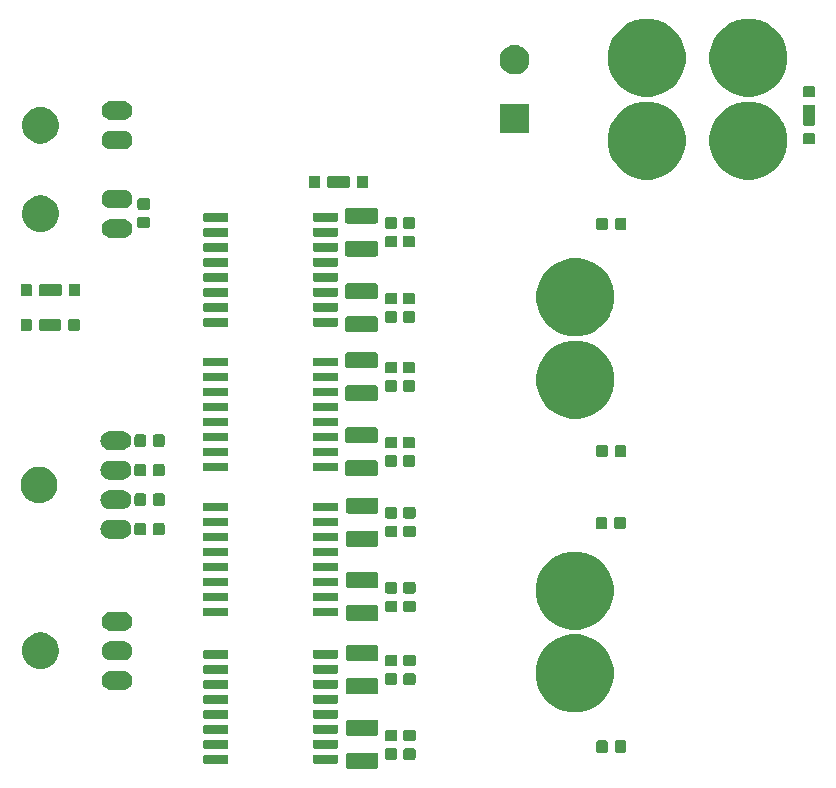
<source format=gbr>
G04 #@! TF.GenerationSoftware,KiCad,Pcbnew,(5.1.2)-1*
G04 #@! TF.CreationDate,2019-09-19T23:19:24+09:00*
G04 #@! TF.ProjectId,Slapnir,536c6170-6e69-4722-9e6b-696361645f70,rev?*
G04 #@! TF.SameCoordinates,Original*
G04 #@! TF.FileFunction,Soldermask,Top*
G04 #@! TF.FilePolarity,Negative*
%FSLAX46Y46*%
G04 Gerber Fmt 4.6, Leading zero omitted, Abs format (unit mm)*
G04 Created by KiCad (PCBNEW (5.1.2)-1) date 2019-09-19 23:19:24*
%MOMM*%
%LPD*%
G04 APERTURE LIST*
%ADD10C,0.100000*%
G04 APERTURE END LIST*
D10*
G36*
X145218604Y-98378347D02*
G01*
X145255144Y-98389432D01*
X145288821Y-98407433D01*
X145318341Y-98431659D01*
X145342567Y-98461179D01*
X145360568Y-98494856D01*
X145371653Y-98531396D01*
X145376000Y-98575538D01*
X145376000Y-99524462D01*
X145371653Y-99568604D01*
X145360568Y-99605144D01*
X145342567Y-99638821D01*
X145318341Y-99668341D01*
X145288821Y-99692567D01*
X145255144Y-99710568D01*
X145218604Y-99721653D01*
X145174462Y-99726000D01*
X142825538Y-99726000D01*
X142781396Y-99721653D01*
X142744856Y-99710568D01*
X142711179Y-99692567D01*
X142681659Y-99668341D01*
X142657433Y-99638821D01*
X142639432Y-99605144D01*
X142628347Y-99568604D01*
X142624000Y-99524462D01*
X142624000Y-98575538D01*
X142628347Y-98531396D01*
X142639432Y-98494856D01*
X142657433Y-98461179D01*
X142681659Y-98431659D01*
X142711179Y-98407433D01*
X142744856Y-98389432D01*
X142781396Y-98378347D01*
X142825538Y-98374000D01*
X145174462Y-98374000D01*
X145218604Y-98378347D01*
X145218604Y-98378347D01*
G37*
G36*
X141884928Y-98596764D02*
G01*
X141906009Y-98603160D01*
X141925445Y-98613548D01*
X141942476Y-98627524D01*
X141956452Y-98644555D01*
X141966840Y-98663991D01*
X141973236Y-98685072D01*
X141976000Y-98713140D01*
X141976000Y-99176860D01*
X141973236Y-99204928D01*
X141966840Y-99226009D01*
X141956452Y-99245445D01*
X141942476Y-99262476D01*
X141925445Y-99276452D01*
X141906009Y-99286840D01*
X141884928Y-99293236D01*
X141856860Y-99296000D01*
X139943140Y-99296000D01*
X139915072Y-99293236D01*
X139893991Y-99286840D01*
X139874555Y-99276452D01*
X139857524Y-99262476D01*
X139843548Y-99245445D01*
X139833160Y-99226009D01*
X139826764Y-99204928D01*
X139824000Y-99176860D01*
X139824000Y-98713140D01*
X139826764Y-98685072D01*
X139833160Y-98663991D01*
X139843548Y-98644555D01*
X139857524Y-98627524D01*
X139874555Y-98613548D01*
X139893991Y-98603160D01*
X139915072Y-98596764D01*
X139943140Y-98594000D01*
X141856860Y-98594000D01*
X141884928Y-98596764D01*
X141884928Y-98596764D01*
G37*
G36*
X132584928Y-98596764D02*
G01*
X132606009Y-98603160D01*
X132625445Y-98613548D01*
X132642476Y-98627524D01*
X132656452Y-98644555D01*
X132666840Y-98663991D01*
X132673236Y-98685072D01*
X132676000Y-98713140D01*
X132676000Y-99176860D01*
X132673236Y-99204928D01*
X132666840Y-99226009D01*
X132656452Y-99245445D01*
X132642476Y-99262476D01*
X132625445Y-99276452D01*
X132606009Y-99286840D01*
X132584928Y-99293236D01*
X132556860Y-99296000D01*
X130643140Y-99296000D01*
X130615072Y-99293236D01*
X130593991Y-99286840D01*
X130574555Y-99276452D01*
X130557524Y-99262476D01*
X130543548Y-99245445D01*
X130533160Y-99226009D01*
X130526764Y-99204928D01*
X130524000Y-99176860D01*
X130524000Y-98713140D01*
X130526764Y-98685072D01*
X130533160Y-98663991D01*
X130543548Y-98644555D01*
X130557524Y-98627524D01*
X130574555Y-98613548D01*
X130593991Y-98603160D01*
X130615072Y-98596764D01*
X130643140Y-98594000D01*
X132556860Y-98594000D01*
X132584928Y-98596764D01*
X132584928Y-98596764D01*
G37*
G36*
X148379591Y-98003085D02*
G01*
X148413569Y-98013393D01*
X148444890Y-98030134D01*
X148472339Y-98052661D01*
X148494866Y-98080110D01*
X148511607Y-98111431D01*
X148521915Y-98145409D01*
X148526000Y-98186890D01*
X148526000Y-98788110D01*
X148521915Y-98829591D01*
X148511607Y-98863569D01*
X148494866Y-98894890D01*
X148472339Y-98922339D01*
X148444890Y-98944866D01*
X148413569Y-98961607D01*
X148379591Y-98971915D01*
X148338110Y-98976000D01*
X147661890Y-98976000D01*
X147620409Y-98971915D01*
X147586431Y-98961607D01*
X147555110Y-98944866D01*
X147527661Y-98922339D01*
X147505134Y-98894890D01*
X147488393Y-98863569D01*
X147478085Y-98829591D01*
X147474000Y-98788110D01*
X147474000Y-98186890D01*
X147478085Y-98145409D01*
X147488393Y-98111431D01*
X147505134Y-98080110D01*
X147527661Y-98052661D01*
X147555110Y-98030134D01*
X147586431Y-98013393D01*
X147620409Y-98003085D01*
X147661890Y-97999000D01*
X148338110Y-97999000D01*
X148379591Y-98003085D01*
X148379591Y-98003085D01*
G37*
G36*
X146829591Y-98003085D02*
G01*
X146863569Y-98013393D01*
X146894890Y-98030134D01*
X146922339Y-98052661D01*
X146944866Y-98080110D01*
X146961607Y-98111431D01*
X146971915Y-98145409D01*
X146976000Y-98186890D01*
X146976000Y-98788110D01*
X146971915Y-98829591D01*
X146961607Y-98863569D01*
X146944866Y-98894890D01*
X146922339Y-98922339D01*
X146894890Y-98944866D01*
X146863569Y-98961607D01*
X146829591Y-98971915D01*
X146788110Y-98976000D01*
X146111890Y-98976000D01*
X146070409Y-98971915D01*
X146036431Y-98961607D01*
X146005110Y-98944866D01*
X145977661Y-98922339D01*
X145955134Y-98894890D01*
X145938393Y-98863569D01*
X145928085Y-98829591D01*
X145924000Y-98788110D01*
X145924000Y-98186890D01*
X145928085Y-98145409D01*
X145938393Y-98111431D01*
X145955134Y-98080110D01*
X145977661Y-98052661D01*
X146005110Y-98030134D01*
X146036431Y-98013393D01*
X146070409Y-98003085D01*
X146111890Y-97999000D01*
X146788110Y-97999000D01*
X146829591Y-98003085D01*
X146829591Y-98003085D01*
G37*
G36*
X164654591Y-97328085D02*
G01*
X164688569Y-97338393D01*
X164719890Y-97355134D01*
X164747339Y-97377661D01*
X164769866Y-97405110D01*
X164786607Y-97436431D01*
X164796915Y-97470409D01*
X164801000Y-97511890D01*
X164801000Y-98188110D01*
X164796915Y-98229591D01*
X164786607Y-98263569D01*
X164769866Y-98294890D01*
X164747339Y-98322339D01*
X164719890Y-98344866D01*
X164688569Y-98361607D01*
X164654591Y-98371915D01*
X164613110Y-98376000D01*
X164011890Y-98376000D01*
X163970409Y-98371915D01*
X163936431Y-98361607D01*
X163905110Y-98344866D01*
X163877661Y-98322339D01*
X163855134Y-98294890D01*
X163838393Y-98263569D01*
X163828085Y-98229591D01*
X163824000Y-98188110D01*
X163824000Y-97511890D01*
X163828085Y-97470409D01*
X163838393Y-97436431D01*
X163855134Y-97405110D01*
X163877661Y-97377661D01*
X163905110Y-97355134D01*
X163936431Y-97338393D01*
X163970409Y-97328085D01*
X164011890Y-97324000D01*
X164613110Y-97324000D01*
X164654591Y-97328085D01*
X164654591Y-97328085D01*
G37*
G36*
X166229591Y-97328085D02*
G01*
X166263569Y-97338393D01*
X166294890Y-97355134D01*
X166322339Y-97377661D01*
X166344866Y-97405110D01*
X166361607Y-97436431D01*
X166371915Y-97470409D01*
X166376000Y-97511890D01*
X166376000Y-98188110D01*
X166371915Y-98229591D01*
X166361607Y-98263569D01*
X166344866Y-98294890D01*
X166322339Y-98322339D01*
X166294890Y-98344866D01*
X166263569Y-98361607D01*
X166229591Y-98371915D01*
X166188110Y-98376000D01*
X165586890Y-98376000D01*
X165545409Y-98371915D01*
X165511431Y-98361607D01*
X165480110Y-98344866D01*
X165452661Y-98322339D01*
X165430134Y-98294890D01*
X165413393Y-98263569D01*
X165403085Y-98229591D01*
X165399000Y-98188110D01*
X165399000Y-97511890D01*
X165403085Y-97470409D01*
X165413393Y-97436431D01*
X165430134Y-97405110D01*
X165452661Y-97377661D01*
X165480110Y-97355134D01*
X165511431Y-97338393D01*
X165545409Y-97328085D01*
X165586890Y-97324000D01*
X166188110Y-97324000D01*
X166229591Y-97328085D01*
X166229591Y-97328085D01*
G37*
G36*
X141884928Y-97326764D02*
G01*
X141906009Y-97333160D01*
X141925445Y-97343548D01*
X141942476Y-97357524D01*
X141956452Y-97374555D01*
X141966840Y-97393991D01*
X141973236Y-97415072D01*
X141976000Y-97443140D01*
X141976000Y-97906860D01*
X141973236Y-97934928D01*
X141966840Y-97956009D01*
X141956452Y-97975445D01*
X141942476Y-97992476D01*
X141925445Y-98006452D01*
X141906009Y-98016840D01*
X141884928Y-98023236D01*
X141856860Y-98026000D01*
X139943140Y-98026000D01*
X139915072Y-98023236D01*
X139893991Y-98016840D01*
X139874555Y-98006452D01*
X139857524Y-97992476D01*
X139843548Y-97975445D01*
X139833160Y-97956009D01*
X139826764Y-97934928D01*
X139824000Y-97906860D01*
X139824000Y-97443140D01*
X139826764Y-97415072D01*
X139833160Y-97393991D01*
X139843548Y-97374555D01*
X139857524Y-97357524D01*
X139874555Y-97343548D01*
X139893991Y-97333160D01*
X139915072Y-97326764D01*
X139943140Y-97324000D01*
X141856860Y-97324000D01*
X141884928Y-97326764D01*
X141884928Y-97326764D01*
G37*
G36*
X132584928Y-97326764D02*
G01*
X132606009Y-97333160D01*
X132625445Y-97343548D01*
X132642476Y-97357524D01*
X132656452Y-97374555D01*
X132666840Y-97393991D01*
X132673236Y-97415072D01*
X132676000Y-97443140D01*
X132676000Y-97906860D01*
X132673236Y-97934928D01*
X132666840Y-97956009D01*
X132656452Y-97975445D01*
X132642476Y-97992476D01*
X132625445Y-98006452D01*
X132606009Y-98016840D01*
X132584928Y-98023236D01*
X132556860Y-98026000D01*
X130643140Y-98026000D01*
X130615072Y-98023236D01*
X130593991Y-98016840D01*
X130574555Y-98006452D01*
X130557524Y-97992476D01*
X130543548Y-97975445D01*
X130533160Y-97956009D01*
X130526764Y-97934928D01*
X130524000Y-97906860D01*
X130524000Y-97443140D01*
X130526764Y-97415072D01*
X130533160Y-97393991D01*
X130543548Y-97374555D01*
X130557524Y-97357524D01*
X130574555Y-97343548D01*
X130593991Y-97333160D01*
X130615072Y-97326764D01*
X130643140Y-97324000D01*
X132556860Y-97324000D01*
X132584928Y-97326764D01*
X132584928Y-97326764D01*
G37*
G36*
X148379591Y-96428085D02*
G01*
X148413569Y-96438393D01*
X148444890Y-96455134D01*
X148472339Y-96477661D01*
X148494866Y-96505110D01*
X148511607Y-96536431D01*
X148521915Y-96570409D01*
X148526000Y-96611890D01*
X148526000Y-97213110D01*
X148521915Y-97254591D01*
X148511607Y-97288569D01*
X148494866Y-97319890D01*
X148472339Y-97347339D01*
X148444890Y-97369866D01*
X148413569Y-97386607D01*
X148379591Y-97396915D01*
X148338110Y-97401000D01*
X147661890Y-97401000D01*
X147620409Y-97396915D01*
X147586431Y-97386607D01*
X147555110Y-97369866D01*
X147527661Y-97347339D01*
X147505134Y-97319890D01*
X147488393Y-97288569D01*
X147478085Y-97254591D01*
X147474000Y-97213110D01*
X147474000Y-96611890D01*
X147478085Y-96570409D01*
X147488393Y-96536431D01*
X147505134Y-96505110D01*
X147527661Y-96477661D01*
X147555110Y-96455134D01*
X147586431Y-96438393D01*
X147620409Y-96428085D01*
X147661890Y-96424000D01*
X148338110Y-96424000D01*
X148379591Y-96428085D01*
X148379591Y-96428085D01*
G37*
G36*
X146829591Y-96428085D02*
G01*
X146863569Y-96438393D01*
X146894890Y-96455134D01*
X146922339Y-96477661D01*
X146944866Y-96505110D01*
X146961607Y-96536431D01*
X146971915Y-96570409D01*
X146976000Y-96611890D01*
X146976000Y-97213110D01*
X146971915Y-97254591D01*
X146961607Y-97288569D01*
X146944866Y-97319890D01*
X146922339Y-97347339D01*
X146894890Y-97369866D01*
X146863569Y-97386607D01*
X146829591Y-97396915D01*
X146788110Y-97401000D01*
X146111890Y-97401000D01*
X146070409Y-97396915D01*
X146036431Y-97386607D01*
X146005110Y-97369866D01*
X145977661Y-97347339D01*
X145955134Y-97319890D01*
X145938393Y-97288569D01*
X145928085Y-97254591D01*
X145924000Y-97213110D01*
X145924000Y-96611890D01*
X145928085Y-96570409D01*
X145938393Y-96536431D01*
X145955134Y-96505110D01*
X145977661Y-96477661D01*
X146005110Y-96455134D01*
X146036431Y-96438393D01*
X146070409Y-96428085D01*
X146111890Y-96424000D01*
X146788110Y-96424000D01*
X146829591Y-96428085D01*
X146829591Y-96428085D01*
G37*
G36*
X145218604Y-95578347D02*
G01*
X145255144Y-95589432D01*
X145288821Y-95607433D01*
X145318341Y-95631659D01*
X145342567Y-95661179D01*
X145360568Y-95694856D01*
X145371653Y-95731396D01*
X145376000Y-95775538D01*
X145376000Y-96724462D01*
X145371653Y-96768604D01*
X145360568Y-96805144D01*
X145342567Y-96838821D01*
X145318341Y-96868341D01*
X145288821Y-96892567D01*
X145255144Y-96910568D01*
X145218604Y-96921653D01*
X145174462Y-96926000D01*
X142825538Y-96926000D01*
X142781396Y-96921653D01*
X142744856Y-96910568D01*
X142711179Y-96892567D01*
X142681659Y-96868341D01*
X142657433Y-96838821D01*
X142639432Y-96805144D01*
X142628347Y-96768604D01*
X142624000Y-96724462D01*
X142624000Y-95775538D01*
X142628347Y-95731396D01*
X142639432Y-95694856D01*
X142657433Y-95661179D01*
X142681659Y-95631659D01*
X142711179Y-95607433D01*
X142744856Y-95589432D01*
X142781396Y-95578347D01*
X142825538Y-95574000D01*
X145174462Y-95574000D01*
X145218604Y-95578347D01*
X145218604Y-95578347D01*
G37*
G36*
X132584928Y-96056764D02*
G01*
X132606009Y-96063160D01*
X132625445Y-96073548D01*
X132642476Y-96087524D01*
X132656452Y-96104555D01*
X132666840Y-96123991D01*
X132673236Y-96145072D01*
X132676000Y-96173140D01*
X132676000Y-96636860D01*
X132673236Y-96664928D01*
X132666840Y-96686009D01*
X132656452Y-96705445D01*
X132642476Y-96722476D01*
X132625445Y-96736452D01*
X132606009Y-96746840D01*
X132584928Y-96753236D01*
X132556860Y-96756000D01*
X130643140Y-96756000D01*
X130615072Y-96753236D01*
X130593991Y-96746840D01*
X130574555Y-96736452D01*
X130557524Y-96722476D01*
X130543548Y-96705445D01*
X130533160Y-96686009D01*
X130526764Y-96664928D01*
X130524000Y-96636860D01*
X130524000Y-96173140D01*
X130526764Y-96145072D01*
X130533160Y-96123991D01*
X130543548Y-96104555D01*
X130557524Y-96087524D01*
X130574555Y-96073548D01*
X130593991Y-96063160D01*
X130615072Y-96056764D01*
X130643140Y-96054000D01*
X132556860Y-96054000D01*
X132584928Y-96056764D01*
X132584928Y-96056764D01*
G37*
G36*
X141884928Y-96056764D02*
G01*
X141906009Y-96063160D01*
X141925445Y-96073548D01*
X141942476Y-96087524D01*
X141956452Y-96104555D01*
X141966840Y-96123991D01*
X141973236Y-96145072D01*
X141976000Y-96173140D01*
X141976000Y-96636860D01*
X141973236Y-96664928D01*
X141966840Y-96686009D01*
X141956452Y-96705445D01*
X141942476Y-96722476D01*
X141925445Y-96736452D01*
X141906009Y-96746840D01*
X141884928Y-96753236D01*
X141856860Y-96756000D01*
X139943140Y-96756000D01*
X139915072Y-96753236D01*
X139893991Y-96746840D01*
X139874555Y-96736452D01*
X139857524Y-96722476D01*
X139843548Y-96705445D01*
X139833160Y-96686009D01*
X139826764Y-96664928D01*
X139824000Y-96636860D01*
X139824000Y-96173140D01*
X139826764Y-96145072D01*
X139833160Y-96123991D01*
X139843548Y-96104555D01*
X139857524Y-96087524D01*
X139874555Y-96073548D01*
X139893991Y-96063160D01*
X139915072Y-96056764D01*
X139943140Y-96054000D01*
X141856860Y-96054000D01*
X141884928Y-96056764D01*
X141884928Y-96056764D01*
G37*
G36*
X141884928Y-94786764D02*
G01*
X141906009Y-94793160D01*
X141925445Y-94803548D01*
X141942476Y-94817524D01*
X141956452Y-94834555D01*
X141966840Y-94853991D01*
X141973236Y-94875072D01*
X141976000Y-94903140D01*
X141976000Y-95366860D01*
X141973236Y-95394928D01*
X141966840Y-95416009D01*
X141956452Y-95435445D01*
X141942476Y-95452476D01*
X141925445Y-95466452D01*
X141906009Y-95476840D01*
X141884928Y-95483236D01*
X141856860Y-95486000D01*
X139943140Y-95486000D01*
X139915072Y-95483236D01*
X139893991Y-95476840D01*
X139874555Y-95466452D01*
X139857524Y-95452476D01*
X139843548Y-95435445D01*
X139833160Y-95416009D01*
X139826764Y-95394928D01*
X139824000Y-95366860D01*
X139824000Y-94903140D01*
X139826764Y-94875072D01*
X139833160Y-94853991D01*
X139843548Y-94834555D01*
X139857524Y-94817524D01*
X139874555Y-94803548D01*
X139893991Y-94793160D01*
X139915072Y-94786764D01*
X139943140Y-94784000D01*
X141856860Y-94784000D01*
X141884928Y-94786764D01*
X141884928Y-94786764D01*
G37*
G36*
X132584928Y-94786764D02*
G01*
X132606009Y-94793160D01*
X132625445Y-94803548D01*
X132642476Y-94817524D01*
X132656452Y-94834555D01*
X132666840Y-94853991D01*
X132673236Y-94875072D01*
X132676000Y-94903140D01*
X132676000Y-95366860D01*
X132673236Y-95394928D01*
X132666840Y-95416009D01*
X132656452Y-95435445D01*
X132642476Y-95452476D01*
X132625445Y-95466452D01*
X132606009Y-95476840D01*
X132584928Y-95483236D01*
X132556860Y-95486000D01*
X130643140Y-95486000D01*
X130615072Y-95483236D01*
X130593991Y-95476840D01*
X130574555Y-95466452D01*
X130557524Y-95452476D01*
X130543548Y-95435445D01*
X130533160Y-95416009D01*
X130526764Y-95394928D01*
X130524000Y-95366860D01*
X130524000Y-94903140D01*
X130526764Y-94875072D01*
X130533160Y-94853991D01*
X130543548Y-94834555D01*
X130557524Y-94817524D01*
X130574555Y-94803548D01*
X130593991Y-94793160D01*
X130615072Y-94786764D01*
X130643140Y-94784000D01*
X132556860Y-94784000D01*
X132584928Y-94786764D01*
X132584928Y-94786764D01*
G37*
G36*
X162962865Y-88475855D02*
G01*
X163563608Y-88724691D01*
X163563610Y-88724692D01*
X164104265Y-89085946D01*
X164564054Y-89545735D01*
X164920165Y-90078693D01*
X164925309Y-90086392D01*
X165174145Y-90687135D01*
X165301000Y-91324879D01*
X165301000Y-91975121D01*
X165174145Y-92612865D01*
X164927486Y-93208352D01*
X164925308Y-93213610D01*
X164564054Y-93754265D01*
X164104265Y-94214054D01*
X163563610Y-94575308D01*
X163563609Y-94575309D01*
X163563608Y-94575309D01*
X162962865Y-94824145D01*
X162325121Y-94951000D01*
X161674879Y-94951000D01*
X161037135Y-94824145D01*
X160436392Y-94575309D01*
X160436391Y-94575309D01*
X160436390Y-94575308D01*
X159895735Y-94214054D01*
X159435946Y-93754265D01*
X159074692Y-93213610D01*
X159072514Y-93208352D01*
X158825855Y-92612865D01*
X158699000Y-91975121D01*
X158699000Y-91324879D01*
X158825855Y-90687135D01*
X159074691Y-90086392D01*
X159079835Y-90078693D01*
X159435946Y-89545735D01*
X159895735Y-89085946D01*
X160436390Y-88724692D01*
X160436392Y-88724691D01*
X161037135Y-88475855D01*
X161674879Y-88349000D01*
X162325121Y-88349000D01*
X162962865Y-88475855D01*
X162962865Y-88475855D01*
G37*
G36*
X141884928Y-93516764D02*
G01*
X141906009Y-93523160D01*
X141925445Y-93533548D01*
X141942476Y-93547524D01*
X141956452Y-93564555D01*
X141966840Y-93583991D01*
X141973236Y-93605072D01*
X141976000Y-93633140D01*
X141976000Y-94096860D01*
X141973236Y-94124928D01*
X141966840Y-94146009D01*
X141956452Y-94165445D01*
X141942476Y-94182476D01*
X141925445Y-94196452D01*
X141906009Y-94206840D01*
X141884928Y-94213236D01*
X141856860Y-94216000D01*
X139943140Y-94216000D01*
X139915072Y-94213236D01*
X139893991Y-94206840D01*
X139874555Y-94196452D01*
X139857524Y-94182476D01*
X139843548Y-94165445D01*
X139833160Y-94146009D01*
X139826764Y-94124928D01*
X139824000Y-94096860D01*
X139824000Y-93633140D01*
X139826764Y-93605072D01*
X139833160Y-93583991D01*
X139843548Y-93564555D01*
X139857524Y-93547524D01*
X139874555Y-93533548D01*
X139893991Y-93523160D01*
X139915072Y-93516764D01*
X139943140Y-93514000D01*
X141856860Y-93514000D01*
X141884928Y-93516764D01*
X141884928Y-93516764D01*
G37*
G36*
X132584928Y-93516764D02*
G01*
X132606009Y-93523160D01*
X132625445Y-93533548D01*
X132642476Y-93547524D01*
X132656452Y-93564555D01*
X132666840Y-93583991D01*
X132673236Y-93605072D01*
X132676000Y-93633140D01*
X132676000Y-94096860D01*
X132673236Y-94124928D01*
X132666840Y-94146009D01*
X132656452Y-94165445D01*
X132642476Y-94182476D01*
X132625445Y-94196452D01*
X132606009Y-94206840D01*
X132584928Y-94213236D01*
X132556860Y-94216000D01*
X130643140Y-94216000D01*
X130615072Y-94213236D01*
X130593991Y-94206840D01*
X130574555Y-94196452D01*
X130557524Y-94182476D01*
X130543548Y-94165445D01*
X130533160Y-94146009D01*
X130526764Y-94124928D01*
X130524000Y-94096860D01*
X130524000Y-93633140D01*
X130526764Y-93605072D01*
X130533160Y-93583991D01*
X130543548Y-93564555D01*
X130557524Y-93547524D01*
X130574555Y-93533548D01*
X130593991Y-93523160D01*
X130615072Y-93516764D01*
X130643140Y-93514000D01*
X132556860Y-93514000D01*
X132584928Y-93516764D01*
X132584928Y-93516764D01*
G37*
G36*
X145218604Y-92078347D02*
G01*
X145255144Y-92089432D01*
X145288821Y-92107433D01*
X145318341Y-92131659D01*
X145342567Y-92161179D01*
X145360568Y-92194856D01*
X145371653Y-92231396D01*
X145376000Y-92275538D01*
X145376000Y-93224462D01*
X145371653Y-93268604D01*
X145360568Y-93305144D01*
X145342567Y-93338821D01*
X145318341Y-93368341D01*
X145288821Y-93392567D01*
X145255144Y-93410568D01*
X145218604Y-93421653D01*
X145174462Y-93426000D01*
X142825538Y-93426000D01*
X142781396Y-93421653D01*
X142744856Y-93410568D01*
X142711179Y-93392567D01*
X142681659Y-93368341D01*
X142657433Y-93338821D01*
X142639432Y-93305144D01*
X142628347Y-93268604D01*
X142624000Y-93224462D01*
X142624000Y-92275538D01*
X142628347Y-92231396D01*
X142639432Y-92194856D01*
X142657433Y-92161179D01*
X142681659Y-92131659D01*
X142711179Y-92107433D01*
X142744856Y-92089432D01*
X142781396Y-92078347D01*
X142825538Y-92074000D01*
X145174462Y-92074000D01*
X145218604Y-92078347D01*
X145218604Y-92078347D01*
G37*
G36*
X123828571Y-91452863D02*
G01*
X123907023Y-91460590D01*
X124007682Y-91491125D01*
X124058013Y-91506392D01*
X124197165Y-91580771D01*
X124319133Y-91680867D01*
X124419229Y-91802835D01*
X124493608Y-91941987D01*
X124503659Y-91975121D01*
X124539410Y-92092977D01*
X124554875Y-92250000D01*
X124539410Y-92407023D01*
X124517397Y-92479591D01*
X124493608Y-92558013D01*
X124419229Y-92697165D01*
X124319133Y-92819133D01*
X124197165Y-92919229D01*
X124058013Y-92993608D01*
X124007682Y-93008875D01*
X123907023Y-93039410D01*
X123828571Y-93047137D01*
X123789346Y-93051000D01*
X122710654Y-93051000D01*
X122671429Y-93047137D01*
X122592977Y-93039410D01*
X122492318Y-93008875D01*
X122441987Y-92993608D01*
X122302835Y-92919229D01*
X122180867Y-92819133D01*
X122080771Y-92697165D01*
X122006392Y-92558013D01*
X121982603Y-92479591D01*
X121960590Y-92407023D01*
X121945125Y-92250000D01*
X121960590Y-92092977D01*
X121996341Y-91975121D01*
X122006392Y-91941987D01*
X122080771Y-91802835D01*
X122180867Y-91680867D01*
X122302835Y-91580771D01*
X122441987Y-91506392D01*
X122492318Y-91491125D01*
X122592977Y-91460590D01*
X122671429Y-91452863D01*
X122710654Y-91449000D01*
X123789346Y-91449000D01*
X123828571Y-91452863D01*
X123828571Y-91452863D01*
G37*
G36*
X132584928Y-92246764D02*
G01*
X132606009Y-92253160D01*
X132625445Y-92263548D01*
X132642476Y-92277524D01*
X132656452Y-92294555D01*
X132666840Y-92313991D01*
X132673236Y-92335072D01*
X132676000Y-92363140D01*
X132676000Y-92826860D01*
X132673236Y-92854928D01*
X132666840Y-92876009D01*
X132656452Y-92895445D01*
X132642476Y-92912476D01*
X132625445Y-92926452D01*
X132606009Y-92936840D01*
X132584928Y-92943236D01*
X132556860Y-92946000D01*
X130643140Y-92946000D01*
X130615072Y-92943236D01*
X130593991Y-92936840D01*
X130574555Y-92926452D01*
X130557524Y-92912476D01*
X130543548Y-92895445D01*
X130533160Y-92876009D01*
X130526764Y-92854928D01*
X130524000Y-92826860D01*
X130524000Y-92363140D01*
X130526764Y-92335072D01*
X130533160Y-92313991D01*
X130543548Y-92294555D01*
X130557524Y-92277524D01*
X130574555Y-92263548D01*
X130593991Y-92253160D01*
X130615072Y-92246764D01*
X130643140Y-92244000D01*
X132556860Y-92244000D01*
X132584928Y-92246764D01*
X132584928Y-92246764D01*
G37*
G36*
X141884928Y-92246764D02*
G01*
X141906009Y-92253160D01*
X141925445Y-92263548D01*
X141942476Y-92277524D01*
X141956452Y-92294555D01*
X141966840Y-92313991D01*
X141973236Y-92335072D01*
X141976000Y-92363140D01*
X141976000Y-92826860D01*
X141973236Y-92854928D01*
X141966840Y-92876009D01*
X141956452Y-92895445D01*
X141942476Y-92912476D01*
X141925445Y-92926452D01*
X141906009Y-92936840D01*
X141884928Y-92943236D01*
X141856860Y-92946000D01*
X139943140Y-92946000D01*
X139915072Y-92943236D01*
X139893991Y-92936840D01*
X139874555Y-92926452D01*
X139857524Y-92912476D01*
X139843548Y-92895445D01*
X139833160Y-92876009D01*
X139826764Y-92854928D01*
X139824000Y-92826860D01*
X139824000Y-92363140D01*
X139826764Y-92335072D01*
X139833160Y-92313991D01*
X139843548Y-92294555D01*
X139857524Y-92277524D01*
X139874555Y-92263548D01*
X139893991Y-92253160D01*
X139915072Y-92246764D01*
X139943140Y-92244000D01*
X141856860Y-92244000D01*
X141884928Y-92246764D01*
X141884928Y-92246764D01*
G37*
G36*
X148379591Y-91653085D02*
G01*
X148413569Y-91663393D01*
X148444890Y-91680134D01*
X148472339Y-91702661D01*
X148494866Y-91730110D01*
X148511607Y-91761431D01*
X148521915Y-91795409D01*
X148526000Y-91836890D01*
X148526000Y-92438110D01*
X148521915Y-92479591D01*
X148511607Y-92513569D01*
X148494866Y-92544890D01*
X148472339Y-92572339D01*
X148444890Y-92594866D01*
X148413569Y-92611607D01*
X148379591Y-92621915D01*
X148338110Y-92626000D01*
X147661890Y-92626000D01*
X147620409Y-92621915D01*
X147586431Y-92611607D01*
X147555110Y-92594866D01*
X147527661Y-92572339D01*
X147505134Y-92544890D01*
X147488393Y-92513569D01*
X147478085Y-92479591D01*
X147474000Y-92438110D01*
X147474000Y-91836890D01*
X147478085Y-91795409D01*
X147488393Y-91761431D01*
X147505134Y-91730110D01*
X147527661Y-91702661D01*
X147555110Y-91680134D01*
X147586431Y-91663393D01*
X147620409Y-91653085D01*
X147661890Y-91649000D01*
X148338110Y-91649000D01*
X148379591Y-91653085D01*
X148379591Y-91653085D01*
G37*
G36*
X146829591Y-91653085D02*
G01*
X146863569Y-91663393D01*
X146894890Y-91680134D01*
X146922339Y-91702661D01*
X146944866Y-91730110D01*
X146961607Y-91761431D01*
X146971915Y-91795409D01*
X146976000Y-91836890D01*
X146976000Y-92438110D01*
X146971915Y-92479591D01*
X146961607Y-92513569D01*
X146944866Y-92544890D01*
X146922339Y-92572339D01*
X146894890Y-92594866D01*
X146863569Y-92611607D01*
X146829591Y-92621915D01*
X146788110Y-92626000D01*
X146111890Y-92626000D01*
X146070409Y-92621915D01*
X146036431Y-92611607D01*
X146005110Y-92594866D01*
X145977661Y-92572339D01*
X145955134Y-92544890D01*
X145938393Y-92513569D01*
X145928085Y-92479591D01*
X145924000Y-92438110D01*
X145924000Y-91836890D01*
X145928085Y-91795409D01*
X145938393Y-91761431D01*
X145955134Y-91730110D01*
X145977661Y-91702661D01*
X146005110Y-91680134D01*
X146036431Y-91663393D01*
X146070409Y-91653085D01*
X146111890Y-91649000D01*
X146788110Y-91649000D01*
X146829591Y-91653085D01*
X146829591Y-91653085D01*
G37*
G36*
X132584928Y-90976764D02*
G01*
X132606009Y-90983160D01*
X132625445Y-90993548D01*
X132642476Y-91007524D01*
X132656452Y-91024555D01*
X132666840Y-91043991D01*
X132673236Y-91065072D01*
X132676000Y-91093140D01*
X132676000Y-91556860D01*
X132673236Y-91584928D01*
X132666840Y-91606009D01*
X132656452Y-91625445D01*
X132642476Y-91642476D01*
X132625445Y-91656452D01*
X132606009Y-91666840D01*
X132584928Y-91673236D01*
X132556860Y-91676000D01*
X130643140Y-91676000D01*
X130615072Y-91673236D01*
X130593991Y-91666840D01*
X130574555Y-91656452D01*
X130557524Y-91642476D01*
X130543548Y-91625445D01*
X130533160Y-91606009D01*
X130526764Y-91584928D01*
X130524000Y-91556860D01*
X130524000Y-91093140D01*
X130526764Y-91065072D01*
X130533160Y-91043991D01*
X130543548Y-91024555D01*
X130557524Y-91007524D01*
X130574555Y-90993548D01*
X130593991Y-90983160D01*
X130615072Y-90976764D01*
X130643140Y-90974000D01*
X132556860Y-90974000D01*
X132584928Y-90976764D01*
X132584928Y-90976764D01*
G37*
G36*
X141884928Y-90976764D02*
G01*
X141906009Y-90983160D01*
X141925445Y-90993548D01*
X141942476Y-91007524D01*
X141956452Y-91024555D01*
X141966840Y-91043991D01*
X141973236Y-91065072D01*
X141976000Y-91093140D01*
X141976000Y-91556860D01*
X141973236Y-91584928D01*
X141966840Y-91606009D01*
X141956452Y-91625445D01*
X141942476Y-91642476D01*
X141925445Y-91656452D01*
X141906009Y-91666840D01*
X141884928Y-91673236D01*
X141856860Y-91676000D01*
X139943140Y-91676000D01*
X139915072Y-91673236D01*
X139893991Y-91666840D01*
X139874555Y-91656452D01*
X139857524Y-91642476D01*
X139843548Y-91625445D01*
X139833160Y-91606009D01*
X139826764Y-91584928D01*
X139824000Y-91556860D01*
X139824000Y-91093140D01*
X139826764Y-91065072D01*
X139833160Y-91043991D01*
X139843548Y-91024555D01*
X139857524Y-91007524D01*
X139874555Y-90993548D01*
X139893991Y-90983160D01*
X139915072Y-90976764D01*
X139943140Y-90974000D01*
X141856860Y-90974000D01*
X141884928Y-90976764D01*
X141884928Y-90976764D01*
G37*
G36*
X117052585Y-88228802D02*
G01*
X117202410Y-88258604D01*
X117484674Y-88375521D01*
X117738705Y-88545259D01*
X117954741Y-88761295D01*
X118124479Y-89015326D01*
X118241396Y-89297590D01*
X118271198Y-89447415D01*
X118301000Y-89597239D01*
X118301000Y-89902761D01*
X118300152Y-89907023D01*
X118241396Y-90202410D01*
X118124479Y-90484674D01*
X117954741Y-90738705D01*
X117738705Y-90954741D01*
X117484674Y-91124479D01*
X117202410Y-91241396D01*
X117052585Y-91271198D01*
X116902761Y-91301000D01*
X116597239Y-91301000D01*
X116447415Y-91271198D01*
X116297590Y-91241396D01*
X116015326Y-91124479D01*
X115761295Y-90954741D01*
X115545259Y-90738705D01*
X115375521Y-90484674D01*
X115258604Y-90202410D01*
X115199848Y-89907023D01*
X115199000Y-89902761D01*
X115199000Y-89597239D01*
X115228802Y-89447415D01*
X115258604Y-89297590D01*
X115375521Y-89015326D01*
X115545259Y-88761295D01*
X115761295Y-88545259D01*
X116015326Y-88375521D01*
X116297590Y-88258604D01*
X116447415Y-88228802D01*
X116597239Y-88199000D01*
X116902761Y-88199000D01*
X117052585Y-88228802D01*
X117052585Y-88228802D01*
G37*
G36*
X148379591Y-90078085D02*
G01*
X148413569Y-90088393D01*
X148444890Y-90105134D01*
X148472339Y-90127661D01*
X148494866Y-90155110D01*
X148511607Y-90186431D01*
X148521915Y-90220409D01*
X148526000Y-90261890D01*
X148526000Y-90863110D01*
X148521915Y-90904591D01*
X148511607Y-90938569D01*
X148494866Y-90969890D01*
X148472339Y-90997339D01*
X148444890Y-91019866D01*
X148413569Y-91036607D01*
X148379591Y-91046915D01*
X148338110Y-91051000D01*
X147661890Y-91051000D01*
X147620409Y-91046915D01*
X147586431Y-91036607D01*
X147555110Y-91019866D01*
X147527661Y-90997339D01*
X147505134Y-90969890D01*
X147488393Y-90938569D01*
X147478085Y-90904591D01*
X147474000Y-90863110D01*
X147474000Y-90261890D01*
X147478085Y-90220409D01*
X147488393Y-90186431D01*
X147505134Y-90155110D01*
X147527661Y-90127661D01*
X147555110Y-90105134D01*
X147586431Y-90088393D01*
X147620409Y-90078085D01*
X147661890Y-90074000D01*
X148338110Y-90074000D01*
X148379591Y-90078085D01*
X148379591Y-90078085D01*
G37*
G36*
X146829591Y-90078085D02*
G01*
X146863569Y-90088393D01*
X146894890Y-90105134D01*
X146922339Y-90127661D01*
X146944866Y-90155110D01*
X146961607Y-90186431D01*
X146971915Y-90220409D01*
X146976000Y-90261890D01*
X146976000Y-90863110D01*
X146971915Y-90904591D01*
X146961607Y-90938569D01*
X146944866Y-90969890D01*
X146922339Y-90997339D01*
X146894890Y-91019866D01*
X146863569Y-91036607D01*
X146829591Y-91046915D01*
X146788110Y-91051000D01*
X146111890Y-91051000D01*
X146070409Y-91046915D01*
X146036431Y-91036607D01*
X146005110Y-91019866D01*
X145977661Y-90997339D01*
X145955134Y-90969890D01*
X145938393Y-90938569D01*
X145928085Y-90904591D01*
X145924000Y-90863110D01*
X145924000Y-90261890D01*
X145928085Y-90220409D01*
X145938393Y-90186431D01*
X145955134Y-90155110D01*
X145977661Y-90127661D01*
X146005110Y-90105134D01*
X146036431Y-90088393D01*
X146070409Y-90078085D01*
X146111890Y-90074000D01*
X146788110Y-90074000D01*
X146829591Y-90078085D01*
X146829591Y-90078085D01*
G37*
G36*
X145218604Y-89278347D02*
G01*
X145255144Y-89289432D01*
X145288821Y-89307433D01*
X145318341Y-89331659D01*
X145342567Y-89361179D01*
X145360568Y-89394856D01*
X145371653Y-89431396D01*
X145376000Y-89475538D01*
X145376000Y-90424462D01*
X145371653Y-90468604D01*
X145360568Y-90505144D01*
X145342567Y-90538821D01*
X145318341Y-90568341D01*
X145288821Y-90592567D01*
X145255144Y-90610568D01*
X145218604Y-90621653D01*
X145174462Y-90626000D01*
X142825538Y-90626000D01*
X142781396Y-90621653D01*
X142744856Y-90610568D01*
X142711179Y-90592567D01*
X142681659Y-90568341D01*
X142657433Y-90538821D01*
X142639432Y-90505144D01*
X142628347Y-90468604D01*
X142624000Y-90424462D01*
X142624000Y-89475538D01*
X142628347Y-89431396D01*
X142639432Y-89394856D01*
X142657433Y-89361179D01*
X142681659Y-89331659D01*
X142711179Y-89307433D01*
X142744856Y-89289432D01*
X142781396Y-89278347D01*
X142825538Y-89274000D01*
X145174462Y-89274000D01*
X145218604Y-89278347D01*
X145218604Y-89278347D01*
G37*
G36*
X123828571Y-88952863D02*
G01*
X123907023Y-88960590D01*
X124007682Y-88991125D01*
X124058013Y-89006392D01*
X124197165Y-89080771D01*
X124319133Y-89180867D01*
X124419229Y-89302835D01*
X124493608Y-89441987D01*
X124493608Y-89441988D01*
X124539410Y-89592977D01*
X124554875Y-89750000D01*
X124539410Y-89907023D01*
X124508875Y-90007682D01*
X124493608Y-90058013D01*
X124419229Y-90197165D01*
X124319133Y-90319133D01*
X124197165Y-90419229D01*
X124058013Y-90493608D01*
X124019983Y-90505144D01*
X123907023Y-90539410D01*
X123831969Y-90546802D01*
X123789346Y-90551000D01*
X122710654Y-90551000D01*
X122668031Y-90546802D01*
X122592977Y-90539410D01*
X122480017Y-90505144D01*
X122441987Y-90493608D01*
X122302835Y-90419229D01*
X122180867Y-90319133D01*
X122080771Y-90197165D01*
X122006392Y-90058013D01*
X121991125Y-90007682D01*
X121960590Y-89907023D01*
X121945125Y-89750000D01*
X121960590Y-89592977D01*
X122006392Y-89441988D01*
X122006392Y-89441987D01*
X122080771Y-89302835D01*
X122180867Y-89180867D01*
X122302835Y-89080771D01*
X122441987Y-89006392D01*
X122492318Y-88991125D01*
X122592977Y-88960590D01*
X122671429Y-88952863D01*
X122710654Y-88949000D01*
X123789346Y-88949000D01*
X123828571Y-88952863D01*
X123828571Y-88952863D01*
G37*
G36*
X141884928Y-89706764D02*
G01*
X141906009Y-89713160D01*
X141925445Y-89723548D01*
X141942476Y-89737524D01*
X141956452Y-89754555D01*
X141966840Y-89773991D01*
X141973236Y-89795072D01*
X141976000Y-89823140D01*
X141976000Y-90286860D01*
X141973236Y-90314928D01*
X141966840Y-90336009D01*
X141956452Y-90355445D01*
X141942476Y-90372476D01*
X141925445Y-90386452D01*
X141906009Y-90396840D01*
X141884928Y-90403236D01*
X141856860Y-90406000D01*
X139943140Y-90406000D01*
X139915072Y-90403236D01*
X139893991Y-90396840D01*
X139874555Y-90386452D01*
X139857524Y-90372476D01*
X139843548Y-90355445D01*
X139833160Y-90336009D01*
X139826764Y-90314928D01*
X139824000Y-90286860D01*
X139824000Y-89823140D01*
X139826764Y-89795072D01*
X139833160Y-89773991D01*
X139843548Y-89754555D01*
X139857524Y-89737524D01*
X139874555Y-89723548D01*
X139893991Y-89713160D01*
X139915072Y-89706764D01*
X139943140Y-89704000D01*
X141856860Y-89704000D01*
X141884928Y-89706764D01*
X141884928Y-89706764D01*
G37*
G36*
X132584928Y-89706764D02*
G01*
X132606009Y-89713160D01*
X132625445Y-89723548D01*
X132642476Y-89737524D01*
X132656452Y-89754555D01*
X132666840Y-89773991D01*
X132673236Y-89795072D01*
X132676000Y-89823140D01*
X132676000Y-90286860D01*
X132673236Y-90314928D01*
X132666840Y-90336009D01*
X132656452Y-90355445D01*
X132642476Y-90372476D01*
X132625445Y-90386452D01*
X132606009Y-90396840D01*
X132584928Y-90403236D01*
X132556860Y-90406000D01*
X130643140Y-90406000D01*
X130615072Y-90403236D01*
X130593991Y-90396840D01*
X130574555Y-90386452D01*
X130557524Y-90372476D01*
X130543548Y-90355445D01*
X130533160Y-90336009D01*
X130526764Y-90314928D01*
X130524000Y-90286860D01*
X130524000Y-89823140D01*
X130526764Y-89795072D01*
X130533160Y-89773991D01*
X130543548Y-89754555D01*
X130557524Y-89737524D01*
X130574555Y-89723548D01*
X130593991Y-89713160D01*
X130615072Y-89706764D01*
X130643140Y-89704000D01*
X132556860Y-89704000D01*
X132584928Y-89706764D01*
X132584928Y-89706764D01*
G37*
G36*
X123828571Y-86452863D02*
G01*
X123907023Y-86460590D01*
X124007682Y-86491125D01*
X124058013Y-86506392D01*
X124197165Y-86580771D01*
X124319133Y-86680867D01*
X124419229Y-86802835D01*
X124493608Y-86941987D01*
X124493608Y-86941988D01*
X124539410Y-87092977D01*
X124554875Y-87250000D01*
X124539410Y-87407023D01*
X124508875Y-87507682D01*
X124493608Y-87558013D01*
X124419229Y-87697165D01*
X124319133Y-87819133D01*
X124197165Y-87919229D01*
X124058013Y-87993608D01*
X124007682Y-88008875D01*
X123907023Y-88039410D01*
X123828571Y-88047137D01*
X123789346Y-88051000D01*
X122710654Y-88051000D01*
X122671429Y-88047137D01*
X122592977Y-88039410D01*
X122492318Y-88008875D01*
X122441987Y-87993608D01*
X122302835Y-87919229D01*
X122180867Y-87819133D01*
X122080771Y-87697165D01*
X122006392Y-87558013D01*
X121991125Y-87507682D01*
X121960590Y-87407023D01*
X121945125Y-87250000D01*
X121960590Y-87092977D01*
X122006392Y-86941988D01*
X122006392Y-86941987D01*
X122080771Y-86802835D01*
X122180867Y-86680867D01*
X122302835Y-86580771D01*
X122441987Y-86506392D01*
X122492318Y-86491125D01*
X122592977Y-86460590D01*
X122671429Y-86452863D01*
X122710654Y-86449000D01*
X123789346Y-86449000D01*
X123828571Y-86452863D01*
X123828571Y-86452863D01*
G37*
G36*
X162962865Y-81475855D02*
G01*
X163534485Y-81712628D01*
X163563610Y-81724692D01*
X164104265Y-82085946D01*
X164564054Y-82545735D01*
X164920501Y-83079196D01*
X164925309Y-83086392D01*
X165174145Y-83687135D01*
X165301000Y-84324879D01*
X165301000Y-84975121D01*
X165174145Y-85612865D01*
X164953560Y-86145403D01*
X164925308Y-86213610D01*
X164564054Y-86754265D01*
X164104265Y-87214054D01*
X163563610Y-87575308D01*
X163563609Y-87575309D01*
X163563608Y-87575309D01*
X162962865Y-87824145D01*
X162325121Y-87951000D01*
X161674879Y-87951000D01*
X161037135Y-87824145D01*
X160436392Y-87575309D01*
X160436391Y-87575309D01*
X160436390Y-87575308D01*
X159895735Y-87214054D01*
X159435946Y-86754265D01*
X159074692Y-86213610D01*
X159046440Y-86145403D01*
X158825855Y-85612865D01*
X158699000Y-84975121D01*
X158699000Y-84324879D01*
X158825855Y-83687135D01*
X159074691Y-83086392D01*
X159079499Y-83079196D01*
X159435946Y-82545735D01*
X159895735Y-82085946D01*
X160436390Y-81724692D01*
X160465515Y-81712628D01*
X161037135Y-81475855D01*
X161674879Y-81349000D01*
X162325121Y-81349000D01*
X162962865Y-81475855D01*
X162962865Y-81475855D01*
G37*
G36*
X145218604Y-85878347D02*
G01*
X145255144Y-85889432D01*
X145288821Y-85907433D01*
X145318341Y-85931659D01*
X145342567Y-85961179D01*
X145360568Y-85994856D01*
X145371653Y-86031396D01*
X145376000Y-86075538D01*
X145376000Y-87024462D01*
X145371653Y-87068604D01*
X145360568Y-87105144D01*
X145342567Y-87138821D01*
X145318341Y-87168341D01*
X145288821Y-87192567D01*
X145255144Y-87210568D01*
X145218604Y-87221653D01*
X145174462Y-87226000D01*
X142825538Y-87226000D01*
X142781396Y-87221653D01*
X142744856Y-87210568D01*
X142711179Y-87192567D01*
X142681659Y-87168341D01*
X142657433Y-87138821D01*
X142639432Y-87105144D01*
X142628347Y-87068604D01*
X142624000Y-87024462D01*
X142624000Y-86075538D01*
X142628347Y-86031396D01*
X142639432Y-85994856D01*
X142657433Y-85961179D01*
X142681659Y-85931659D01*
X142711179Y-85907433D01*
X142744856Y-85889432D01*
X142781396Y-85878347D01*
X142825538Y-85874000D01*
X145174462Y-85874000D01*
X145218604Y-85878347D01*
X145218604Y-85878347D01*
G37*
G36*
X141884928Y-86096764D02*
G01*
X141906009Y-86103160D01*
X141925445Y-86113548D01*
X141942476Y-86127524D01*
X141956452Y-86144555D01*
X141966840Y-86163991D01*
X141973236Y-86185072D01*
X141976000Y-86213140D01*
X141976000Y-86676860D01*
X141973236Y-86704928D01*
X141966840Y-86726009D01*
X141956452Y-86745445D01*
X141942476Y-86762476D01*
X141925445Y-86776452D01*
X141906009Y-86786840D01*
X141884928Y-86793236D01*
X141856860Y-86796000D01*
X139943140Y-86796000D01*
X139915072Y-86793236D01*
X139893991Y-86786840D01*
X139874555Y-86776452D01*
X139857524Y-86762476D01*
X139843548Y-86745445D01*
X139833160Y-86726009D01*
X139826764Y-86704928D01*
X139824000Y-86676860D01*
X139824000Y-86213140D01*
X139826764Y-86185072D01*
X139833160Y-86163991D01*
X139843548Y-86144555D01*
X139857524Y-86127524D01*
X139874555Y-86113548D01*
X139893991Y-86103160D01*
X139915072Y-86096764D01*
X139943140Y-86094000D01*
X141856860Y-86094000D01*
X141884928Y-86096764D01*
X141884928Y-86096764D01*
G37*
G36*
X132584928Y-86096764D02*
G01*
X132606009Y-86103160D01*
X132625445Y-86113548D01*
X132642476Y-86127524D01*
X132656452Y-86144555D01*
X132666840Y-86163991D01*
X132673236Y-86185072D01*
X132676000Y-86213140D01*
X132676000Y-86676860D01*
X132673236Y-86704928D01*
X132666840Y-86726009D01*
X132656452Y-86745445D01*
X132642476Y-86762476D01*
X132625445Y-86776452D01*
X132606009Y-86786840D01*
X132584928Y-86793236D01*
X132556860Y-86796000D01*
X130643140Y-86796000D01*
X130615072Y-86793236D01*
X130593991Y-86786840D01*
X130574555Y-86776452D01*
X130557524Y-86762476D01*
X130543548Y-86745445D01*
X130533160Y-86726009D01*
X130526764Y-86704928D01*
X130524000Y-86676860D01*
X130524000Y-86213140D01*
X130526764Y-86185072D01*
X130533160Y-86163991D01*
X130543548Y-86144555D01*
X130557524Y-86127524D01*
X130574555Y-86113548D01*
X130593991Y-86103160D01*
X130615072Y-86096764D01*
X130643140Y-86094000D01*
X132556860Y-86094000D01*
X132584928Y-86096764D01*
X132584928Y-86096764D01*
G37*
G36*
X146829591Y-85503085D02*
G01*
X146863569Y-85513393D01*
X146894890Y-85530134D01*
X146922339Y-85552661D01*
X146944866Y-85580110D01*
X146961607Y-85611431D01*
X146971915Y-85645409D01*
X146976000Y-85686890D01*
X146976000Y-86288110D01*
X146971915Y-86329591D01*
X146961607Y-86363569D01*
X146944866Y-86394890D01*
X146922339Y-86422339D01*
X146894890Y-86444866D01*
X146863569Y-86461607D01*
X146829591Y-86471915D01*
X146788110Y-86476000D01*
X146111890Y-86476000D01*
X146070409Y-86471915D01*
X146036431Y-86461607D01*
X146005110Y-86444866D01*
X145977661Y-86422339D01*
X145955134Y-86394890D01*
X145938393Y-86363569D01*
X145928085Y-86329591D01*
X145924000Y-86288110D01*
X145924000Y-85686890D01*
X145928085Y-85645409D01*
X145938393Y-85611431D01*
X145955134Y-85580110D01*
X145977661Y-85552661D01*
X146005110Y-85530134D01*
X146036431Y-85513393D01*
X146070409Y-85503085D01*
X146111890Y-85499000D01*
X146788110Y-85499000D01*
X146829591Y-85503085D01*
X146829591Y-85503085D01*
G37*
G36*
X148379591Y-85503085D02*
G01*
X148413569Y-85513393D01*
X148444890Y-85530134D01*
X148472339Y-85552661D01*
X148494866Y-85580110D01*
X148511607Y-85611431D01*
X148521915Y-85645409D01*
X148526000Y-85686890D01*
X148526000Y-86288110D01*
X148521915Y-86329591D01*
X148511607Y-86363569D01*
X148494866Y-86394890D01*
X148472339Y-86422339D01*
X148444890Y-86444866D01*
X148413569Y-86461607D01*
X148379591Y-86471915D01*
X148338110Y-86476000D01*
X147661890Y-86476000D01*
X147620409Y-86471915D01*
X147586431Y-86461607D01*
X147555110Y-86444866D01*
X147527661Y-86422339D01*
X147505134Y-86394890D01*
X147488393Y-86363569D01*
X147478085Y-86329591D01*
X147474000Y-86288110D01*
X147474000Y-85686890D01*
X147478085Y-85645409D01*
X147488393Y-85611431D01*
X147505134Y-85580110D01*
X147527661Y-85552661D01*
X147555110Y-85530134D01*
X147586431Y-85513393D01*
X147620409Y-85503085D01*
X147661890Y-85499000D01*
X148338110Y-85499000D01*
X148379591Y-85503085D01*
X148379591Y-85503085D01*
G37*
G36*
X132584928Y-84826764D02*
G01*
X132606009Y-84833160D01*
X132625445Y-84843548D01*
X132642476Y-84857524D01*
X132656452Y-84874555D01*
X132666840Y-84893991D01*
X132673236Y-84915072D01*
X132676000Y-84943140D01*
X132676000Y-85406860D01*
X132673236Y-85434928D01*
X132666840Y-85456009D01*
X132656452Y-85475445D01*
X132642476Y-85492476D01*
X132625445Y-85506452D01*
X132606009Y-85516840D01*
X132584928Y-85523236D01*
X132556860Y-85526000D01*
X130643140Y-85526000D01*
X130615072Y-85523236D01*
X130593991Y-85516840D01*
X130574555Y-85506452D01*
X130557524Y-85492476D01*
X130543548Y-85475445D01*
X130533160Y-85456009D01*
X130526764Y-85434928D01*
X130524000Y-85406860D01*
X130524000Y-84943140D01*
X130526764Y-84915072D01*
X130533160Y-84893991D01*
X130543548Y-84874555D01*
X130557524Y-84857524D01*
X130574555Y-84843548D01*
X130593991Y-84833160D01*
X130615072Y-84826764D01*
X130643140Y-84824000D01*
X132556860Y-84824000D01*
X132584928Y-84826764D01*
X132584928Y-84826764D01*
G37*
G36*
X141884928Y-84826764D02*
G01*
X141906009Y-84833160D01*
X141925445Y-84843548D01*
X141942476Y-84857524D01*
X141956452Y-84874555D01*
X141966840Y-84893991D01*
X141973236Y-84915072D01*
X141976000Y-84943140D01*
X141976000Y-85406860D01*
X141973236Y-85434928D01*
X141966840Y-85456009D01*
X141956452Y-85475445D01*
X141942476Y-85492476D01*
X141925445Y-85506452D01*
X141906009Y-85516840D01*
X141884928Y-85523236D01*
X141856860Y-85526000D01*
X139943140Y-85526000D01*
X139915072Y-85523236D01*
X139893991Y-85516840D01*
X139874555Y-85506452D01*
X139857524Y-85492476D01*
X139843548Y-85475445D01*
X139833160Y-85456009D01*
X139826764Y-85434928D01*
X139824000Y-85406860D01*
X139824000Y-84943140D01*
X139826764Y-84915072D01*
X139833160Y-84893991D01*
X139843548Y-84874555D01*
X139857524Y-84857524D01*
X139874555Y-84843548D01*
X139893991Y-84833160D01*
X139915072Y-84826764D01*
X139943140Y-84824000D01*
X141856860Y-84824000D01*
X141884928Y-84826764D01*
X141884928Y-84826764D01*
G37*
G36*
X146829591Y-83928085D02*
G01*
X146863569Y-83938393D01*
X146894890Y-83955134D01*
X146922339Y-83977661D01*
X146944866Y-84005110D01*
X146961607Y-84036431D01*
X146971915Y-84070409D01*
X146976000Y-84111890D01*
X146976000Y-84713110D01*
X146971915Y-84754591D01*
X146961607Y-84788569D01*
X146944866Y-84819890D01*
X146922339Y-84847339D01*
X146894890Y-84869866D01*
X146863569Y-84886607D01*
X146829591Y-84896915D01*
X146788110Y-84901000D01*
X146111890Y-84901000D01*
X146070409Y-84896915D01*
X146036431Y-84886607D01*
X146005110Y-84869866D01*
X145977661Y-84847339D01*
X145955134Y-84819890D01*
X145938393Y-84788569D01*
X145928085Y-84754591D01*
X145924000Y-84713110D01*
X145924000Y-84111890D01*
X145928085Y-84070409D01*
X145938393Y-84036431D01*
X145955134Y-84005110D01*
X145977661Y-83977661D01*
X146005110Y-83955134D01*
X146036431Y-83938393D01*
X146070409Y-83928085D01*
X146111890Y-83924000D01*
X146788110Y-83924000D01*
X146829591Y-83928085D01*
X146829591Y-83928085D01*
G37*
G36*
X148379591Y-83928085D02*
G01*
X148413569Y-83938393D01*
X148444890Y-83955134D01*
X148472339Y-83977661D01*
X148494866Y-84005110D01*
X148511607Y-84036431D01*
X148521915Y-84070409D01*
X148526000Y-84111890D01*
X148526000Y-84713110D01*
X148521915Y-84754591D01*
X148511607Y-84788569D01*
X148494866Y-84819890D01*
X148472339Y-84847339D01*
X148444890Y-84869866D01*
X148413569Y-84886607D01*
X148379591Y-84896915D01*
X148338110Y-84901000D01*
X147661890Y-84901000D01*
X147620409Y-84896915D01*
X147586431Y-84886607D01*
X147555110Y-84869866D01*
X147527661Y-84847339D01*
X147505134Y-84819890D01*
X147488393Y-84788569D01*
X147478085Y-84754591D01*
X147474000Y-84713110D01*
X147474000Y-84111890D01*
X147478085Y-84070409D01*
X147488393Y-84036431D01*
X147505134Y-84005110D01*
X147527661Y-83977661D01*
X147555110Y-83955134D01*
X147586431Y-83938393D01*
X147620409Y-83928085D01*
X147661890Y-83924000D01*
X148338110Y-83924000D01*
X148379591Y-83928085D01*
X148379591Y-83928085D01*
G37*
G36*
X145218604Y-83078347D02*
G01*
X145255144Y-83089432D01*
X145288821Y-83107433D01*
X145318341Y-83131659D01*
X145342567Y-83161179D01*
X145360568Y-83194856D01*
X145371653Y-83231396D01*
X145376000Y-83275538D01*
X145376000Y-84224462D01*
X145371653Y-84268604D01*
X145360568Y-84305144D01*
X145342567Y-84338821D01*
X145318341Y-84368341D01*
X145288821Y-84392567D01*
X145255144Y-84410568D01*
X145218604Y-84421653D01*
X145174462Y-84426000D01*
X142825538Y-84426000D01*
X142781396Y-84421653D01*
X142744856Y-84410568D01*
X142711179Y-84392567D01*
X142681659Y-84368341D01*
X142657433Y-84338821D01*
X142639432Y-84305144D01*
X142628347Y-84268604D01*
X142624000Y-84224462D01*
X142624000Y-83275538D01*
X142628347Y-83231396D01*
X142639432Y-83194856D01*
X142657433Y-83161179D01*
X142681659Y-83131659D01*
X142711179Y-83107433D01*
X142744856Y-83089432D01*
X142781396Y-83078347D01*
X142825538Y-83074000D01*
X145174462Y-83074000D01*
X145218604Y-83078347D01*
X145218604Y-83078347D01*
G37*
G36*
X141884928Y-83556764D02*
G01*
X141906009Y-83563160D01*
X141925445Y-83573548D01*
X141942476Y-83587524D01*
X141956452Y-83604555D01*
X141966840Y-83623991D01*
X141973236Y-83645072D01*
X141976000Y-83673140D01*
X141976000Y-84136860D01*
X141973236Y-84164928D01*
X141966840Y-84186009D01*
X141956452Y-84205445D01*
X141942476Y-84222476D01*
X141925445Y-84236452D01*
X141906009Y-84246840D01*
X141884928Y-84253236D01*
X141856860Y-84256000D01*
X139943140Y-84256000D01*
X139915072Y-84253236D01*
X139893991Y-84246840D01*
X139874555Y-84236452D01*
X139857524Y-84222476D01*
X139843548Y-84205445D01*
X139833160Y-84186009D01*
X139826764Y-84164928D01*
X139824000Y-84136860D01*
X139824000Y-83673140D01*
X139826764Y-83645072D01*
X139833160Y-83623991D01*
X139843548Y-83604555D01*
X139857524Y-83587524D01*
X139874555Y-83573548D01*
X139893991Y-83563160D01*
X139915072Y-83556764D01*
X139943140Y-83554000D01*
X141856860Y-83554000D01*
X141884928Y-83556764D01*
X141884928Y-83556764D01*
G37*
G36*
X132584928Y-83556764D02*
G01*
X132606009Y-83563160D01*
X132625445Y-83573548D01*
X132642476Y-83587524D01*
X132656452Y-83604555D01*
X132666840Y-83623991D01*
X132673236Y-83645072D01*
X132676000Y-83673140D01*
X132676000Y-84136860D01*
X132673236Y-84164928D01*
X132666840Y-84186009D01*
X132656452Y-84205445D01*
X132642476Y-84222476D01*
X132625445Y-84236452D01*
X132606009Y-84246840D01*
X132584928Y-84253236D01*
X132556860Y-84256000D01*
X130643140Y-84256000D01*
X130615072Y-84253236D01*
X130593991Y-84246840D01*
X130574555Y-84236452D01*
X130557524Y-84222476D01*
X130543548Y-84205445D01*
X130533160Y-84186009D01*
X130526764Y-84164928D01*
X130524000Y-84136860D01*
X130524000Y-83673140D01*
X130526764Y-83645072D01*
X130533160Y-83623991D01*
X130543548Y-83604555D01*
X130557524Y-83587524D01*
X130574555Y-83573548D01*
X130593991Y-83563160D01*
X130615072Y-83556764D01*
X130643140Y-83554000D01*
X132556860Y-83554000D01*
X132584928Y-83556764D01*
X132584928Y-83556764D01*
G37*
G36*
X132584928Y-82286764D02*
G01*
X132606009Y-82293160D01*
X132625445Y-82303548D01*
X132642476Y-82317524D01*
X132656452Y-82334555D01*
X132666840Y-82353991D01*
X132673236Y-82375072D01*
X132676000Y-82403140D01*
X132676000Y-82866860D01*
X132673236Y-82894928D01*
X132666840Y-82916009D01*
X132656452Y-82935445D01*
X132642476Y-82952476D01*
X132625445Y-82966452D01*
X132606009Y-82976840D01*
X132584928Y-82983236D01*
X132556860Y-82986000D01*
X130643140Y-82986000D01*
X130615072Y-82983236D01*
X130593991Y-82976840D01*
X130574555Y-82966452D01*
X130557524Y-82952476D01*
X130543548Y-82935445D01*
X130533160Y-82916009D01*
X130526764Y-82894928D01*
X130524000Y-82866860D01*
X130524000Y-82403140D01*
X130526764Y-82375072D01*
X130533160Y-82353991D01*
X130543548Y-82334555D01*
X130557524Y-82317524D01*
X130574555Y-82303548D01*
X130593991Y-82293160D01*
X130615072Y-82286764D01*
X130643140Y-82284000D01*
X132556860Y-82284000D01*
X132584928Y-82286764D01*
X132584928Y-82286764D01*
G37*
G36*
X141884928Y-82286764D02*
G01*
X141906009Y-82293160D01*
X141925445Y-82303548D01*
X141942476Y-82317524D01*
X141956452Y-82334555D01*
X141966840Y-82353991D01*
X141973236Y-82375072D01*
X141976000Y-82403140D01*
X141976000Y-82866860D01*
X141973236Y-82894928D01*
X141966840Y-82916009D01*
X141956452Y-82935445D01*
X141942476Y-82952476D01*
X141925445Y-82966452D01*
X141906009Y-82976840D01*
X141884928Y-82983236D01*
X141856860Y-82986000D01*
X139943140Y-82986000D01*
X139915072Y-82983236D01*
X139893991Y-82976840D01*
X139874555Y-82966452D01*
X139857524Y-82952476D01*
X139843548Y-82935445D01*
X139833160Y-82916009D01*
X139826764Y-82894928D01*
X139824000Y-82866860D01*
X139824000Y-82403140D01*
X139826764Y-82375072D01*
X139833160Y-82353991D01*
X139843548Y-82334555D01*
X139857524Y-82317524D01*
X139874555Y-82303548D01*
X139893991Y-82293160D01*
X139915072Y-82286764D01*
X139943140Y-82284000D01*
X141856860Y-82284000D01*
X141884928Y-82286764D01*
X141884928Y-82286764D01*
G37*
G36*
X141884928Y-81016764D02*
G01*
X141906009Y-81023160D01*
X141925445Y-81033548D01*
X141942476Y-81047524D01*
X141956452Y-81064555D01*
X141966840Y-81083991D01*
X141973236Y-81105072D01*
X141976000Y-81133140D01*
X141976000Y-81596860D01*
X141973236Y-81624928D01*
X141966840Y-81646009D01*
X141956452Y-81665445D01*
X141942476Y-81682476D01*
X141925445Y-81696452D01*
X141906009Y-81706840D01*
X141884928Y-81713236D01*
X141856860Y-81716000D01*
X139943140Y-81716000D01*
X139915072Y-81713236D01*
X139893991Y-81706840D01*
X139874555Y-81696452D01*
X139857524Y-81682476D01*
X139843548Y-81665445D01*
X139833160Y-81646009D01*
X139826764Y-81624928D01*
X139824000Y-81596860D01*
X139824000Y-81133140D01*
X139826764Y-81105072D01*
X139833160Y-81083991D01*
X139843548Y-81064555D01*
X139857524Y-81047524D01*
X139874555Y-81033548D01*
X139893991Y-81023160D01*
X139915072Y-81016764D01*
X139943140Y-81014000D01*
X141856860Y-81014000D01*
X141884928Y-81016764D01*
X141884928Y-81016764D01*
G37*
G36*
X132584928Y-81016764D02*
G01*
X132606009Y-81023160D01*
X132625445Y-81033548D01*
X132642476Y-81047524D01*
X132656452Y-81064555D01*
X132666840Y-81083991D01*
X132673236Y-81105072D01*
X132676000Y-81133140D01*
X132676000Y-81596860D01*
X132673236Y-81624928D01*
X132666840Y-81646009D01*
X132656452Y-81665445D01*
X132642476Y-81682476D01*
X132625445Y-81696452D01*
X132606009Y-81706840D01*
X132584928Y-81713236D01*
X132556860Y-81716000D01*
X130643140Y-81716000D01*
X130615072Y-81713236D01*
X130593991Y-81706840D01*
X130574555Y-81696452D01*
X130557524Y-81682476D01*
X130543548Y-81665445D01*
X130533160Y-81646009D01*
X130526764Y-81624928D01*
X130524000Y-81596860D01*
X130524000Y-81133140D01*
X130526764Y-81105072D01*
X130533160Y-81083991D01*
X130543548Y-81064555D01*
X130557524Y-81047524D01*
X130574555Y-81033548D01*
X130593991Y-81023160D01*
X130615072Y-81016764D01*
X130643140Y-81014000D01*
X132556860Y-81014000D01*
X132584928Y-81016764D01*
X132584928Y-81016764D01*
G37*
G36*
X145218604Y-79578347D02*
G01*
X145255144Y-79589432D01*
X145288821Y-79607433D01*
X145318341Y-79631659D01*
X145342567Y-79661179D01*
X145360568Y-79694856D01*
X145371653Y-79731396D01*
X145376000Y-79775538D01*
X145376000Y-80724462D01*
X145371653Y-80768604D01*
X145360568Y-80805144D01*
X145342567Y-80838821D01*
X145318341Y-80868341D01*
X145288821Y-80892567D01*
X145255144Y-80910568D01*
X145218604Y-80921653D01*
X145174462Y-80926000D01*
X142825538Y-80926000D01*
X142781396Y-80921653D01*
X142744856Y-80910568D01*
X142711179Y-80892567D01*
X142681659Y-80868341D01*
X142657433Y-80838821D01*
X142639432Y-80805144D01*
X142628347Y-80768604D01*
X142624000Y-80724462D01*
X142624000Y-79775538D01*
X142628347Y-79731396D01*
X142639432Y-79694856D01*
X142657433Y-79661179D01*
X142681659Y-79631659D01*
X142711179Y-79607433D01*
X142744856Y-79589432D01*
X142781396Y-79578347D01*
X142825538Y-79574000D01*
X145174462Y-79574000D01*
X145218604Y-79578347D01*
X145218604Y-79578347D01*
G37*
G36*
X132584928Y-79746764D02*
G01*
X132606009Y-79753160D01*
X132625445Y-79763548D01*
X132642476Y-79777524D01*
X132656452Y-79794555D01*
X132666840Y-79813991D01*
X132673236Y-79835072D01*
X132676000Y-79863140D01*
X132676000Y-80326860D01*
X132673236Y-80354928D01*
X132666840Y-80376009D01*
X132656452Y-80395445D01*
X132642476Y-80412476D01*
X132625445Y-80426452D01*
X132606009Y-80436840D01*
X132584928Y-80443236D01*
X132556860Y-80446000D01*
X130643140Y-80446000D01*
X130615072Y-80443236D01*
X130593991Y-80436840D01*
X130574555Y-80426452D01*
X130557524Y-80412476D01*
X130543548Y-80395445D01*
X130533160Y-80376009D01*
X130526764Y-80354928D01*
X130524000Y-80326860D01*
X130524000Y-79863140D01*
X130526764Y-79835072D01*
X130533160Y-79813991D01*
X130543548Y-79794555D01*
X130557524Y-79777524D01*
X130574555Y-79763548D01*
X130593991Y-79753160D01*
X130615072Y-79746764D01*
X130643140Y-79744000D01*
X132556860Y-79744000D01*
X132584928Y-79746764D01*
X132584928Y-79746764D01*
G37*
G36*
X141884928Y-79746764D02*
G01*
X141906009Y-79753160D01*
X141925445Y-79763548D01*
X141942476Y-79777524D01*
X141956452Y-79794555D01*
X141966840Y-79813991D01*
X141973236Y-79835072D01*
X141976000Y-79863140D01*
X141976000Y-80326860D01*
X141973236Y-80354928D01*
X141966840Y-80376009D01*
X141956452Y-80395445D01*
X141942476Y-80412476D01*
X141925445Y-80426452D01*
X141906009Y-80436840D01*
X141884928Y-80443236D01*
X141856860Y-80446000D01*
X139943140Y-80446000D01*
X139915072Y-80443236D01*
X139893991Y-80436840D01*
X139874555Y-80426452D01*
X139857524Y-80412476D01*
X139843548Y-80395445D01*
X139833160Y-80376009D01*
X139826764Y-80354928D01*
X139824000Y-80326860D01*
X139824000Y-79863140D01*
X139826764Y-79835072D01*
X139833160Y-79813991D01*
X139843548Y-79794555D01*
X139857524Y-79777524D01*
X139874555Y-79763548D01*
X139893991Y-79753160D01*
X139915072Y-79746764D01*
X139943140Y-79744000D01*
X141856860Y-79744000D01*
X141884928Y-79746764D01*
X141884928Y-79746764D01*
G37*
G36*
X123728571Y-78652863D02*
G01*
X123807023Y-78660590D01*
X123907682Y-78691125D01*
X123958013Y-78706392D01*
X124097165Y-78780771D01*
X124219133Y-78880867D01*
X124319229Y-79002835D01*
X124393608Y-79141987D01*
X124408222Y-79190164D01*
X124439410Y-79292977D01*
X124454875Y-79450000D01*
X124439410Y-79607023D01*
X124425403Y-79653198D01*
X124393608Y-79758013D01*
X124319229Y-79897165D01*
X124219133Y-80019133D01*
X124097165Y-80119229D01*
X123958013Y-80193608D01*
X123907682Y-80208875D01*
X123807023Y-80239410D01*
X123728571Y-80247137D01*
X123689346Y-80251000D01*
X122610654Y-80251000D01*
X122571429Y-80247137D01*
X122492977Y-80239410D01*
X122392318Y-80208875D01*
X122341987Y-80193608D01*
X122202835Y-80119229D01*
X122080867Y-80019133D01*
X121980771Y-79897165D01*
X121906392Y-79758013D01*
X121874597Y-79653198D01*
X121860590Y-79607023D01*
X121845125Y-79450000D01*
X121860590Y-79292977D01*
X121891778Y-79190164D01*
X121906392Y-79141987D01*
X121980771Y-79002835D01*
X122080867Y-78880867D01*
X122202835Y-78780771D01*
X122341987Y-78706392D01*
X122392318Y-78691125D01*
X122492977Y-78660590D01*
X122571429Y-78652863D01*
X122610654Y-78649000D01*
X123689346Y-78649000D01*
X123728571Y-78652863D01*
X123728571Y-78652863D01*
G37*
G36*
X146829591Y-79153085D02*
G01*
X146863569Y-79163393D01*
X146894890Y-79180134D01*
X146922339Y-79202661D01*
X146944866Y-79230110D01*
X146961607Y-79261431D01*
X146971915Y-79295409D01*
X146976000Y-79336890D01*
X146976000Y-79938110D01*
X146971915Y-79979591D01*
X146961607Y-80013569D01*
X146944866Y-80044890D01*
X146922339Y-80072339D01*
X146894890Y-80094866D01*
X146863569Y-80111607D01*
X146829591Y-80121915D01*
X146788110Y-80126000D01*
X146111890Y-80126000D01*
X146070409Y-80121915D01*
X146036431Y-80111607D01*
X146005110Y-80094866D01*
X145977661Y-80072339D01*
X145955134Y-80044890D01*
X145938393Y-80013569D01*
X145928085Y-79979591D01*
X145924000Y-79938110D01*
X145924000Y-79336890D01*
X145928085Y-79295409D01*
X145938393Y-79261431D01*
X145955134Y-79230110D01*
X145977661Y-79202661D01*
X146005110Y-79180134D01*
X146036431Y-79163393D01*
X146070409Y-79153085D01*
X146111890Y-79149000D01*
X146788110Y-79149000D01*
X146829591Y-79153085D01*
X146829591Y-79153085D01*
G37*
G36*
X148379591Y-79153085D02*
G01*
X148413569Y-79163393D01*
X148444890Y-79180134D01*
X148472339Y-79202661D01*
X148494866Y-79230110D01*
X148511607Y-79261431D01*
X148521915Y-79295409D01*
X148526000Y-79336890D01*
X148526000Y-79938110D01*
X148521915Y-79979591D01*
X148511607Y-80013569D01*
X148494866Y-80044890D01*
X148472339Y-80072339D01*
X148444890Y-80094866D01*
X148413569Y-80111607D01*
X148379591Y-80121915D01*
X148338110Y-80126000D01*
X147661890Y-80126000D01*
X147620409Y-80121915D01*
X147586431Y-80111607D01*
X147555110Y-80094866D01*
X147527661Y-80072339D01*
X147505134Y-80044890D01*
X147488393Y-80013569D01*
X147478085Y-79979591D01*
X147474000Y-79938110D01*
X147474000Y-79336890D01*
X147478085Y-79295409D01*
X147488393Y-79261431D01*
X147505134Y-79230110D01*
X147527661Y-79202661D01*
X147555110Y-79180134D01*
X147586431Y-79163393D01*
X147620409Y-79153085D01*
X147661890Y-79149000D01*
X148338110Y-79149000D01*
X148379591Y-79153085D01*
X148379591Y-79153085D01*
G37*
G36*
X127129591Y-78928085D02*
G01*
X127163569Y-78938393D01*
X127194890Y-78955134D01*
X127222339Y-78977661D01*
X127244866Y-79005110D01*
X127261607Y-79036431D01*
X127271915Y-79070409D01*
X127276000Y-79111890D01*
X127276000Y-79788110D01*
X127271915Y-79829591D01*
X127261607Y-79863569D01*
X127244866Y-79894890D01*
X127222339Y-79922339D01*
X127194890Y-79944866D01*
X127163569Y-79961607D01*
X127129591Y-79971915D01*
X127088110Y-79976000D01*
X126486890Y-79976000D01*
X126445409Y-79971915D01*
X126411431Y-79961607D01*
X126380110Y-79944866D01*
X126352661Y-79922339D01*
X126330134Y-79894890D01*
X126313393Y-79863569D01*
X126303085Y-79829591D01*
X126299000Y-79788110D01*
X126299000Y-79111890D01*
X126303085Y-79070409D01*
X126313393Y-79036431D01*
X126330134Y-79005110D01*
X126352661Y-78977661D01*
X126380110Y-78955134D01*
X126411431Y-78938393D01*
X126445409Y-78928085D01*
X126486890Y-78924000D01*
X127088110Y-78924000D01*
X127129591Y-78928085D01*
X127129591Y-78928085D01*
G37*
G36*
X125554591Y-78928085D02*
G01*
X125588569Y-78938393D01*
X125619890Y-78955134D01*
X125647339Y-78977661D01*
X125669866Y-79005110D01*
X125686607Y-79036431D01*
X125696915Y-79070409D01*
X125701000Y-79111890D01*
X125701000Y-79788110D01*
X125696915Y-79829591D01*
X125686607Y-79863569D01*
X125669866Y-79894890D01*
X125647339Y-79922339D01*
X125619890Y-79944866D01*
X125588569Y-79961607D01*
X125554591Y-79971915D01*
X125513110Y-79976000D01*
X124911890Y-79976000D01*
X124870409Y-79971915D01*
X124836431Y-79961607D01*
X124805110Y-79944866D01*
X124777661Y-79922339D01*
X124755134Y-79894890D01*
X124738393Y-79863569D01*
X124728085Y-79829591D01*
X124724000Y-79788110D01*
X124724000Y-79111890D01*
X124728085Y-79070409D01*
X124738393Y-79036431D01*
X124755134Y-79005110D01*
X124777661Y-78977661D01*
X124805110Y-78955134D01*
X124836431Y-78938393D01*
X124870409Y-78928085D01*
X124911890Y-78924000D01*
X125513110Y-78924000D01*
X125554591Y-78928085D01*
X125554591Y-78928085D01*
G37*
G36*
X164604591Y-78428085D02*
G01*
X164638569Y-78438393D01*
X164669890Y-78455134D01*
X164697339Y-78477661D01*
X164719866Y-78505110D01*
X164736607Y-78536431D01*
X164746915Y-78570409D01*
X164751000Y-78611890D01*
X164751000Y-79288110D01*
X164746915Y-79329591D01*
X164736607Y-79363569D01*
X164719866Y-79394890D01*
X164697339Y-79422339D01*
X164669890Y-79444866D01*
X164638569Y-79461607D01*
X164604591Y-79471915D01*
X164563110Y-79476000D01*
X163961890Y-79476000D01*
X163920409Y-79471915D01*
X163886431Y-79461607D01*
X163855110Y-79444866D01*
X163827661Y-79422339D01*
X163805134Y-79394890D01*
X163788393Y-79363569D01*
X163778085Y-79329591D01*
X163774000Y-79288110D01*
X163774000Y-78611890D01*
X163778085Y-78570409D01*
X163788393Y-78536431D01*
X163805134Y-78505110D01*
X163827661Y-78477661D01*
X163855110Y-78455134D01*
X163886431Y-78438393D01*
X163920409Y-78428085D01*
X163961890Y-78424000D01*
X164563110Y-78424000D01*
X164604591Y-78428085D01*
X164604591Y-78428085D01*
G37*
G36*
X166179591Y-78428085D02*
G01*
X166213569Y-78438393D01*
X166244890Y-78455134D01*
X166272339Y-78477661D01*
X166294866Y-78505110D01*
X166311607Y-78536431D01*
X166321915Y-78570409D01*
X166326000Y-78611890D01*
X166326000Y-79288110D01*
X166321915Y-79329591D01*
X166311607Y-79363569D01*
X166294866Y-79394890D01*
X166272339Y-79422339D01*
X166244890Y-79444866D01*
X166213569Y-79461607D01*
X166179591Y-79471915D01*
X166138110Y-79476000D01*
X165536890Y-79476000D01*
X165495409Y-79471915D01*
X165461431Y-79461607D01*
X165430110Y-79444866D01*
X165402661Y-79422339D01*
X165380134Y-79394890D01*
X165363393Y-79363569D01*
X165353085Y-79329591D01*
X165349000Y-79288110D01*
X165349000Y-78611890D01*
X165353085Y-78570409D01*
X165363393Y-78536431D01*
X165380134Y-78505110D01*
X165402661Y-78477661D01*
X165430110Y-78455134D01*
X165461431Y-78438393D01*
X165495409Y-78428085D01*
X165536890Y-78424000D01*
X166138110Y-78424000D01*
X166179591Y-78428085D01*
X166179591Y-78428085D01*
G37*
G36*
X141884928Y-78476764D02*
G01*
X141906009Y-78483160D01*
X141925445Y-78493548D01*
X141942476Y-78507524D01*
X141956452Y-78524555D01*
X141966840Y-78543991D01*
X141973236Y-78565072D01*
X141976000Y-78593140D01*
X141976000Y-79056860D01*
X141973236Y-79084928D01*
X141966840Y-79106009D01*
X141956452Y-79125445D01*
X141942476Y-79142476D01*
X141925445Y-79156452D01*
X141906009Y-79166840D01*
X141884928Y-79173236D01*
X141856860Y-79176000D01*
X139943140Y-79176000D01*
X139915072Y-79173236D01*
X139893991Y-79166840D01*
X139874555Y-79156452D01*
X139857524Y-79142476D01*
X139843548Y-79125445D01*
X139833160Y-79106009D01*
X139826764Y-79084928D01*
X139824000Y-79056860D01*
X139824000Y-78593140D01*
X139826764Y-78565072D01*
X139833160Y-78543991D01*
X139843548Y-78524555D01*
X139857524Y-78507524D01*
X139874555Y-78493548D01*
X139893991Y-78483160D01*
X139915072Y-78476764D01*
X139943140Y-78474000D01*
X141856860Y-78474000D01*
X141884928Y-78476764D01*
X141884928Y-78476764D01*
G37*
G36*
X132584928Y-78476764D02*
G01*
X132606009Y-78483160D01*
X132625445Y-78493548D01*
X132642476Y-78507524D01*
X132656452Y-78524555D01*
X132666840Y-78543991D01*
X132673236Y-78565072D01*
X132676000Y-78593140D01*
X132676000Y-79056860D01*
X132673236Y-79084928D01*
X132666840Y-79106009D01*
X132656452Y-79125445D01*
X132642476Y-79142476D01*
X132625445Y-79156452D01*
X132606009Y-79166840D01*
X132584928Y-79173236D01*
X132556860Y-79176000D01*
X130643140Y-79176000D01*
X130615072Y-79173236D01*
X130593991Y-79166840D01*
X130574555Y-79156452D01*
X130557524Y-79142476D01*
X130543548Y-79125445D01*
X130533160Y-79106009D01*
X130526764Y-79084928D01*
X130524000Y-79056860D01*
X130524000Y-78593140D01*
X130526764Y-78565072D01*
X130533160Y-78543991D01*
X130543548Y-78524555D01*
X130557524Y-78507524D01*
X130574555Y-78493548D01*
X130593991Y-78483160D01*
X130615072Y-78476764D01*
X130643140Y-78474000D01*
X132556860Y-78474000D01*
X132584928Y-78476764D01*
X132584928Y-78476764D01*
G37*
G36*
X146829591Y-77578085D02*
G01*
X146863569Y-77588393D01*
X146894890Y-77605134D01*
X146922339Y-77627661D01*
X146944866Y-77655110D01*
X146961607Y-77686431D01*
X146971915Y-77720409D01*
X146976000Y-77761890D01*
X146976000Y-78363110D01*
X146971915Y-78404591D01*
X146961607Y-78438569D01*
X146944866Y-78469890D01*
X146922339Y-78497339D01*
X146894890Y-78519866D01*
X146863569Y-78536607D01*
X146829591Y-78546915D01*
X146788110Y-78551000D01*
X146111890Y-78551000D01*
X146070409Y-78546915D01*
X146036431Y-78536607D01*
X146005110Y-78519866D01*
X145977661Y-78497339D01*
X145955134Y-78469890D01*
X145938393Y-78438569D01*
X145928085Y-78404591D01*
X145924000Y-78363110D01*
X145924000Y-77761890D01*
X145928085Y-77720409D01*
X145938393Y-77686431D01*
X145955134Y-77655110D01*
X145977661Y-77627661D01*
X146005110Y-77605134D01*
X146036431Y-77588393D01*
X146070409Y-77578085D01*
X146111890Y-77574000D01*
X146788110Y-77574000D01*
X146829591Y-77578085D01*
X146829591Y-77578085D01*
G37*
G36*
X148379591Y-77578085D02*
G01*
X148413569Y-77588393D01*
X148444890Y-77605134D01*
X148472339Y-77627661D01*
X148494866Y-77655110D01*
X148511607Y-77686431D01*
X148521915Y-77720409D01*
X148526000Y-77761890D01*
X148526000Y-78363110D01*
X148521915Y-78404591D01*
X148511607Y-78438569D01*
X148494866Y-78469890D01*
X148472339Y-78497339D01*
X148444890Y-78519866D01*
X148413569Y-78536607D01*
X148379591Y-78546915D01*
X148338110Y-78551000D01*
X147661890Y-78551000D01*
X147620409Y-78546915D01*
X147586431Y-78536607D01*
X147555110Y-78519866D01*
X147527661Y-78497339D01*
X147505134Y-78469890D01*
X147488393Y-78438569D01*
X147478085Y-78404591D01*
X147474000Y-78363110D01*
X147474000Y-77761890D01*
X147478085Y-77720409D01*
X147488393Y-77686431D01*
X147505134Y-77655110D01*
X147527661Y-77627661D01*
X147555110Y-77605134D01*
X147586431Y-77588393D01*
X147620409Y-77578085D01*
X147661890Y-77574000D01*
X148338110Y-77574000D01*
X148379591Y-77578085D01*
X148379591Y-77578085D01*
G37*
G36*
X145218604Y-76778347D02*
G01*
X145255144Y-76789432D01*
X145288821Y-76807433D01*
X145318341Y-76831659D01*
X145342567Y-76861179D01*
X145360568Y-76894856D01*
X145371653Y-76931396D01*
X145376000Y-76975538D01*
X145376000Y-77924462D01*
X145371653Y-77968604D01*
X145360568Y-78005144D01*
X145342567Y-78038821D01*
X145318341Y-78068341D01*
X145288821Y-78092567D01*
X145255144Y-78110568D01*
X145218604Y-78121653D01*
X145174462Y-78126000D01*
X142825538Y-78126000D01*
X142781396Y-78121653D01*
X142744856Y-78110568D01*
X142711179Y-78092567D01*
X142681659Y-78068341D01*
X142657433Y-78038821D01*
X142639432Y-78005144D01*
X142628347Y-77968604D01*
X142624000Y-77924462D01*
X142624000Y-76975538D01*
X142628347Y-76931396D01*
X142639432Y-76894856D01*
X142657433Y-76861179D01*
X142681659Y-76831659D01*
X142711179Y-76807433D01*
X142744856Y-76789432D01*
X142781396Y-76778347D01*
X142825538Y-76774000D01*
X145174462Y-76774000D01*
X145218604Y-76778347D01*
X145218604Y-76778347D01*
G37*
G36*
X132584928Y-77206764D02*
G01*
X132606009Y-77213160D01*
X132625445Y-77223548D01*
X132642476Y-77237524D01*
X132656452Y-77254555D01*
X132666840Y-77273991D01*
X132673236Y-77295072D01*
X132676000Y-77323140D01*
X132676000Y-77786860D01*
X132673236Y-77814928D01*
X132666840Y-77836009D01*
X132656452Y-77855445D01*
X132642476Y-77872476D01*
X132625445Y-77886452D01*
X132606009Y-77896840D01*
X132584928Y-77903236D01*
X132556860Y-77906000D01*
X130643140Y-77906000D01*
X130615072Y-77903236D01*
X130593991Y-77896840D01*
X130574555Y-77886452D01*
X130557524Y-77872476D01*
X130543548Y-77855445D01*
X130533160Y-77836009D01*
X130526764Y-77814928D01*
X130524000Y-77786860D01*
X130524000Y-77323140D01*
X130526764Y-77295072D01*
X130533160Y-77273991D01*
X130543548Y-77254555D01*
X130557524Y-77237524D01*
X130574555Y-77223548D01*
X130593991Y-77213160D01*
X130615072Y-77206764D01*
X130643140Y-77204000D01*
X132556860Y-77204000D01*
X132584928Y-77206764D01*
X132584928Y-77206764D01*
G37*
G36*
X141884928Y-77206764D02*
G01*
X141906009Y-77213160D01*
X141925445Y-77223548D01*
X141942476Y-77237524D01*
X141956452Y-77254555D01*
X141966840Y-77273991D01*
X141973236Y-77295072D01*
X141976000Y-77323140D01*
X141976000Y-77786860D01*
X141973236Y-77814928D01*
X141966840Y-77836009D01*
X141956452Y-77855445D01*
X141942476Y-77872476D01*
X141925445Y-77886452D01*
X141906009Y-77896840D01*
X141884928Y-77903236D01*
X141856860Y-77906000D01*
X139943140Y-77906000D01*
X139915072Y-77903236D01*
X139893991Y-77896840D01*
X139874555Y-77886452D01*
X139857524Y-77872476D01*
X139843548Y-77855445D01*
X139833160Y-77836009D01*
X139826764Y-77814928D01*
X139824000Y-77786860D01*
X139824000Y-77323140D01*
X139826764Y-77295072D01*
X139833160Y-77273991D01*
X139843548Y-77254555D01*
X139857524Y-77237524D01*
X139874555Y-77223548D01*
X139893991Y-77213160D01*
X139915072Y-77206764D01*
X139943140Y-77204000D01*
X141856860Y-77204000D01*
X141884928Y-77206764D01*
X141884928Y-77206764D01*
G37*
G36*
X123723958Y-76152409D02*
G01*
X123807023Y-76160590D01*
X123907682Y-76191125D01*
X123958013Y-76206392D01*
X124097165Y-76280771D01*
X124219133Y-76380867D01*
X124319229Y-76502835D01*
X124393608Y-76641987D01*
X124407779Y-76688704D01*
X124439410Y-76792977D01*
X124454875Y-76950000D01*
X124439410Y-77107023D01*
X124413816Y-77191396D01*
X124393608Y-77258013D01*
X124319229Y-77397165D01*
X124219133Y-77519133D01*
X124097165Y-77619229D01*
X123958013Y-77693608D01*
X123907682Y-77708875D01*
X123807023Y-77739410D01*
X123728571Y-77747137D01*
X123689346Y-77751000D01*
X122610654Y-77751000D01*
X122571429Y-77747137D01*
X122492977Y-77739410D01*
X122392318Y-77708875D01*
X122341987Y-77693608D01*
X122202835Y-77619229D01*
X122080867Y-77519133D01*
X121980771Y-77397165D01*
X121906392Y-77258013D01*
X121886184Y-77191396D01*
X121860590Y-77107023D01*
X121845125Y-76950000D01*
X121860590Y-76792977D01*
X121892221Y-76688704D01*
X121906392Y-76641987D01*
X121980771Y-76502835D01*
X122080867Y-76380867D01*
X122202835Y-76280771D01*
X122341987Y-76206392D01*
X122392318Y-76191125D01*
X122492977Y-76160590D01*
X122576042Y-76152409D01*
X122610654Y-76149000D01*
X123689346Y-76149000D01*
X123723958Y-76152409D01*
X123723958Y-76152409D01*
G37*
G36*
X125554591Y-76428085D02*
G01*
X125588569Y-76438393D01*
X125619890Y-76455134D01*
X125647339Y-76477661D01*
X125669866Y-76505110D01*
X125686607Y-76536431D01*
X125696915Y-76570409D01*
X125701000Y-76611890D01*
X125701000Y-77288110D01*
X125696915Y-77329591D01*
X125686607Y-77363569D01*
X125669866Y-77394890D01*
X125647339Y-77422339D01*
X125619890Y-77444866D01*
X125588569Y-77461607D01*
X125554591Y-77471915D01*
X125513110Y-77476000D01*
X124911890Y-77476000D01*
X124870409Y-77471915D01*
X124836431Y-77461607D01*
X124805110Y-77444866D01*
X124777661Y-77422339D01*
X124755134Y-77394890D01*
X124738393Y-77363569D01*
X124728085Y-77329591D01*
X124724000Y-77288110D01*
X124724000Y-76611890D01*
X124728085Y-76570409D01*
X124738393Y-76536431D01*
X124755134Y-76505110D01*
X124777661Y-76477661D01*
X124805110Y-76455134D01*
X124836431Y-76438393D01*
X124870409Y-76428085D01*
X124911890Y-76424000D01*
X125513110Y-76424000D01*
X125554591Y-76428085D01*
X125554591Y-76428085D01*
G37*
G36*
X127129591Y-76428085D02*
G01*
X127163569Y-76438393D01*
X127194890Y-76455134D01*
X127222339Y-76477661D01*
X127244866Y-76505110D01*
X127261607Y-76536431D01*
X127271915Y-76570409D01*
X127276000Y-76611890D01*
X127276000Y-77288110D01*
X127271915Y-77329591D01*
X127261607Y-77363569D01*
X127244866Y-77394890D01*
X127222339Y-77422339D01*
X127194890Y-77444866D01*
X127163569Y-77461607D01*
X127129591Y-77471915D01*
X127088110Y-77476000D01*
X126486890Y-77476000D01*
X126445409Y-77471915D01*
X126411431Y-77461607D01*
X126380110Y-77444866D01*
X126352661Y-77422339D01*
X126330134Y-77394890D01*
X126313393Y-77363569D01*
X126303085Y-77329591D01*
X126299000Y-77288110D01*
X126299000Y-76611890D01*
X126303085Y-76570409D01*
X126313393Y-76536431D01*
X126330134Y-76505110D01*
X126352661Y-76477661D01*
X126380110Y-76455134D01*
X126411431Y-76438393D01*
X126445409Y-76428085D01*
X126486890Y-76424000D01*
X127088110Y-76424000D01*
X127129591Y-76428085D01*
X127129591Y-76428085D01*
G37*
G36*
X116914905Y-74171307D02*
G01*
X117102410Y-74208604D01*
X117384674Y-74325521D01*
X117638705Y-74495259D01*
X117854741Y-74711295D01*
X118024479Y-74965326D01*
X118141396Y-75247590D01*
X118201000Y-75547240D01*
X118201000Y-75852760D01*
X118141396Y-76152410D01*
X118024479Y-76434674D01*
X117854741Y-76688705D01*
X117638705Y-76904741D01*
X117384674Y-77074479D01*
X117102410Y-77191396D01*
X117022093Y-77207372D01*
X116802761Y-77251000D01*
X116497239Y-77251000D01*
X116277907Y-77207372D01*
X116197590Y-77191396D01*
X115915326Y-77074479D01*
X115661295Y-76904741D01*
X115445259Y-76688705D01*
X115275521Y-76434674D01*
X115158604Y-76152410D01*
X115099000Y-75852760D01*
X115099000Y-75547240D01*
X115158604Y-75247590D01*
X115275521Y-74965326D01*
X115445259Y-74711295D01*
X115661295Y-74495259D01*
X115915326Y-74325521D01*
X116197590Y-74208604D01*
X116385095Y-74171307D01*
X116497239Y-74149000D01*
X116802761Y-74149000D01*
X116914905Y-74171307D01*
X116914905Y-74171307D01*
G37*
G36*
X123728571Y-73652863D02*
G01*
X123807023Y-73660590D01*
X123876478Y-73681659D01*
X123958013Y-73706392D01*
X124097165Y-73780771D01*
X124219133Y-73880867D01*
X124319229Y-74002835D01*
X124393608Y-74141987D01*
X124408875Y-74192318D01*
X124439410Y-74292977D01*
X124454875Y-74450000D01*
X124439410Y-74607023D01*
X124409507Y-74705600D01*
X124393608Y-74758013D01*
X124319229Y-74897165D01*
X124219133Y-75019133D01*
X124097165Y-75119229D01*
X123958013Y-75193608D01*
X123907682Y-75208875D01*
X123807023Y-75239410D01*
X123728571Y-75247137D01*
X123689346Y-75251000D01*
X122610654Y-75251000D01*
X122571429Y-75247137D01*
X122492977Y-75239410D01*
X122392318Y-75208875D01*
X122341987Y-75193608D01*
X122202835Y-75119229D01*
X122080867Y-75019133D01*
X121980771Y-74897165D01*
X121906392Y-74758013D01*
X121890493Y-74705600D01*
X121860590Y-74607023D01*
X121845125Y-74450000D01*
X121860590Y-74292977D01*
X121891125Y-74192318D01*
X121906392Y-74141987D01*
X121980771Y-74002835D01*
X122080867Y-73880867D01*
X122202835Y-73780771D01*
X122341987Y-73706392D01*
X122423522Y-73681659D01*
X122492977Y-73660590D01*
X122571429Y-73652863D01*
X122610654Y-73649000D01*
X123689346Y-73649000D01*
X123728571Y-73652863D01*
X123728571Y-73652863D01*
G37*
G36*
X125554591Y-73928085D02*
G01*
X125588569Y-73938393D01*
X125619890Y-73955134D01*
X125647339Y-73977661D01*
X125669866Y-74005110D01*
X125686607Y-74036431D01*
X125696915Y-74070409D01*
X125701000Y-74111890D01*
X125701000Y-74788110D01*
X125696915Y-74829591D01*
X125686607Y-74863569D01*
X125669866Y-74894890D01*
X125647339Y-74922339D01*
X125619890Y-74944866D01*
X125588569Y-74961607D01*
X125554591Y-74971915D01*
X125513110Y-74976000D01*
X124911890Y-74976000D01*
X124870409Y-74971915D01*
X124836431Y-74961607D01*
X124805110Y-74944866D01*
X124777661Y-74922339D01*
X124755134Y-74894890D01*
X124738393Y-74863569D01*
X124728085Y-74829591D01*
X124724000Y-74788110D01*
X124724000Y-74111890D01*
X124728085Y-74070409D01*
X124738393Y-74036431D01*
X124755134Y-74005110D01*
X124777661Y-73977661D01*
X124805110Y-73955134D01*
X124836431Y-73938393D01*
X124870409Y-73928085D01*
X124911890Y-73924000D01*
X125513110Y-73924000D01*
X125554591Y-73928085D01*
X125554591Y-73928085D01*
G37*
G36*
X127129591Y-73928085D02*
G01*
X127163569Y-73938393D01*
X127194890Y-73955134D01*
X127222339Y-73977661D01*
X127244866Y-74005110D01*
X127261607Y-74036431D01*
X127271915Y-74070409D01*
X127276000Y-74111890D01*
X127276000Y-74788110D01*
X127271915Y-74829591D01*
X127261607Y-74863569D01*
X127244866Y-74894890D01*
X127222339Y-74922339D01*
X127194890Y-74944866D01*
X127163569Y-74961607D01*
X127129591Y-74971915D01*
X127088110Y-74976000D01*
X126486890Y-74976000D01*
X126445409Y-74971915D01*
X126411431Y-74961607D01*
X126380110Y-74944866D01*
X126352661Y-74922339D01*
X126330134Y-74894890D01*
X126313393Y-74863569D01*
X126303085Y-74829591D01*
X126299000Y-74788110D01*
X126299000Y-74111890D01*
X126303085Y-74070409D01*
X126313393Y-74036431D01*
X126330134Y-74005110D01*
X126352661Y-73977661D01*
X126380110Y-73955134D01*
X126411431Y-73938393D01*
X126445409Y-73928085D01*
X126486890Y-73924000D01*
X127088110Y-73924000D01*
X127129591Y-73928085D01*
X127129591Y-73928085D01*
G37*
G36*
X145168604Y-73628347D02*
G01*
X145205144Y-73639432D01*
X145238821Y-73657433D01*
X145268341Y-73681659D01*
X145292567Y-73711179D01*
X145310568Y-73744856D01*
X145321653Y-73781396D01*
X145326000Y-73825538D01*
X145326000Y-74774462D01*
X145321653Y-74818604D01*
X145310568Y-74855144D01*
X145292567Y-74888821D01*
X145268341Y-74918341D01*
X145238821Y-74942567D01*
X145205144Y-74960568D01*
X145168604Y-74971653D01*
X145124462Y-74976000D01*
X142775538Y-74976000D01*
X142731396Y-74971653D01*
X142694856Y-74960568D01*
X142661179Y-74942567D01*
X142631659Y-74918341D01*
X142607433Y-74888821D01*
X142589432Y-74855144D01*
X142578347Y-74818604D01*
X142574000Y-74774462D01*
X142574000Y-73825538D01*
X142578347Y-73781396D01*
X142589432Y-73744856D01*
X142607433Y-73711179D01*
X142631659Y-73681659D01*
X142661179Y-73657433D01*
X142694856Y-73639432D01*
X142731396Y-73628347D01*
X142775538Y-73624000D01*
X145124462Y-73624000D01*
X145168604Y-73628347D01*
X145168604Y-73628347D01*
G37*
G36*
X132584928Y-73846764D02*
G01*
X132606009Y-73853160D01*
X132625445Y-73863548D01*
X132642476Y-73877524D01*
X132656452Y-73894555D01*
X132666840Y-73913991D01*
X132673236Y-73935072D01*
X132676000Y-73963140D01*
X132676000Y-74426860D01*
X132673236Y-74454928D01*
X132666840Y-74476009D01*
X132656452Y-74495445D01*
X132642476Y-74512476D01*
X132625445Y-74526452D01*
X132606009Y-74536840D01*
X132584928Y-74543236D01*
X132556860Y-74546000D01*
X130643140Y-74546000D01*
X130615072Y-74543236D01*
X130593991Y-74536840D01*
X130574555Y-74526452D01*
X130557524Y-74512476D01*
X130543548Y-74495445D01*
X130533160Y-74476009D01*
X130526764Y-74454928D01*
X130524000Y-74426860D01*
X130524000Y-73963140D01*
X130526764Y-73935072D01*
X130533160Y-73913991D01*
X130543548Y-73894555D01*
X130557524Y-73877524D01*
X130574555Y-73863548D01*
X130593991Y-73853160D01*
X130615072Y-73846764D01*
X130643140Y-73844000D01*
X132556860Y-73844000D01*
X132584928Y-73846764D01*
X132584928Y-73846764D01*
G37*
G36*
X141884928Y-73846764D02*
G01*
X141906009Y-73853160D01*
X141925445Y-73863548D01*
X141942476Y-73877524D01*
X141956452Y-73894555D01*
X141966840Y-73913991D01*
X141973236Y-73935072D01*
X141976000Y-73963140D01*
X141976000Y-74426860D01*
X141973236Y-74454928D01*
X141966840Y-74476009D01*
X141956452Y-74495445D01*
X141942476Y-74512476D01*
X141925445Y-74526452D01*
X141906009Y-74536840D01*
X141884928Y-74543236D01*
X141856860Y-74546000D01*
X139943140Y-74546000D01*
X139915072Y-74543236D01*
X139893991Y-74536840D01*
X139874555Y-74526452D01*
X139857524Y-74512476D01*
X139843548Y-74495445D01*
X139833160Y-74476009D01*
X139826764Y-74454928D01*
X139824000Y-74426860D01*
X139824000Y-73963140D01*
X139826764Y-73935072D01*
X139833160Y-73913991D01*
X139843548Y-73894555D01*
X139857524Y-73877524D01*
X139874555Y-73863548D01*
X139893991Y-73853160D01*
X139915072Y-73846764D01*
X139943140Y-73844000D01*
X141856860Y-73844000D01*
X141884928Y-73846764D01*
X141884928Y-73846764D01*
G37*
G36*
X148329591Y-73203085D02*
G01*
X148363569Y-73213393D01*
X148394890Y-73230134D01*
X148422339Y-73252661D01*
X148444866Y-73280110D01*
X148461607Y-73311431D01*
X148471915Y-73345409D01*
X148476000Y-73386890D01*
X148476000Y-73988110D01*
X148471915Y-74029591D01*
X148461607Y-74063569D01*
X148444866Y-74094890D01*
X148422339Y-74122339D01*
X148394890Y-74144866D01*
X148363569Y-74161607D01*
X148329591Y-74171915D01*
X148288110Y-74176000D01*
X147611890Y-74176000D01*
X147570409Y-74171915D01*
X147536431Y-74161607D01*
X147505110Y-74144866D01*
X147477661Y-74122339D01*
X147455134Y-74094890D01*
X147438393Y-74063569D01*
X147428085Y-74029591D01*
X147424000Y-73988110D01*
X147424000Y-73386890D01*
X147428085Y-73345409D01*
X147438393Y-73311431D01*
X147455134Y-73280110D01*
X147477661Y-73252661D01*
X147505110Y-73230134D01*
X147536431Y-73213393D01*
X147570409Y-73203085D01*
X147611890Y-73199000D01*
X148288110Y-73199000D01*
X148329591Y-73203085D01*
X148329591Y-73203085D01*
G37*
G36*
X146829591Y-73203085D02*
G01*
X146863569Y-73213393D01*
X146894890Y-73230134D01*
X146922339Y-73252661D01*
X146944866Y-73280110D01*
X146961607Y-73311431D01*
X146971915Y-73345409D01*
X146976000Y-73386890D01*
X146976000Y-73988110D01*
X146971915Y-74029591D01*
X146961607Y-74063569D01*
X146944866Y-74094890D01*
X146922339Y-74122339D01*
X146894890Y-74144866D01*
X146863569Y-74161607D01*
X146829591Y-74171915D01*
X146788110Y-74176000D01*
X146111890Y-74176000D01*
X146070409Y-74171915D01*
X146036431Y-74161607D01*
X146005110Y-74144866D01*
X145977661Y-74122339D01*
X145955134Y-74094890D01*
X145938393Y-74063569D01*
X145928085Y-74029591D01*
X145924000Y-73988110D01*
X145924000Y-73386890D01*
X145928085Y-73345409D01*
X145938393Y-73311431D01*
X145955134Y-73280110D01*
X145977661Y-73252661D01*
X146005110Y-73230134D01*
X146036431Y-73213393D01*
X146070409Y-73203085D01*
X146111890Y-73199000D01*
X146788110Y-73199000D01*
X146829591Y-73203085D01*
X146829591Y-73203085D01*
G37*
G36*
X164654591Y-72328085D02*
G01*
X164688569Y-72338393D01*
X164719890Y-72355134D01*
X164747339Y-72377661D01*
X164769866Y-72405110D01*
X164786607Y-72436431D01*
X164796915Y-72470409D01*
X164801000Y-72511890D01*
X164801000Y-73188110D01*
X164796915Y-73229591D01*
X164786607Y-73263569D01*
X164769866Y-73294890D01*
X164747339Y-73322339D01*
X164719890Y-73344866D01*
X164688569Y-73361607D01*
X164654591Y-73371915D01*
X164613110Y-73376000D01*
X164011890Y-73376000D01*
X163970409Y-73371915D01*
X163936431Y-73361607D01*
X163905110Y-73344866D01*
X163877661Y-73322339D01*
X163855134Y-73294890D01*
X163838393Y-73263569D01*
X163828085Y-73229591D01*
X163824000Y-73188110D01*
X163824000Y-72511890D01*
X163828085Y-72470409D01*
X163838393Y-72436431D01*
X163855134Y-72405110D01*
X163877661Y-72377661D01*
X163905110Y-72355134D01*
X163936431Y-72338393D01*
X163970409Y-72328085D01*
X164011890Y-72324000D01*
X164613110Y-72324000D01*
X164654591Y-72328085D01*
X164654591Y-72328085D01*
G37*
G36*
X166229591Y-72328085D02*
G01*
X166263569Y-72338393D01*
X166294890Y-72355134D01*
X166322339Y-72377661D01*
X166344866Y-72405110D01*
X166361607Y-72436431D01*
X166371915Y-72470409D01*
X166376000Y-72511890D01*
X166376000Y-73188110D01*
X166371915Y-73229591D01*
X166361607Y-73263569D01*
X166344866Y-73294890D01*
X166322339Y-73322339D01*
X166294890Y-73344866D01*
X166263569Y-73361607D01*
X166229591Y-73371915D01*
X166188110Y-73376000D01*
X165586890Y-73376000D01*
X165545409Y-73371915D01*
X165511431Y-73361607D01*
X165480110Y-73344866D01*
X165452661Y-73322339D01*
X165430134Y-73294890D01*
X165413393Y-73263569D01*
X165403085Y-73229591D01*
X165399000Y-73188110D01*
X165399000Y-72511890D01*
X165403085Y-72470409D01*
X165413393Y-72436431D01*
X165430134Y-72405110D01*
X165452661Y-72377661D01*
X165480110Y-72355134D01*
X165511431Y-72338393D01*
X165545409Y-72328085D01*
X165586890Y-72324000D01*
X166188110Y-72324000D01*
X166229591Y-72328085D01*
X166229591Y-72328085D01*
G37*
G36*
X132584928Y-72576764D02*
G01*
X132606009Y-72583160D01*
X132625445Y-72593548D01*
X132642476Y-72607524D01*
X132656452Y-72624555D01*
X132666840Y-72643991D01*
X132673236Y-72665072D01*
X132676000Y-72693140D01*
X132676000Y-73156860D01*
X132673236Y-73184928D01*
X132666840Y-73206009D01*
X132656452Y-73225445D01*
X132642476Y-73242476D01*
X132625445Y-73256452D01*
X132606009Y-73266840D01*
X132584928Y-73273236D01*
X132556860Y-73276000D01*
X130643140Y-73276000D01*
X130615072Y-73273236D01*
X130593991Y-73266840D01*
X130574555Y-73256452D01*
X130557524Y-73242476D01*
X130543548Y-73225445D01*
X130533160Y-73206009D01*
X130526764Y-73184928D01*
X130524000Y-73156860D01*
X130524000Y-72693140D01*
X130526764Y-72665072D01*
X130533160Y-72643991D01*
X130543548Y-72624555D01*
X130557524Y-72607524D01*
X130574555Y-72593548D01*
X130593991Y-72583160D01*
X130615072Y-72576764D01*
X130643140Y-72574000D01*
X132556860Y-72574000D01*
X132584928Y-72576764D01*
X132584928Y-72576764D01*
G37*
G36*
X141884928Y-72576764D02*
G01*
X141906009Y-72583160D01*
X141925445Y-72593548D01*
X141942476Y-72607524D01*
X141956452Y-72624555D01*
X141966840Y-72643991D01*
X141973236Y-72665072D01*
X141976000Y-72693140D01*
X141976000Y-73156860D01*
X141973236Y-73184928D01*
X141966840Y-73206009D01*
X141956452Y-73225445D01*
X141942476Y-73242476D01*
X141925445Y-73256452D01*
X141906009Y-73266840D01*
X141884928Y-73273236D01*
X141856860Y-73276000D01*
X139943140Y-73276000D01*
X139915072Y-73273236D01*
X139893991Y-73266840D01*
X139874555Y-73256452D01*
X139857524Y-73242476D01*
X139843548Y-73225445D01*
X139833160Y-73206009D01*
X139826764Y-73184928D01*
X139824000Y-73156860D01*
X139824000Y-72693140D01*
X139826764Y-72665072D01*
X139833160Y-72643991D01*
X139843548Y-72624555D01*
X139857524Y-72607524D01*
X139874555Y-72593548D01*
X139893991Y-72583160D01*
X139915072Y-72576764D01*
X139943140Y-72574000D01*
X141856860Y-72574000D01*
X141884928Y-72576764D01*
X141884928Y-72576764D01*
G37*
G36*
X123728571Y-71152863D02*
G01*
X123807023Y-71160590D01*
X123907682Y-71191125D01*
X123958013Y-71206392D01*
X124097165Y-71280771D01*
X124219133Y-71380867D01*
X124319229Y-71502835D01*
X124393608Y-71641987D01*
X124404429Y-71677661D01*
X124439410Y-71792977D01*
X124454875Y-71950000D01*
X124439410Y-72107023D01*
X124418486Y-72176000D01*
X124393608Y-72258013D01*
X124319229Y-72397165D01*
X124219133Y-72519133D01*
X124097165Y-72619229D01*
X123958013Y-72693608D01*
X123907682Y-72708875D01*
X123807023Y-72739410D01*
X123728571Y-72747137D01*
X123689346Y-72751000D01*
X122610654Y-72751000D01*
X122571429Y-72747137D01*
X122492977Y-72739410D01*
X122392318Y-72708875D01*
X122341987Y-72693608D01*
X122202835Y-72619229D01*
X122080867Y-72519133D01*
X121980771Y-72397165D01*
X121906392Y-72258013D01*
X121881514Y-72176000D01*
X121860590Y-72107023D01*
X121845125Y-71950000D01*
X121860590Y-71792977D01*
X121895571Y-71677661D01*
X121906392Y-71641987D01*
X121980771Y-71502835D01*
X122080867Y-71380867D01*
X122202835Y-71280771D01*
X122341987Y-71206392D01*
X122392318Y-71191125D01*
X122492977Y-71160590D01*
X122571429Y-71152863D01*
X122610654Y-71149000D01*
X123689346Y-71149000D01*
X123728571Y-71152863D01*
X123728571Y-71152863D01*
G37*
G36*
X148329591Y-71628085D02*
G01*
X148363569Y-71638393D01*
X148394890Y-71655134D01*
X148422339Y-71677661D01*
X148444866Y-71705110D01*
X148461607Y-71736431D01*
X148471915Y-71770409D01*
X148476000Y-71811890D01*
X148476000Y-72413110D01*
X148471915Y-72454591D01*
X148461607Y-72488569D01*
X148444866Y-72519890D01*
X148422339Y-72547339D01*
X148394890Y-72569866D01*
X148363569Y-72586607D01*
X148329591Y-72596915D01*
X148288110Y-72601000D01*
X147611890Y-72601000D01*
X147570409Y-72596915D01*
X147536431Y-72586607D01*
X147505110Y-72569866D01*
X147477661Y-72547339D01*
X147455134Y-72519890D01*
X147438393Y-72488569D01*
X147428085Y-72454591D01*
X147424000Y-72413110D01*
X147424000Y-71811890D01*
X147428085Y-71770409D01*
X147438393Y-71736431D01*
X147455134Y-71705110D01*
X147477661Y-71677661D01*
X147505110Y-71655134D01*
X147536431Y-71638393D01*
X147570409Y-71628085D01*
X147611890Y-71624000D01*
X148288110Y-71624000D01*
X148329591Y-71628085D01*
X148329591Y-71628085D01*
G37*
G36*
X146829591Y-71628085D02*
G01*
X146863569Y-71638393D01*
X146894890Y-71655134D01*
X146922339Y-71677661D01*
X146944866Y-71705110D01*
X146961607Y-71736431D01*
X146971915Y-71770409D01*
X146976000Y-71811890D01*
X146976000Y-72413110D01*
X146971915Y-72454591D01*
X146961607Y-72488569D01*
X146944866Y-72519890D01*
X146922339Y-72547339D01*
X146894890Y-72569866D01*
X146863569Y-72586607D01*
X146829591Y-72596915D01*
X146788110Y-72601000D01*
X146111890Y-72601000D01*
X146070409Y-72596915D01*
X146036431Y-72586607D01*
X146005110Y-72569866D01*
X145977661Y-72547339D01*
X145955134Y-72519890D01*
X145938393Y-72488569D01*
X145928085Y-72454591D01*
X145924000Y-72413110D01*
X145924000Y-71811890D01*
X145928085Y-71770409D01*
X145938393Y-71736431D01*
X145955134Y-71705110D01*
X145977661Y-71677661D01*
X146005110Y-71655134D01*
X146036431Y-71638393D01*
X146070409Y-71628085D01*
X146111890Y-71624000D01*
X146788110Y-71624000D01*
X146829591Y-71628085D01*
X146829591Y-71628085D01*
G37*
G36*
X125554591Y-71428085D02*
G01*
X125588569Y-71438393D01*
X125619890Y-71455134D01*
X125647339Y-71477661D01*
X125669866Y-71505110D01*
X125686607Y-71536431D01*
X125696915Y-71570409D01*
X125701000Y-71611890D01*
X125701000Y-72288110D01*
X125696915Y-72329591D01*
X125686607Y-72363569D01*
X125669866Y-72394890D01*
X125647339Y-72422339D01*
X125619890Y-72444866D01*
X125588569Y-72461607D01*
X125554591Y-72471915D01*
X125513110Y-72476000D01*
X124911890Y-72476000D01*
X124870409Y-72471915D01*
X124836431Y-72461607D01*
X124805110Y-72444866D01*
X124777661Y-72422339D01*
X124755134Y-72394890D01*
X124738393Y-72363569D01*
X124728085Y-72329591D01*
X124724000Y-72288110D01*
X124724000Y-71611890D01*
X124728085Y-71570409D01*
X124738393Y-71536431D01*
X124755134Y-71505110D01*
X124777661Y-71477661D01*
X124805110Y-71455134D01*
X124836431Y-71438393D01*
X124870409Y-71428085D01*
X124911890Y-71424000D01*
X125513110Y-71424000D01*
X125554591Y-71428085D01*
X125554591Y-71428085D01*
G37*
G36*
X127129591Y-71428085D02*
G01*
X127163569Y-71438393D01*
X127194890Y-71455134D01*
X127222339Y-71477661D01*
X127244866Y-71505110D01*
X127261607Y-71536431D01*
X127271915Y-71570409D01*
X127276000Y-71611890D01*
X127276000Y-72288110D01*
X127271915Y-72329591D01*
X127261607Y-72363569D01*
X127244866Y-72394890D01*
X127222339Y-72422339D01*
X127194890Y-72444866D01*
X127163569Y-72461607D01*
X127129591Y-72471915D01*
X127088110Y-72476000D01*
X126486890Y-72476000D01*
X126445409Y-72471915D01*
X126411431Y-72461607D01*
X126380110Y-72444866D01*
X126352661Y-72422339D01*
X126330134Y-72394890D01*
X126313393Y-72363569D01*
X126303085Y-72329591D01*
X126299000Y-72288110D01*
X126299000Y-71611890D01*
X126303085Y-71570409D01*
X126313393Y-71536431D01*
X126330134Y-71505110D01*
X126352661Y-71477661D01*
X126380110Y-71455134D01*
X126411431Y-71438393D01*
X126445409Y-71428085D01*
X126486890Y-71424000D01*
X127088110Y-71424000D01*
X127129591Y-71428085D01*
X127129591Y-71428085D01*
G37*
G36*
X145168604Y-70828347D02*
G01*
X145205144Y-70839432D01*
X145238821Y-70857433D01*
X145268341Y-70881659D01*
X145292567Y-70911179D01*
X145310568Y-70944856D01*
X145321653Y-70981396D01*
X145326000Y-71025538D01*
X145326000Y-71974462D01*
X145321653Y-72018604D01*
X145310568Y-72055144D01*
X145292567Y-72088821D01*
X145268341Y-72118341D01*
X145238821Y-72142567D01*
X145205144Y-72160568D01*
X145168604Y-72171653D01*
X145124462Y-72176000D01*
X142775538Y-72176000D01*
X142731396Y-72171653D01*
X142694856Y-72160568D01*
X142661179Y-72142567D01*
X142631659Y-72118341D01*
X142607433Y-72088821D01*
X142589432Y-72055144D01*
X142578347Y-72018604D01*
X142574000Y-71974462D01*
X142574000Y-71025538D01*
X142578347Y-70981396D01*
X142589432Y-70944856D01*
X142607433Y-70911179D01*
X142631659Y-70881659D01*
X142661179Y-70857433D01*
X142694856Y-70839432D01*
X142731396Y-70828347D01*
X142775538Y-70824000D01*
X145124462Y-70824000D01*
X145168604Y-70828347D01*
X145168604Y-70828347D01*
G37*
G36*
X141884928Y-71306764D02*
G01*
X141906009Y-71313160D01*
X141925445Y-71323548D01*
X141942476Y-71337524D01*
X141956452Y-71354555D01*
X141966840Y-71373991D01*
X141973236Y-71395072D01*
X141976000Y-71423140D01*
X141976000Y-71886860D01*
X141973236Y-71914928D01*
X141966840Y-71936009D01*
X141956452Y-71955445D01*
X141942476Y-71972476D01*
X141925445Y-71986452D01*
X141906009Y-71996840D01*
X141884928Y-72003236D01*
X141856860Y-72006000D01*
X139943140Y-72006000D01*
X139915072Y-72003236D01*
X139893991Y-71996840D01*
X139874555Y-71986452D01*
X139857524Y-71972476D01*
X139843548Y-71955445D01*
X139833160Y-71936009D01*
X139826764Y-71914928D01*
X139824000Y-71886860D01*
X139824000Y-71423140D01*
X139826764Y-71395072D01*
X139833160Y-71373991D01*
X139843548Y-71354555D01*
X139857524Y-71337524D01*
X139874555Y-71323548D01*
X139893991Y-71313160D01*
X139915072Y-71306764D01*
X139943140Y-71304000D01*
X141856860Y-71304000D01*
X141884928Y-71306764D01*
X141884928Y-71306764D01*
G37*
G36*
X132584928Y-71306764D02*
G01*
X132606009Y-71313160D01*
X132625445Y-71323548D01*
X132642476Y-71337524D01*
X132656452Y-71354555D01*
X132666840Y-71373991D01*
X132673236Y-71395072D01*
X132676000Y-71423140D01*
X132676000Y-71886860D01*
X132673236Y-71914928D01*
X132666840Y-71936009D01*
X132656452Y-71955445D01*
X132642476Y-71972476D01*
X132625445Y-71986452D01*
X132606009Y-71996840D01*
X132584928Y-72003236D01*
X132556860Y-72006000D01*
X130643140Y-72006000D01*
X130615072Y-72003236D01*
X130593991Y-71996840D01*
X130574555Y-71986452D01*
X130557524Y-71972476D01*
X130543548Y-71955445D01*
X130533160Y-71936009D01*
X130526764Y-71914928D01*
X130524000Y-71886860D01*
X130524000Y-71423140D01*
X130526764Y-71395072D01*
X130533160Y-71373991D01*
X130543548Y-71354555D01*
X130557524Y-71337524D01*
X130574555Y-71323548D01*
X130593991Y-71313160D01*
X130615072Y-71306764D01*
X130643140Y-71304000D01*
X132556860Y-71304000D01*
X132584928Y-71306764D01*
X132584928Y-71306764D01*
G37*
G36*
X141884928Y-70036764D02*
G01*
X141906009Y-70043160D01*
X141925445Y-70053548D01*
X141942476Y-70067524D01*
X141956452Y-70084555D01*
X141966840Y-70103991D01*
X141973236Y-70125072D01*
X141976000Y-70153140D01*
X141976000Y-70616860D01*
X141973236Y-70644928D01*
X141966840Y-70666009D01*
X141956452Y-70685445D01*
X141942476Y-70702476D01*
X141925445Y-70716452D01*
X141906009Y-70726840D01*
X141884928Y-70733236D01*
X141856860Y-70736000D01*
X139943140Y-70736000D01*
X139915072Y-70733236D01*
X139893991Y-70726840D01*
X139874555Y-70716452D01*
X139857524Y-70702476D01*
X139843548Y-70685445D01*
X139833160Y-70666009D01*
X139826764Y-70644928D01*
X139824000Y-70616860D01*
X139824000Y-70153140D01*
X139826764Y-70125072D01*
X139833160Y-70103991D01*
X139843548Y-70084555D01*
X139857524Y-70067524D01*
X139874555Y-70053548D01*
X139893991Y-70043160D01*
X139915072Y-70036764D01*
X139943140Y-70034000D01*
X141856860Y-70034000D01*
X141884928Y-70036764D01*
X141884928Y-70036764D01*
G37*
G36*
X132584928Y-70036764D02*
G01*
X132606009Y-70043160D01*
X132625445Y-70053548D01*
X132642476Y-70067524D01*
X132656452Y-70084555D01*
X132666840Y-70103991D01*
X132673236Y-70125072D01*
X132676000Y-70153140D01*
X132676000Y-70616860D01*
X132673236Y-70644928D01*
X132666840Y-70666009D01*
X132656452Y-70685445D01*
X132642476Y-70702476D01*
X132625445Y-70716452D01*
X132606009Y-70726840D01*
X132584928Y-70733236D01*
X132556860Y-70736000D01*
X130643140Y-70736000D01*
X130615072Y-70733236D01*
X130593991Y-70726840D01*
X130574555Y-70716452D01*
X130557524Y-70702476D01*
X130543548Y-70685445D01*
X130533160Y-70666009D01*
X130526764Y-70644928D01*
X130524000Y-70616860D01*
X130524000Y-70153140D01*
X130526764Y-70125072D01*
X130533160Y-70103991D01*
X130543548Y-70084555D01*
X130557524Y-70067524D01*
X130574555Y-70053548D01*
X130593991Y-70043160D01*
X130615072Y-70036764D01*
X130643140Y-70034000D01*
X132556860Y-70034000D01*
X132584928Y-70036764D01*
X132584928Y-70036764D01*
G37*
G36*
X163012865Y-63625855D02*
G01*
X163613608Y-63874691D01*
X163613610Y-63874692D01*
X164154265Y-64235946D01*
X164614054Y-64695735D01*
X164881009Y-65095262D01*
X164975309Y-65236392D01*
X165224145Y-65837135D01*
X165351000Y-66474879D01*
X165351000Y-67125121D01*
X165224145Y-67762865D01*
X164978626Y-68355600D01*
X164975308Y-68363610D01*
X164614054Y-68904265D01*
X164154265Y-69364054D01*
X163613610Y-69725308D01*
X163613609Y-69725309D01*
X163613608Y-69725309D01*
X163012865Y-69974145D01*
X162375121Y-70101000D01*
X161724879Y-70101000D01*
X161087135Y-69974145D01*
X160486392Y-69725309D01*
X160486391Y-69725309D01*
X160486390Y-69725308D01*
X159945735Y-69364054D01*
X159485946Y-68904265D01*
X159124692Y-68363610D01*
X159121374Y-68355600D01*
X158875855Y-67762865D01*
X158749000Y-67125121D01*
X158749000Y-66474879D01*
X158875855Y-65837135D01*
X159124691Y-65236392D01*
X159218991Y-65095262D01*
X159485946Y-64695735D01*
X159945735Y-64235946D01*
X160486390Y-63874692D01*
X160486392Y-63874691D01*
X161087135Y-63625855D01*
X161724879Y-63499000D01*
X162375121Y-63499000D01*
X163012865Y-63625855D01*
X163012865Y-63625855D01*
G37*
G36*
X141884928Y-68766764D02*
G01*
X141906009Y-68773160D01*
X141925445Y-68783548D01*
X141942476Y-68797524D01*
X141956452Y-68814555D01*
X141966840Y-68833991D01*
X141973236Y-68855072D01*
X141976000Y-68883140D01*
X141976000Y-69346860D01*
X141973236Y-69374928D01*
X141966840Y-69396009D01*
X141956452Y-69415445D01*
X141942476Y-69432476D01*
X141925445Y-69446452D01*
X141906009Y-69456840D01*
X141884928Y-69463236D01*
X141856860Y-69466000D01*
X139943140Y-69466000D01*
X139915072Y-69463236D01*
X139893991Y-69456840D01*
X139874555Y-69446452D01*
X139857524Y-69432476D01*
X139843548Y-69415445D01*
X139833160Y-69396009D01*
X139826764Y-69374928D01*
X139824000Y-69346860D01*
X139824000Y-68883140D01*
X139826764Y-68855072D01*
X139833160Y-68833991D01*
X139843548Y-68814555D01*
X139857524Y-68797524D01*
X139874555Y-68783548D01*
X139893991Y-68773160D01*
X139915072Y-68766764D01*
X139943140Y-68764000D01*
X141856860Y-68764000D01*
X141884928Y-68766764D01*
X141884928Y-68766764D01*
G37*
G36*
X132584928Y-68766764D02*
G01*
X132606009Y-68773160D01*
X132625445Y-68783548D01*
X132642476Y-68797524D01*
X132656452Y-68814555D01*
X132666840Y-68833991D01*
X132673236Y-68855072D01*
X132676000Y-68883140D01*
X132676000Y-69346860D01*
X132673236Y-69374928D01*
X132666840Y-69396009D01*
X132656452Y-69415445D01*
X132642476Y-69432476D01*
X132625445Y-69446452D01*
X132606009Y-69456840D01*
X132584928Y-69463236D01*
X132556860Y-69466000D01*
X130643140Y-69466000D01*
X130615072Y-69463236D01*
X130593991Y-69456840D01*
X130574555Y-69446452D01*
X130557524Y-69432476D01*
X130543548Y-69415445D01*
X130533160Y-69396009D01*
X130526764Y-69374928D01*
X130524000Y-69346860D01*
X130524000Y-68883140D01*
X130526764Y-68855072D01*
X130533160Y-68833991D01*
X130543548Y-68814555D01*
X130557524Y-68797524D01*
X130574555Y-68783548D01*
X130593991Y-68773160D01*
X130615072Y-68766764D01*
X130643140Y-68764000D01*
X132556860Y-68764000D01*
X132584928Y-68766764D01*
X132584928Y-68766764D01*
G37*
G36*
X145168604Y-67278347D02*
G01*
X145205144Y-67289432D01*
X145238821Y-67307433D01*
X145268341Y-67331659D01*
X145292567Y-67361179D01*
X145310568Y-67394856D01*
X145321653Y-67431396D01*
X145326000Y-67475538D01*
X145326000Y-68424462D01*
X145321653Y-68468604D01*
X145310568Y-68505144D01*
X145292567Y-68538821D01*
X145268341Y-68568341D01*
X145238821Y-68592567D01*
X145205144Y-68610568D01*
X145168604Y-68621653D01*
X145124462Y-68626000D01*
X142775538Y-68626000D01*
X142731396Y-68621653D01*
X142694856Y-68610568D01*
X142661179Y-68592567D01*
X142631659Y-68568341D01*
X142607433Y-68538821D01*
X142589432Y-68505144D01*
X142578347Y-68468604D01*
X142574000Y-68424462D01*
X142574000Y-67475538D01*
X142578347Y-67431396D01*
X142589432Y-67394856D01*
X142607433Y-67361179D01*
X142631659Y-67331659D01*
X142661179Y-67307433D01*
X142694856Y-67289432D01*
X142731396Y-67278347D01*
X142775538Y-67274000D01*
X145124462Y-67274000D01*
X145168604Y-67278347D01*
X145168604Y-67278347D01*
G37*
G36*
X132584928Y-67496764D02*
G01*
X132606009Y-67503160D01*
X132625445Y-67513548D01*
X132642476Y-67527524D01*
X132656452Y-67544555D01*
X132666840Y-67563991D01*
X132673236Y-67585072D01*
X132676000Y-67613140D01*
X132676000Y-68076860D01*
X132673236Y-68104928D01*
X132666840Y-68126009D01*
X132656452Y-68145445D01*
X132642476Y-68162476D01*
X132625445Y-68176452D01*
X132606009Y-68186840D01*
X132584928Y-68193236D01*
X132556860Y-68196000D01*
X130643140Y-68196000D01*
X130615072Y-68193236D01*
X130593991Y-68186840D01*
X130574555Y-68176452D01*
X130557524Y-68162476D01*
X130543548Y-68145445D01*
X130533160Y-68126009D01*
X130526764Y-68104928D01*
X130524000Y-68076860D01*
X130524000Y-67613140D01*
X130526764Y-67585072D01*
X130533160Y-67563991D01*
X130543548Y-67544555D01*
X130557524Y-67527524D01*
X130574555Y-67513548D01*
X130593991Y-67503160D01*
X130615072Y-67496764D01*
X130643140Y-67494000D01*
X132556860Y-67494000D01*
X132584928Y-67496764D01*
X132584928Y-67496764D01*
G37*
G36*
X141884928Y-67496764D02*
G01*
X141906009Y-67503160D01*
X141925445Y-67513548D01*
X141942476Y-67527524D01*
X141956452Y-67544555D01*
X141966840Y-67563991D01*
X141973236Y-67585072D01*
X141976000Y-67613140D01*
X141976000Y-68076860D01*
X141973236Y-68104928D01*
X141966840Y-68126009D01*
X141956452Y-68145445D01*
X141942476Y-68162476D01*
X141925445Y-68176452D01*
X141906009Y-68186840D01*
X141884928Y-68193236D01*
X141856860Y-68196000D01*
X139943140Y-68196000D01*
X139915072Y-68193236D01*
X139893991Y-68186840D01*
X139874555Y-68176452D01*
X139857524Y-68162476D01*
X139843548Y-68145445D01*
X139833160Y-68126009D01*
X139826764Y-68104928D01*
X139824000Y-68076860D01*
X139824000Y-67613140D01*
X139826764Y-67585072D01*
X139833160Y-67563991D01*
X139843548Y-67544555D01*
X139857524Y-67527524D01*
X139874555Y-67513548D01*
X139893991Y-67503160D01*
X139915072Y-67496764D01*
X139943140Y-67494000D01*
X141856860Y-67494000D01*
X141884928Y-67496764D01*
X141884928Y-67496764D01*
G37*
G36*
X148329591Y-66853085D02*
G01*
X148363569Y-66863393D01*
X148394890Y-66880134D01*
X148422339Y-66902661D01*
X148444866Y-66930110D01*
X148461607Y-66961431D01*
X148471915Y-66995409D01*
X148476000Y-67036890D01*
X148476000Y-67638110D01*
X148471915Y-67679591D01*
X148461607Y-67713569D01*
X148444866Y-67744890D01*
X148422339Y-67772339D01*
X148394890Y-67794866D01*
X148363569Y-67811607D01*
X148329591Y-67821915D01*
X148288110Y-67826000D01*
X147611890Y-67826000D01*
X147570409Y-67821915D01*
X147536431Y-67811607D01*
X147505110Y-67794866D01*
X147477661Y-67772339D01*
X147455134Y-67744890D01*
X147438393Y-67713569D01*
X147428085Y-67679591D01*
X147424000Y-67638110D01*
X147424000Y-67036890D01*
X147428085Y-66995409D01*
X147438393Y-66961431D01*
X147455134Y-66930110D01*
X147477661Y-66902661D01*
X147505110Y-66880134D01*
X147536431Y-66863393D01*
X147570409Y-66853085D01*
X147611890Y-66849000D01*
X148288110Y-66849000D01*
X148329591Y-66853085D01*
X148329591Y-66853085D01*
G37*
G36*
X146829591Y-66853085D02*
G01*
X146863569Y-66863393D01*
X146894890Y-66880134D01*
X146922339Y-66902661D01*
X146944866Y-66930110D01*
X146961607Y-66961431D01*
X146971915Y-66995409D01*
X146976000Y-67036890D01*
X146976000Y-67638110D01*
X146971915Y-67679591D01*
X146961607Y-67713569D01*
X146944866Y-67744890D01*
X146922339Y-67772339D01*
X146894890Y-67794866D01*
X146863569Y-67811607D01*
X146829591Y-67821915D01*
X146788110Y-67826000D01*
X146111890Y-67826000D01*
X146070409Y-67821915D01*
X146036431Y-67811607D01*
X146005110Y-67794866D01*
X145977661Y-67772339D01*
X145955134Y-67744890D01*
X145938393Y-67713569D01*
X145928085Y-67679591D01*
X145924000Y-67638110D01*
X145924000Y-67036890D01*
X145928085Y-66995409D01*
X145938393Y-66961431D01*
X145955134Y-66930110D01*
X145977661Y-66902661D01*
X146005110Y-66880134D01*
X146036431Y-66863393D01*
X146070409Y-66853085D01*
X146111890Y-66849000D01*
X146788110Y-66849000D01*
X146829591Y-66853085D01*
X146829591Y-66853085D01*
G37*
G36*
X141884928Y-66226764D02*
G01*
X141906009Y-66233160D01*
X141925445Y-66243548D01*
X141942476Y-66257524D01*
X141956452Y-66274555D01*
X141966840Y-66293991D01*
X141973236Y-66315072D01*
X141976000Y-66343140D01*
X141976000Y-66806860D01*
X141973236Y-66834928D01*
X141966840Y-66856009D01*
X141956452Y-66875445D01*
X141942476Y-66892476D01*
X141925445Y-66906452D01*
X141906009Y-66916840D01*
X141884928Y-66923236D01*
X141856860Y-66926000D01*
X139943140Y-66926000D01*
X139915072Y-66923236D01*
X139893991Y-66916840D01*
X139874555Y-66906452D01*
X139857524Y-66892476D01*
X139843548Y-66875445D01*
X139833160Y-66856009D01*
X139826764Y-66834928D01*
X139824000Y-66806860D01*
X139824000Y-66343140D01*
X139826764Y-66315072D01*
X139833160Y-66293991D01*
X139843548Y-66274555D01*
X139857524Y-66257524D01*
X139874555Y-66243548D01*
X139893991Y-66233160D01*
X139915072Y-66226764D01*
X139943140Y-66224000D01*
X141856860Y-66224000D01*
X141884928Y-66226764D01*
X141884928Y-66226764D01*
G37*
G36*
X132584928Y-66226764D02*
G01*
X132606009Y-66233160D01*
X132625445Y-66243548D01*
X132642476Y-66257524D01*
X132656452Y-66274555D01*
X132666840Y-66293991D01*
X132673236Y-66315072D01*
X132676000Y-66343140D01*
X132676000Y-66806860D01*
X132673236Y-66834928D01*
X132666840Y-66856009D01*
X132656452Y-66875445D01*
X132642476Y-66892476D01*
X132625445Y-66906452D01*
X132606009Y-66916840D01*
X132584928Y-66923236D01*
X132556860Y-66926000D01*
X130643140Y-66926000D01*
X130615072Y-66923236D01*
X130593991Y-66916840D01*
X130574555Y-66906452D01*
X130557524Y-66892476D01*
X130543548Y-66875445D01*
X130533160Y-66856009D01*
X130526764Y-66834928D01*
X130524000Y-66806860D01*
X130524000Y-66343140D01*
X130526764Y-66315072D01*
X130533160Y-66293991D01*
X130543548Y-66274555D01*
X130557524Y-66257524D01*
X130574555Y-66243548D01*
X130593991Y-66233160D01*
X130615072Y-66226764D01*
X130643140Y-66224000D01*
X132556860Y-66224000D01*
X132584928Y-66226764D01*
X132584928Y-66226764D01*
G37*
G36*
X146829591Y-65278085D02*
G01*
X146863569Y-65288393D01*
X146894890Y-65305134D01*
X146922339Y-65327661D01*
X146944866Y-65355110D01*
X146961607Y-65386431D01*
X146971915Y-65420409D01*
X146976000Y-65461890D01*
X146976000Y-66063110D01*
X146971915Y-66104591D01*
X146961607Y-66138569D01*
X146944866Y-66169890D01*
X146922339Y-66197339D01*
X146894890Y-66219866D01*
X146863569Y-66236607D01*
X146829591Y-66246915D01*
X146788110Y-66251000D01*
X146111890Y-66251000D01*
X146070409Y-66246915D01*
X146036431Y-66236607D01*
X146005110Y-66219866D01*
X145977661Y-66197339D01*
X145955134Y-66169890D01*
X145938393Y-66138569D01*
X145928085Y-66104591D01*
X145924000Y-66063110D01*
X145924000Y-65461890D01*
X145928085Y-65420409D01*
X145938393Y-65386431D01*
X145955134Y-65355110D01*
X145977661Y-65327661D01*
X146005110Y-65305134D01*
X146036431Y-65288393D01*
X146070409Y-65278085D01*
X146111890Y-65274000D01*
X146788110Y-65274000D01*
X146829591Y-65278085D01*
X146829591Y-65278085D01*
G37*
G36*
X148329591Y-65278085D02*
G01*
X148363569Y-65288393D01*
X148394890Y-65305134D01*
X148422339Y-65327661D01*
X148444866Y-65355110D01*
X148461607Y-65386431D01*
X148471915Y-65420409D01*
X148476000Y-65461890D01*
X148476000Y-66063110D01*
X148471915Y-66104591D01*
X148461607Y-66138569D01*
X148444866Y-66169890D01*
X148422339Y-66197339D01*
X148394890Y-66219866D01*
X148363569Y-66236607D01*
X148329591Y-66246915D01*
X148288110Y-66251000D01*
X147611890Y-66251000D01*
X147570409Y-66246915D01*
X147536431Y-66236607D01*
X147505110Y-66219866D01*
X147477661Y-66197339D01*
X147455134Y-66169890D01*
X147438393Y-66138569D01*
X147428085Y-66104591D01*
X147424000Y-66063110D01*
X147424000Y-65461890D01*
X147428085Y-65420409D01*
X147438393Y-65386431D01*
X147455134Y-65355110D01*
X147477661Y-65327661D01*
X147505110Y-65305134D01*
X147536431Y-65288393D01*
X147570409Y-65278085D01*
X147611890Y-65274000D01*
X148288110Y-65274000D01*
X148329591Y-65278085D01*
X148329591Y-65278085D01*
G37*
G36*
X145168604Y-64478347D02*
G01*
X145205144Y-64489432D01*
X145238821Y-64507433D01*
X145268341Y-64531659D01*
X145292567Y-64561179D01*
X145310568Y-64594856D01*
X145321653Y-64631396D01*
X145326000Y-64675538D01*
X145326000Y-65624462D01*
X145321653Y-65668604D01*
X145310568Y-65705144D01*
X145292567Y-65738821D01*
X145268341Y-65768341D01*
X145238821Y-65792567D01*
X145205144Y-65810568D01*
X145168604Y-65821653D01*
X145124462Y-65826000D01*
X142775538Y-65826000D01*
X142731396Y-65821653D01*
X142694856Y-65810568D01*
X142661179Y-65792567D01*
X142631659Y-65768341D01*
X142607433Y-65738821D01*
X142589432Y-65705144D01*
X142578347Y-65668604D01*
X142574000Y-65624462D01*
X142574000Y-64675538D01*
X142578347Y-64631396D01*
X142589432Y-64594856D01*
X142607433Y-64561179D01*
X142631659Y-64531659D01*
X142661179Y-64507433D01*
X142694856Y-64489432D01*
X142731396Y-64478347D01*
X142775538Y-64474000D01*
X145124462Y-64474000D01*
X145168604Y-64478347D01*
X145168604Y-64478347D01*
G37*
G36*
X132584928Y-64956764D02*
G01*
X132606009Y-64963160D01*
X132625445Y-64973548D01*
X132642476Y-64987524D01*
X132656452Y-65004555D01*
X132666840Y-65023991D01*
X132673236Y-65045072D01*
X132676000Y-65073140D01*
X132676000Y-65536860D01*
X132673236Y-65564928D01*
X132666840Y-65586009D01*
X132656452Y-65605445D01*
X132642476Y-65622476D01*
X132625445Y-65636452D01*
X132606009Y-65646840D01*
X132584928Y-65653236D01*
X132556860Y-65656000D01*
X130643140Y-65656000D01*
X130615072Y-65653236D01*
X130593991Y-65646840D01*
X130574555Y-65636452D01*
X130557524Y-65622476D01*
X130543548Y-65605445D01*
X130533160Y-65586009D01*
X130526764Y-65564928D01*
X130524000Y-65536860D01*
X130524000Y-65073140D01*
X130526764Y-65045072D01*
X130533160Y-65023991D01*
X130543548Y-65004555D01*
X130557524Y-64987524D01*
X130574555Y-64973548D01*
X130593991Y-64963160D01*
X130615072Y-64956764D01*
X130643140Y-64954000D01*
X132556860Y-64954000D01*
X132584928Y-64956764D01*
X132584928Y-64956764D01*
G37*
G36*
X141884928Y-64956764D02*
G01*
X141906009Y-64963160D01*
X141925445Y-64973548D01*
X141942476Y-64987524D01*
X141956452Y-65004555D01*
X141966840Y-65023991D01*
X141973236Y-65045072D01*
X141976000Y-65073140D01*
X141976000Y-65536860D01*
X141973236Y-65564928D01*
X141966840Y-65586009D01*
X141956452Y-65605445D01*
X141942476Y-65622476D01*
X141925445Y-65636452D01*
X141906009Y-65646840D01*
X141884928Y-65653236D01*
X141856860Y-65656000D01*
X139943140Y-65656000D01*
X139915072Y-65653236D01*
X139893991Y-65646840D01*
X139874555Y-65636452D01*
X139857524Y-65622476D01*
X139843548Y-65605445D01*
X139833160Y-65586009D01*
X139826764Y-65564928D01*
X139824000Y-65536860D01*
X139824000Y-65073140D01*
X139826764Y-65045072D01*
X139833160Y-65023991D01*
X139843548Y-65004555D01*
X139857524Y-64987524D01*
X139874555Y-64973548D01*
X139893991Y-64963160D01*
X139915072Y-64956764D01*
X139943140Y-64954000D01*
X141856860Y-64954000D01*
X141884928Y-64956764D01*
X141884928Y-64956764D01*
G37*
G36*
X163012865Y-56625855D02*
G01*
X163613608Y-56874691D01*
X163613610Y-56874692D01*
X164154265Y-57235946D01*
X164614054Y-57695735D01*
X164790296Y-57959500D01*
X164975309Y-58236392D01*
X165224145Y-58837135D01*
X165351000Y-59474879D01*
X165351000Y-60125121D01*
X165224145Y-60762865D01*
X165025163Y-61243250D01*
X164975308Y-61363610D01*
X164614054Y-61904265D01*
X164154265Y-62364054D01*
X163613610Y-62725308D01*
X163613609Y-62725309D01*
X163613608Y-62725309D01*
X163012865Y-62974145D01*
X162375121Y-63101000D01*
X161724879Y-63101000D01*
X161087135Y-62974145D01*
X160486392Y-62725309D01*
X160486391Y-62725309D01*
X160486390Y-62725308D01*
X159945735Y-62364054D01*
X159485946Y-61904265D01*
X159124692Y-61363610D01*
X159074837Y-61243250D01*
X158875855Y-60762865D01*
X158749000Y-60125121D01*
X158749000Y-59474879D01*
X158875855Y-58837135D01*
X159124691Y-58236392D01*
X159309704Y-57959500D01*
X159485946Y-57695735D01*
X159945735Y-57235946D01*
X160486390Y-56874692D01*
X160486392Y-56874691D01*
X161087135Y-56625855D01*
X161724879Y-56499000D01*
X162375121Y-56499000D01*
X163012865Y-56625855D01*
X163012865Y-56625855D01*
G37*
G36*
X145168604Y-61428347D02*
G01*
X145205144Y-61439432D01*
X145238821Y-61457433D01*
X145268341Y-61481659D01*
X145292567Y-61511179D01*
X145310568Y-61544856D01*
X145321653Y-61581396D01*
X145326000Y-61625538D01*
X145326000Y-62574462D01*
X145321653Y-62618604D01*
X145310568Y-62655144D01*
X145292567Y-62688821D01*
X145268341Y-62718341D01*
X145238821Y-62742567D01*
X145205144Y-62760568D01*
X145168604Y-62771653D01*
X145124462Y-62776000D01*
X142775538Y-62776000D01*
X142731396Y-62771653D01*
X142694856Y-62760568D01*
X142661179Y-62742567D01*
X142631659Y-62718341D01*
X142607433Y-62688821D01*
X142589432Y-62655144D01*
X142578347Y-62618604D01*
X142574000Y-62574462D01*
X142574000Y-61625538D01*
X142578347Y-61581396D01*
X142589432Y-61544856D01*
X142607433Y-61511179D01*
X142631659Y-61481659D01*
X142661179Y-61457433D01*
X142694856Y-61439432D01*
X142731396Y-61428347D01*
X142775538Y-61424000D01*
X145124462Y-61424000D01*
X145168604Y-61428347D01*
X145168604Y-61428347D01*
G37*
G36*
X119929591Y-61628085D02*
G01*
X119963569Y-61638393D01*
X119994890Y-61655134D01*
X120022339Y-61677661D01*
X120044866Y-61705110D01*
X120061607Y-61736431D01*
X120071915Y-61770409D01*
X120076000Y-61811890D01*
X120076000Y-62488110D01*
X120071915Y-62529591D01*
X120061607Y-62563569D01*
X120044866Y-62594890D01*
X120022339Y-62622339D01*
X119994890Y-62644866D01*
X119963569Y-62661607D01*
X119929591Y-62671915D01*
X119888110Y-62676000D01*
X119286890Y-62676000D01*
X119245409Y-62671915D01*
X119211431Y-62661607D01*
X119180110Y-62644866D01*
X119152661Y-62622339D01*
X119130134Y-62594890D01*
X119113393Y-62563569D01*
X119103085Y-62529591D01*
X119099000Y-62488110D01*
X119099000Y-61811890D01*
X119103085Y-61770409D01*
X119113393Y-61736431D01*
X119130134Y-61705110D01*
X119152661Y-61677661D01*
X119180110Y-61655134D01*
X119211431Y-61638393D01*
X119245409Y-61628085D01*
X119286890Y-61624000D01*
X119888110Y-61624000D01*
X119929591Y-61628085D01*
X119929591Y-61628085D01*
G37*
G36*
X117479591Y-61628085D02*
G01*
X117513570Y-61638393D01*
X117516077Y-61639733D01*
X117538716Y-61649110D01*
X117562749Y-61653890D01*
X117587253Y-61653890D01*
X117611286Y-61649109D01*
X117633923Y-61639733D01*
X117636430Y-61638393D01*
X117670409Y-61628085D01*
X117711890Y-61624000D01*
X118313110Y-61624000D01*
X118354591Y-61628085D01*
X118388569Y-61638393D01*
X118419890Y-61655134D01*
X118447339Y-61677661D01*
X118469866Y-61705110D01*
X118486607Y-61736431D01*
X118496915Y-61770409D01*
X118501000Y-61811890D01*
X118501000Y-62488110D01*
X118496915Y-62529591D01*
X118486607Y-62563569D01*
X118469866Y-62594890D01*
X118447339Y-62622339D01*
X118419890Y-62644866D01*
X118388569Y-62661607D01*
X118354591Y-62671915D01*
X118313110Y-62676000D01*
X117711890Y-62676000D01*
X117670409Y-62671915D01*
X117636430Y-62661607D01*
X117633923Y-62660267D01*
X117611284Y-62650890D01*
X117587251Y-62646110D01*
X117562747Y-62646110D01*
X117538714Y-62650891D01*
X117516077Y-62660267D01*
X117513570Y-62661607D01*
X117479591Y-62671915D01*
X117438110Y-62676000D01*
X116836890Y-62676000D01*
X116795409Y-62671915D01*
X116761431Y-62661607D01*
X116730110Y-62644866D01*
X116702661Y-62622339D01*
X116680134Y-62594890D01*
X116663393Y-62563569D01*
X116653085Y-62529591D01*
X116649000Y-62488110D01*
X116649000Y-61811890D01*
X116653085Y-61770409D01*
X116663393Y-61736431D01*
X116680134Y-61705110D01*
X116702661Y-61677661D01*
X116730110Y-61655134D01*
X116761431Y-61638393D01*
X116795409Y-61628085D01*
X116836890Y-61624000D01*
X117438110Y-61624000D01*
X117479591Y-61628085D01*
X117479591Y-61628085D01*
G37*
G36*
X115904591Y-61628085D02*
G01*
X115938569Y-61638393D01*
X115969890Y-61655134D01*
X115997339Y-61677661D01*
X116019866Y-61705110D01*
X116036607Y-61736431D01*
X116046915Y-61770409D01*
X116051000Y-61811890D01*
X116051000Y-62488110D01*
X116046915Y-62529591D01*
X116036607Y-62563569D01*
X116019866Y-62594890D01*
X115997339Y-62622339D01*
X115969890Y-62644866D01*
X115938569Y-62661607D01*
X115904591Y-62671915D01*
X115863110Y-62676000D01*
X115261890Y-62676000D01*
X115220409Y-62671915D01*
X115186431Y-62661607D01*
X115155110Y-62644866D01*
X115127661Y-62622339D01*
X115105134Y-62594890D01*
X115088393Y-62563569D01*
X115078085Y-62529591D01*
X115074000Y-62488110D01*
X115074000Y-61811890D01*
X115078085Y-61770409D01*
X115088393Y-61736431D01*
X115105134Y-61705110D01*
X115127661Y-61677661D01*
X115155110Y-61655134D01*
X115186431Y-61638393D01*
X115220409Y-61628085D01*
X115261890Y-61624000D01*
X115863110Y-61624000D01*
X115904591Y-61628085D01*
X115904591Y-61628085D01*
G37*
G36*
X132584928Y-61596764D02*
G01*
X132606009Y-61603160D01*
X132625445Y-61613548D01*
X132642476Y-61627524D01*
X132656452Y-61644555D01*
X132666840Y-61663991D01*
X132673236Y-61685072D01*
X132676000Y-61713140D01*
X132676000Y-62176860D01*
X132673236Y-62204928D01*
X132666840Y-62226009D01*
X132656452Y-62245445D01*
X132642476Y-62262476D01*
X132625445Y-62276452D01*
X132606009Y-62286840D01*
X132584928Y-62293236D01*
X132556860Y-62296000D01*
X130643140Y-62296000D01*
X130615072Y-62293236D01*
X130593991Y-62286840D01*
X130574555Y-62276452D01*
X130557524Y-62262476D01*
X130543548Y-62245445D01*
X130533160Y-62226009D01*
X130526764Y-62204928D01*
X130524000Y-62176860D01*
X130524000Y-61713140D01*
X130526764Y-61685072D01*
X130533160Y-61663991D01*
X130543548Y-61644555D01*
X130557524Y-61627524D01*
X130574555Y-61613548D01*
X130593991Y-61603160D01*
X130615072Y-61596764D01*
X130643140Y-61594000D01*
X132556860Y-61594000D01*
X132584928Y-61596764D01*
X132584928Y-61596764D01*
G37*
G36*
X141884928Y-61596764D02*
G01*
X141906009Y-61603160D01*
X141925445Y-61613548D01*
X141942476Y-61627524D01*
X141956452Y-61644555D01*
X141966840Y-61663991D01*
X141973236Y-61685072D01*
X141976000Y-61713140D01*
X141976000Y-62176860D01*
X141973236Y-62204928D01*
X141966840Y-62226009D01*
X141956452Y-62245445D01*
X141942476Y-62262476D01*
X141925445Y-62276452D01*
X141906009Y-62286840D01*
X141884928Y-62293236D01*
X141856860Y-62296000D01*
X139943140Y-62296000D01*
X139915072Y-62293236D01*
X139893991Y-62286840D01*
X139874555Y-62276452D01*
X139857524Y-62262476D01*
X139843548Y-62245445D01*
X139833160Y-62226009D01*
X139826764Y-62204928D01*
X139824000Y-62176860D01*
X139824000Y-61713140D01*
X139826764Y-61685072D01*
X139833160Y-61663991D01*
X139843548Y-61644555D01*
X139857524Y-61627524D01*
X139874555Y-61613548D01*
X139893991Y-61603160D01*
X139915072Y-61596764D01*
X139943140Y-61594000D01*
X141856860Y-61594000D01*
X141884928Y-61596764D01*
X141884928Y-61596764D01*
G37*
G36*
X148329591Y-61003085D02*
G01*
X148363569Y-61013393D01*
X148394890Y-61030134D01*
X148422339Y-61052661D01*
X148444866Y-61080110D01*
X148461607Y-61111431D01*
X148471915Y-61145409D01*
X148476000Y-61186890D01*
X148476000Y-61788110D01*
X148471915Y-61829591D01*
X148461607Y-61863569D01*
X148444866Y-61894890D01*
X148422339Y-61922339D01*
X148394890Y-61944866D01*
X148363569Y-61961607D01*
X148329591Y-61971915D01*
X148288110Y-61976000D01*
X147611890Y-61976000D01*
X147570409Y-61971915D01*
X147536431Y-61961607D01*
X147505110Y-61944866D01*
X147477661Y-61922339D01*
X147455134Y-61894890D01*
X147438393Y-61863569D01*
X147428085Y-61829591D01*
X147424000Y-61788110D01*
X147424000Y-61186890D01*
X147428085Y-61145409D01*
X147438393Y-61111431D01*
X147455134Y-61080110D01*
X147477661Y-61052661D01*
X147505110Y-61030134D01*
X147536431Y-61013393D01*
X147570409Y-61003085D01*
X147611890Y-60999000D01*
X148288110Y-60999000D01*
X148329591Y-61003085D01*
X148329591Y-61003085D01*
G37*
G36*
X146829591Y-61003085D02*
G01*
X146863569Y-61013393D01*
X146894890Y-61030134D01*
X146922339Y-61052661D01*
X146944866Y-61080110D01*
X146961607Y-61111431D01*
X146971915Y-61145409D01*
X146976000Y-61186890D01*
X146976000Y-61788110D01*
X146971915Y-61829591D01*
X146961607Y-61863569D01*
X146944866Y-61894890D01*
X146922339Y-61922339D01*
X146894890Y-61944866D01*
X146863569Y-61961607D01*
X146829591Y-61971915D01*
X146788110Y-61976000D01*
X146111890Y-61976000D01*
X146070409Y-61971915D01*
X146036431Y-61961607D01*
X146005110Y-61944866D01*
X145977661Y-61922339D01*
X145955134Y-61894890D01*
X145938393Y-61863569D01*
X145928085Y-61829591D01*
X145924000Y-61788110D01*
X145924000Y-61186890D01*
X145928085Y-61145409D01*
X145938393Y-61111431D01*
X145955134Y-61080110D01*
X145977661Y-61052661D01*
X146005110Y-61030134D01*
X146036431Y-61013393D01*
X146070409Y-61003085D01*
X146111890Y-60999000D01*
X146788110Y-60999000D01*
X146829591Y-61003085D01*
X146829591Y-61003085D01*
G37*
G36*
X141884928Y-60326764D02*
G01*
X141906009Y-60333160D01*
X141925445Y-60343548D01*
X141942476Y-60357524D01*
X141956452Y-60374555D01*
X141966840Y-60393991D01*
X141973236Y-60415072D01*
X141976000Y-60443140D01*
X141976000Y-60906860D01*
X141973236Y-60934928D01*
X141966840Y-60956009D01*
X141956452Y-60975445D01*
X141942476Y-60992476D01*
X141925445Y-61006452D01*
X141906009Y-61016840D01*
X141884928Y-61023236D01*
X141856860Y-61026000D01*
X139943140Y-61026000D01*
X139915072Y-61023236D01*
X139893991Y-61016840D01*
X139874555Y-61006452D01*
X139857524Y-60992476D01*
X139843548Y-60975445D01*
X139833160Y-60956009D01*
X139826764Y-60934928D01*
X139824000Y-60906860D01*
X139824000Y-60443140D01*
X139826764Y-60415072D01*
X139833160Y-60393991D01*
X139843548Y-60374555D01*
X139857524Y-60357524D01*
X139874555Y-60343548D01*
X139893991Y-60333160D01*
X139915072Y-60326764D01*
X139943140Y-60324000D01*
X141856860Y-60324000D01*
X141884928Y-60326764D01*
X141884928Y-60326764D01*
G37*
G36*
X132584928Y-60326764D02*
G01*
X132606009Y-60333160D01*
X132625445Y-60343548D01*
X132642476Y-60357524D01*
X132656452Y-60374555D01*
X132666840Y-60393991D01*
X132673236Y-60415072D01*
X132676000Y-60443140D01*
X132676000Y-60906860D01*
X132673236Y-60934928D01*
X132666840Y-60956009D01*
X132656452Y-60975445D01*
X132642476Y-60992476D01*
X132625445Y-61006452D01*
X132606009Y-61016840D01*
X132584928Y-61023236D01*
X132556860Y-61026000D01*
X130643140Y-61026000D01*
X130615072Y-61023236D01*
X130593991Y-61016840D01*
X130574555Y-61006452D01*
X130557524Y-60992476D01*
X130543548Y-60975445D01*
X130533160Y-60956009D01*
X130526764Y-60934928D01*
X130524000Y-60906860D01*
X130524000Y-60443140D01*
X130526764Y-60415072D01*
X130533160Y-60393991D01*
X130543548Y-60374555D01*
X130557524Y-60357524D01*
X130574555Y-60343548D01*
X130593991Y-60333160D01*
X130615072Y-60326764D01*
X130643140Y-60324000D01*
X132556860Y-60324000D01*
X132584928Y-60326764D01*
X132584928Y-60326764D01*
G37*
G36*
X148329591Y-59428085D02*
G01*
X148363569Y-59438393D01*
X148394890Y-59455134D01*
X148422339Y-59477661D01*
X148444866Y-59505110D01*
X148461607Y-59536431D01*
X148471915Y-59570409D01*
X148476000Y-59611890D01*
X148476000Y-60213110D01*
X148471915Y-60254591D01*
X148461607Y-60288569D01*
X148444866Y-60319890D01*
X148422339Y-60347339D01*
X148394890Y-60369866D01*
X148363569Y-60386607D01*
X148329591Y-60396915D01*
X148288110Y-60401000D01*
X147611890Y-60401000D01*
X147570409Y-60396915D01*
X147536431Y-60386607D01*
X147505110Y-60369866D01*
X147477661Y-60347339D01*
X147455134Y-60319890D01*
X147438393Y-60288569D01*
X147428085Y-60254591D01*
X147424000Y-60213110D01*
X147424000Y-59611890D01*
X147428085Y-59570409D01*
X147438393Y-59536431D01*
X147455134Y-59505110D01*
X147477661Y-59477661D01*
X147505110Y-59455134D01*
X147536431Y-59438393D01*
X147570409Y-59428085D01*
X147611890Y-59424000D01*
X148288110Y-59424000D01*
X148329591Y-59428085D01*
X148329591Y-59428085D01*
G37*
G36*
X146829591Y-59428085D02*
G01*
X146863569Y-59438393D01*
X146894890Y-59455134D01*
X146922339Y-59477661D01*
X146944866Y-59505110D01*
X146961607Y-59536431D01*
X146971915Y-59570409D01*
X146976000Y-59611890D01*
X146976000Y-60213110D01*
X146971915Y-60254591D01*
X146961607Y-60288569D01*
X146944866Y-60319890D01*
X146922339Y-60347339D01*
X146894890Y-60369866D01*
X146863569Y-60386607D01*
X146829591Y-60396915D01*
X146788110Y-60401000D01*
X146111890Y-60401000D01*
X146070409Y-60396915D01*
X146036431Y-60386607D01*
X146005110Y-60369866D01*
X145977661Y-60347339D01*
X145955134Y-60319890D01*
X145938393Y-60288569D01*
X145928085Y-60254591D01*
X145924000Y-60213110D01*
X145924000Y-59611890D01*
X145928085Y-59570409D01*
X145938393Y-59536431D01*
X145955134Y-59505110D01*
X145977661Y-59477661D01*
X146005110Y-59455134D01*
X146036431Y-59438393D01*
X146070409Y-59428085D01*
X146111890Y-59424000D01*
X146788110Y-59424000D01*
X146829591Y-59428085D01*
X146829591Y-59428085D01*
G37*
G36*
X145168604Y-58628347D02*
G01*
X145205144Y-58639432D01*
X145238821Y-58657433D01*
X145268341Y-58681659D01*
X145292567Y-58711179D01*
X145310568Y-58744856D01*
X145321653Y-58781396D01*
X145326000Y-58825538D01*
X145326000Y-59774462D01*
X145321653Y-59818604D01*
X145310568Y-59855144D01*
X145292567Y-59888821D01*
X145268341Y-59918341D01*
X145238821Y-59942567D01*
X145205144Y-59960568D01*
X145168604Y-59971653D01*
X145124462Y-59976000D01*
X142775538Y-59976000D01*
X142731396Y-59971653D01*
X142694856Y-59960568D01*
X142661179Y-59942567D01*
X142631659Y-59918341D01*
X142607433Y-59888821D01*
X142589432Y-59855144D01*
X142578347Y-59818604D01*
X142574000Y-59774462D01*
X142574000Y-58825538D01*
X142578347Y-58781396D01*
X142589432Y-58744856D01*
X142607433Y-58711179D01*
X142631659Y-58681659D01*
X142661179Y-58657433D01*
X142694856Y-58639432D01*
X142731396Y-58628347D01*
X142775538Y-58624000D01*
X145124462Y-58624000D01*
X145168604Y-58628347D01*
X145168604Y-58628347D01*
G37*
G36*
X141884928Y-59056764D02*
G01*
X141906009Y-59063160D01*
X141925445Y-59073548D01*
X141942476Y-59087524D01*
X141956452Y-59104555D01*
X141966840Y-59123991D01*
X141973236Y-59145072D01*
X141976000Y-59173140D01*
X141976000Y-59636860D01*
X141973236Y-59664928D01*
X141966840Y-59686009D01*
X141956452Y-59705445D01*
X141942476Y-59722476D01*
X141925445Y-59736452D01*
X141906009Y-59746840D01*
X141884928Y-59753236D01*
X141856860Y-59756000D01*
X139943140Y-59756000D01*
X139915072Y-59753236D01*
X139893991Y-59746840D01*
X139874555Y-59736452D01*
X139857524Y-59722476D01*
X139843548Y-59705445D01*
X139833160Y-59686009D01*
X139826764Y-59664928D01*
X139824000Y-59636860D01*
X139824000Y-59173140D01*
X139826764Y-59145072D01*
X139833160Y-59123991D01*
X139843548Y-59104555D01*
X139857524Y-59087524D01*
X139874555Y-59073548D01*
X139893991Y-59063160D01*
X139915072Y-59056764D01*
X139943140Y-59054000D01*
X141856860Y-59054000D01*
X141884928Y-59056764D01*
X141884928Y-59056764D01*
G37*
G36*
X132584928Y-59056764D02*
G01*
X132606009Y-59063160D01*
X132625445Y-59073548D01*
X132642476Y-59087524D01*
X132656452Y-59104555D01*
X132666840Y-59123991D01*
X132673236Y-59145072D01*
X132676000Y-59173140D01*
X132676000Y-59636860D01*
X132673236Y-59664928D01*
X132666840Y-59686009D01*
X132656452Y-59705445D01*
X132642476Y-59722476D01*
X132625445Y-59736452D01*
X132606009Y-59746840D01*
X132584928Y-59753236D01*
X132556860Y-59756000D01*
X130643140Y-59756000D01*
X130615072Y-59753236D01*
X130593991Y-59746840D01*
X130574555Y-59736452D01*
X130557524Y-59722476D01*
X130543548Y-59705445D01*
X130533160Y-59686009D01*
X130526764Y-59664928D01*
X130524000Y-59636860D01*
X130524000Y-59173140D01*
X130526764Y-59145072D01*
X130533160Y-59123991D01*
X130543548Y-59104555D01*
X130557524Y-59087524D01*
X130574555Y-59073548D01*
X130593991Y-59063160D01*
X130615072Y-59056764D01*
X130643140Y-59054000D01*
X132556860Y-59054000D01*
X132584928Y-59056764D01*
X132584928Y-59056764D01*
G37*
G36*
X115904591Y-58678085D02*
G01*
X115938569Y-58688393D01*
X115969890Y-58705134D01*
X115997339Y-58727661D01*
X116019866Y-58755110D01*
X116036607Y-58786431D01*
X116046915Y-58820409D01*
X116051000Y-58861890D01*
X116051000Y-59538110D01*
X116046915Y-59579591D01*
X116036607Y-59613569D01*
X116019866Y-59644890D01*
X115997339Y-59672339D01*
X115969890Y-59694866D01*
X115938569Y-59711607D01*
X115904591Y-59721915D01*
X115863110Y-59726000D01*
X115261890Y-59726000D01*
X115220409Y-59721915D01*
X115186431Y-59711607D01*
X115155110Y-59694866D01*
X115127661Y-59672339D01*
X115105134Y-59644890D01*
X115088393Y-59613569D01*
X115078085Y-59579591D01*
X115074000Y-59538110D01*
X115074000Y-58861890D01*
X115078085Y-58820409D01*
X115088393Y-58786431D01*
X115105134Y-58755110D01*
X115127661Y-58727661D01*
X115155110Y-58705134D01*
X115186431Y-58688393D01*
X115220409Y-58678085D01*
X115261890Y-58674000D01*
X115863110Y-58674000D01*
X115904591Y-58678085D01*
X115904591Y-58678085D01*
G37*
G36*
X119979591Y-58678085D02*
G01*
X120013569Y-58688393D01*
X120044890Y-58705134D01*
X120072339Y-58727661D01*
X120094866Y-58755110D01*
X120111607Y-58786431D01*
X120121915Y-58820409D01*
X120126000Y-58861890D01*
X120126000Y-59538110D01*
X120121915Y-59579591D01*
X120111607Y-59613569D01*
X120094866Y-59644890D01*
X120072339Y-59672339D01*
X120044890Y-59694866D01*
X120013569Y-59711607D01*
X119979591Y-59721915D01*
X119938110Y-59726000D01*
X119336890Y-59726000D01*
X119295409Y-59721915D01*
X119261431Y-59711607D01*
X119230110Y-59694866D01*
X119202661Y-59672339D01*
X119180134Y-59644890D01*
X119163393Y-59613569D01*
X119153085Y-59579591D01*
X119149000Y-59538110D01*
X119149000Y-58861890D01*
X119153085Y-58820409D01*
X119163393Y-58786431D01*
X119180134Y-58755110D01*
X119202661Y-58727661D01*
X119230110Y-58705134D01*
X119261431Y-58688393D01*
X119295409Y-58678085D01*
X119336890Y-58674000D01*
X119938110Y-58674000D01*
X119979591Y-58678085D01*
X119979591Y-58678085D01*
G37*
G36*
X117479591Y-58678085D02*
G01*
X117513571Y-58688393D01*
X117541076Y-58703095D01*
X117563715Y-58712473D01*
X117587748Y-58717253D01*
X117612252Y-58717253D01*
X117636285Y-58712473D01*
X117658924Y-58703095D01*
X117686429Y-58688393D01*
X117720409Y-58678085D01*
X117761890Y-58674000D01*
X118363110Y-58674000D01*
X118404591Y-58678085D01*
X118438569Y-58688393D01*
X118469890Y-58705134D01*
X118497339Y-58727661D01*
X118519866Y-58755110D01*
X118536607Y-58786431D01*
X118546915Y-58820409D01*
X118551000Y-58861890D01*
X118551000Y-59538110D01*
X118546915Y-59579591D01*
X118536607Y-59613569D01*
X118519866Y-59644890D01*
X118497339Y-59672339D01*
X118469890Y-59694866D01*
X118438569Y-59711607D01*
X118404591Y-59721915D01*
X118363110Y-59726000D01*
X117761890Y-59726000D01*
X117720409Y-59721915D01*
X117686429Y-59711607D01*
X117658924Y-59696905D01*
X117636285Y-59687527D01*
X117612252Y-59682747D01*
X117587748Y-59682747D01*
X117563715Y-59687527D01*
X117541076Y-59696905D01*
X117513571Y-59711607D01*
X117479591Y-59721915D01*
X117438110Y-59726000D01*
X116836890Y-59726000D01*
X116795409Y-59721915D01*
X116761431Y-59711607D01*
X116730110Y-59694866D01*
X116702661Y-59672339D01*
X116680134Y-59644890D01*
X116663393Y-59613569D01*
X116653085Y-59579591D01*
X116649000Y-59538110D01*
X116649000Y-58861890D01*
X116653085Y-58820409D01*
X116663393Y-58786431D01*
X116680134Y-58755110D01*
X116702661Y-58727661D01*
X116730110Y-58705134D01*
X116761431Y-58688393D01*
X116795409Y-58678085D01*
X116836890Y-58674000D01*
X117438110Y-58674000D01*
X117479591Y-58678085D01*
X117479591Y-58678085D01*
G37*
G36*
X132584928Y-57786764D02*
G01*
X132606009Y-57793160D01*
X132625445Y-57803548D01*
X132642476Y-57817524D01*
X132656452Y-57834555D01*
X132666840Y-57853991D01*
X132673236Y-57875072D01*
X132676000Y-57903140D01*
X132676000Y-58366860D01*
X132673236Y-58394928D01*
X132666840Y-58416009D01*
X132656452Y-58435445D01*
X132642476Y-58452476D01*
X132625445Y-58466452D01*
X132606009Y-58476840D01*
X132584928Y-58483236D01*
X132556860Y-58486000D01*
X130643140Y-58486000D01*
X130615072Y-58483236D01*
X130593991Y-58476840D01*
X130574555Y-58466452D01*
X130557524Y-58452476D01*
X130543548Y-58435445D01*
X130533160Y-58416009D01*
X130526764Y-58394928D01*
X130524000Y-58366860D01*
X130524000Y-57903140D01*
X130526764Y-57875072D01*
X130533160Y-57853991D01*
X130543548Y-57834555D01*
X130557524Y-57817524D01*
X130574555Y-57803548D01*
X130593991Y-57793160D01*
X130615072Y-57786764D01*
X130643140Y-57784000D01*
X132556860Y-57784000D01*
X132584928Y-57786764D01*
X132584928Y-57786764D01*
G37*
G36*
X141884928Y-57786764D02*
G01*
X141906009Y-57793160D01*
X141925445Y-57803548D01*
X141942476Y-57817524D01*
X141956452Y-57834555D01*
X141966840Y-57853991D01*
X141973236Y-57875072D01*
X141976000Y-57903140D01*
X141976000Y-58366860D01*
X141973236Y-58394928D01*
X141966840Y-58416009D01*
X141956452Y-58435445D01*
X141942476Y-58452476D01*
X141925445Y-58466452D01*
X141906009Y-58476840D01*
X141884928Y-58483236D01*
X141856860Y-58486000D01*
X139943140Y-58486000D01*
X139915072Y-58483236D01*
X139893991Y-58476840D01*
X139874555Y-58466452D01*
X139857524Y-58452476D01*
X139843548Y-58435445D01*
X139833160Y-58416009D01*
X139826764Y-58394928D01*
X139824000Y-58366860D01*
X139824000Y-57903140D01*
X139826764Y-57875072D01*
X139833160Y-57853991D01*
X139843548Y-57834555D01*
X139857524Y-57817524D01*
X139874555Y-57803548D01*
X139893991Y-57793160D01*
X139915072Y-57786764D01*
X139943140Y-57784000D01*
X141856860Y-57784000D01*
X141884928Y-57786764D01*
X141884928Y-57786764D01*
G37*
G36*
X132584928Y-56516764D02*
G01*
X132606009Y-56523160D01*
X132625445Y-56533548D01*
X132642476Y-56547524D01*
X132656452Y-56564555D01*
X132666840Y-56583991D01*
X132673236Y-56605072D01*
X132676000Y-56633140D01*
X132676000Y-57096860D01*
X132673236Y-57124928D01*
X132666840Y-57146009D01*
X132656452Y-57165445D01*
X132642476Y-57182476D01*
X132625445Y-57196452D01*
X132606009Y-57206840D01*
X132584928Y-57213236D01*
X132556860Y-57216000D01*
X130643140Y-57216000D01*
X130615072Y-57213236D01*
X130593991Y-57206840D01*
X130574555Y-57196452D01*
X130557524Y-57182476D01*
X130543548Y-57165445D01*
X130533160Y-57146009D01*
X130526764Y-57124928D01*
X130524000Y-57096860D01*
X130524000Y-56633140D01*
X130526764Y-56605072D01*
X130533160Y-56583991D01*
X130543548Y-56564555D01*
X130557524Y-56547524D01*
X130574555Y-56533548D01*
X130593991Y-56523160D01*
X130615072Y-56516764D01*
X130643140Y-56514000D01*
X132556860Y-56514000D01*
X132584928Y-56516764D01*
X132584928Y-56516764D01*
G37*
G36*
X141884928Y-56516764D02*
G01*
X141906009Y-56523160D01*
X141925445Y-56533548D01*
X141942476Y-56547524D01*
X141956452Y-56564555D01*
X141966840Y-56583991D01*
X141973236Y-56605072D01*
X141976000Y-56633140D01*
X141976000Y-57096860D01*
X141973236Y-57124928D01*
X141966840Y-57146009D01*
X141956452Y-57165445D01*
X141942476Y-57182476D01*
X141925445Y-57196452D01*
X141906009Y-57206840D01*
X141884928Y-57213236D01*
X141856860Y-57216000D01*
X139943140Y-57216000D01*
X139915072Y-57213236D01*
X139893991Y-57206840D01*
X139874555Y-57196452D01*
X139857524Y-57182476D01*
X139843548Y-57165445D01*
X139833160Y-57146009D01*
X139826764Y-57124928D01*
X139824000Y-57096860D01*
X139824000Y-56633140D01*
X139826764Y-56605072D01*
X139833160Y-56583991D01*
X139843548Y-56564555D01*
X139857524Y-56547524D01*
X139874555Y-56533548D01*
X139893991Y-56523160D01*
X139915072Y-56516764D01*
X139943140Y-56514000D01*
X141856860Y-56514000D01*
X141884928Y-56516764D01*
X141884928Y-56516764D01*
G37*
G36*
X145168604Y-55028347D02*
G01*
X145205144Y-55039432D01*
X145238821Y-55057433D01*
X145268341Y-55081659D01*
X145292567Y-55111179D01*
X145310568Y-55144856D01*
X145321653Y-55181396D01*
X145326000Y-55225538D01*
X145326000Y-56174462D01*
X145321653Y-56218604D01*
X145310568Y-56255144D01*
X145292567Y-56288821D01*
X145268341Y-56318341D01*
X145238821Y-56342567D01*
X145205144Y-56360568D01*
X145168604Y-56371653D01*
X145124462Y-56376000D01*
X142775538Y-56376000D01*
X142731396Y-56371653D01*
X142694856Y-56360568D01*
X142661179Y-56342567D01*
X142631659Y-56318341D01*
X142607433Y-56288821D01*
X142589432Y-56255144D01*
X142578347Y-56218604D01*
X142574000Y-56174462D01*
X142574000Y-55225538D01*
X142578347Y-55181396D01*
X142589432Y-55144856D01*
X142607433Y-55111179D01*
X142631659Y-55081659D01*
X142661179Y-55057433D01*
X142694856Y-55039432D01*
X142731396Y-55028347D01*
X142775538Y-55024000D01*
X145124462Y-55024000D01*
X145168604Y-55028347D01*
X145168604Y-55028347D01*
G37*
G36*
X141884928Y-55246764D02*
G01*
X141906009Y-55253160D01*
X141925445Y-55263548D01*
X141942476Y-55277524D01*
X141956452Y-55294555D01*
X141966840Y-55313991D01*
X141973236Y-55335072D01*
X141976000Y-55363140D01*
X141976000Y-55826860D01*
X141973236Y-55854928D01*
X141966840Y-55876009D01*
X141956452Y-55895445D01*
X141942476Y-55912476D01*
X141925445Y-55926452D01*
X141906009Y-55936840D01*
X141884928Y-55943236D01*
X141856860Y-55946000D01*
X139943140Y-55946000D01*
X139915072Y-55943236D01*
X139893991Y-55936840D01*
X139874555Y-55926452D01*
X139857524Y-55912476D01*
X139843548Y-55895445D01*
X139833160Y-55876009D01*
X139826764Y-55854928D01*
X139824000Y-55826860D01*
X139824000Y-55363140D01*
X139826764Y-55335072D01*
X139833160Y-55313991D01*
X139843548Y-55294555D01*
X139857524Y-55277524D01*
X139874555Y-55263548D01*
X139893991Y-55253160D01*
X139915072Y-55246764D01*
X139943140Y-55244000D01*
X141856860Y-55244000D01*
X141884928Y-55246764D01*
X141884928Y-55246764D01*
G37*
G36*
X132584928Y-55246764D02*
G01*
X132606009Y-55253160D01*
X132625445Y-55263548D01*
X132642476Y-55277524D01*
X132656452Y-55294555D01*
X132666840Y-55313991D01*
X132673236Y-55335072D01*
X132676000Y-55363140D01*
X132676000Y-55826860D01*
X132673236Y-55854928D01*
X132666840Y-55876009D01*
X132656452Y-55895445D01*
X132642476Y-55912476D01*
X132625445Y-55926452D01*
X132606009Y-55936840D01*
X132584928Y-55943236D01*
X132556860Y-55946000D01*
X130643140Y-55946000D01*
X130615072Y-55943236D01*
X130593991Y-55936840D01*
X130574555Y-55926452D01*
X130557524Y-55912476D01*
X130543548Y-55895445D01*
X130533160Y-55876009D01*
X130526764Y-55854928D01*
X130524000Y-55826860D01*
X130524000Y-55363140D01*
X130526764Y-55335072D01*
X130533160Y-55313991D01*
X130543548Y-55294555D01*
X130557524Y-55277524D01*
X130574555Y-55263548D01*
X130593991Y-55253160D01*
X130615072Y-55246764D01*
X130643140Y-55244000D01*
X132556860Y-55244000D01*
X132584928Y-55246764D01*
X132584928Y-55246764D01*
G37*
G36*
X148329591Y-54603085D02*
G01*
X148363569Y-54613393D01*
X148394890Y-54630134D01*
X148422339Y-54652661D01*
X148444866Y-54680110D01*
X148461607Y-54711431D01*
X148471915Y-54745409D01*
X148476000Y-54786890D01*
X148476000Y-55388110D01*
X148471915Y-55429591D01*
X148461607Y-55463569D01*
X148444866Y-55494890D01*
X148422339Y-55522339D01*
X148394890Y-55544866D01*
X148363569Y-55561607D01*
X148329591Y-55571915D01*
X148288110Y-55576000D01*
X147611890Y-55576000D01*
X147570409Y-55571915D01*
X147536431Y-55561607D01*
X147505110Y-55544866D01*
X147477661Y-55522339D01*
X147455134Y-55494890D01*
X147438393Y-55463569D01*
X147428085Y-55429591D01*
X147424000Y-55388110D01*
X147424000Y-54786890D01*
X147428085Y-54745409D01*
X147438393Y-54711431D01*
X147455134Y-54680110D01*
X147477661Y-54652661D01*
X147505110Y-54630134D01*
X147536431Y-54613393D01*
X147570409Y-54603085D01*
X147611890Y-54599000D01*
X148288110Y-54599000D01*
X148329591Y-54603085D01*
X148329591Y-54603085D01*
G37*
G36*
X146829591Y-54603085D02*
G01*
X146863569Y-54613393D01*
X146894890Y-54630134D01*
X146922339Y-54652661D01*
X146944866Y-54680110D01*
X146961607Y-54711431D01*
X146971915Y-54745409D01*
X146976000Y-54786890D01*
X146976000Y-55388110D01*
X146971915Y-55429591D01*
X146961607Y-55463569D01*
X146944866Y-55494890D01*
X146922339Y-55522339D01*
X146894890Y-55544866D01*
X146863569Y-55561607D01*
X146829591Y-55571915D01*
X146788110Y-55576000D01*
X146111890Y-55576000D01*
X146070409Y-55571915D01*
X146036431Y-55561607D01*
X146005110Y-55544866D01*
X145977661Y-55522339D01*
X145955134Y-55494890D01*
X145938393Y-55463569D01*
X145928085Y-55429591D01*
X145924000Y-55388110D01*
X145924000Y-54786890D01*
X145928085Y-54745409D01*
X145938393Y-54711431D01*
X145955134Y-54680110D01*
X145977661Y-54652661D01*
X146005110Y-54630134D01*
X146036431Y-54613393D01*
X146070409Y-54603085D01*
X146111890Y-54599000D01*
X146788110Y-54599000D01*
X146829591Y-54603085D01*
X146829591Y-54603085D01*
G37*
G36*
X123823958Y-53202409D02*
G01*
X123907023Y-53210590D01*
X123972657Y-53230500D01*
X124058013Y-53256392D01*
X124197165Y-53330771D01*
X124319133Y-53430867D01*
X124419229Y-53552835D01*
X124493608Y-53691987D01*
X124493608Y-53691988D01*
X124539410Y-53842977D01*
X124554875Y-54000000D01*
X124539410Y-54157023D01*
X124513816Y-54241396D01*
X124493608Y-54308013D01*
X124419229Y-54447165D01*
X124319133Y-54569133D01*
X124197165Y-54669229D01*
X124058013Y-54743608D01*
X124037666Y-54749780D01*
X123907023Y-54789410D01*
X123828571Y-54797137D01*
X123789346Y-54801000D01*
X122710654Y-54801000D01*
X122671429Y-54797137D01*
X122592977Y-54789410D01*
X122462334Y-54749780D01*
X122441987Y-54743608D01*
X122302835Y-54669229D01*
X122180867Y-54569133D01*
X122080771Y-54447165D01*
X122006392Y-54308013D01*
X121986184Y-54241396D01*
X121960590Y-54157023D01*
X121945125Y-54000000D01*
X121960590Y-53842977D01*
X122006392Y-53691988D01*
X122006392Y-53691987D01*
X122080771Y-53552835D01*
X122180867Y-53430867D01*
X122302835Y-53330771D01*
X122441987Y-53256392D01*
X122527343Y-53230500D01*
X122592977Y-53210590D01*
X122676042Y-53202409D01*
X122710654Y-53199000D01*
X123789346Y-53199000D01*
X123823958Y-53202409D01*
X123823958Y-53202409D01*
G37*
G36*
X141884928Y-53976764D02*
G01*
X141906009Y-53983160D01*
X141925445Y-53993548D01*
X141942476Y-54007524D01*
X141956452Y-54024555D01*
X141966840Y-54043991D01*
X141973236Y-54065072D01*
X141976000Y-54093140D01*
X141976000Y-54556860D01*
X141973236Y-54584928D01*
X141966840Y-54606009D01*
X141956452Y-54625445D01*
X141942476Y-54642476D01*
X141925445Y-54656452D01*
X141906009Y-54666840D01*
X141884928Y-54673236D01*
X141856860Y-54676000D01*
X139943140Y-54676000D01*
X139915072Y-54673236D01*
X139893991Y-54666840D01*
X139874555Y-54656452D01*
X139857524Y-54642476D01*
X139843548Y-54625445D01*
X139833160Y-54606009D01*
X139826764Y-54584928D01*
X139824000Y-54556860D01*
X139824000Y-54093140D01*
X139826764Y-54065072D01*
X139833160Y-54043991D01*
X139843548Y-54024555D01*
X139857524Y-54007524D01*
X139874555Y-53993548D01*
X139893991Y-53983160D01*
X139915072Y-53976764D01*
X139943140Y-53974000D01*
X141856860Y-53974000D01*
X141884928Y-53976764D01*
X141884928Y-53976764D01*
G37*
G36*
X132584928Y-53976764D02*
G01*
X132606009Y-53983160D01*
X132625445Y-53993548D01*
X132642476Y-54007524D01*
X132656452Y-54024555D01*
X132666840Y-54043991D01*
X132673236Y-54065072D01*
X132676000Y-54093140D01*
X132676000Y-54556860D01*
X132673236Y-54584928D01*
X132666840Y-54606009D01*
X132656452Y-54625445D01*
X132642476Y-54642476D01*
X132625445Y-54656452D01*
X132606009Y-54666840D01*
X132584928Y-54673236D01*
X132556860Y-54676000D01*
X130643140Y-54676000D01*
X130615072Y-54673236D01*
X130593991Y-54666840D01*
X130574555Y-54656452D01*
X130557524Y-54642476D01*
X130543548Y-54625445D01*
X130533160Y-54606009D01*
X130526764Y-54584928D01*
X130524000Y-54556860D01*
X130524000Y-54093140D01*
X130526764Y-54065072D01*
X130533160Y-54043991D01*
X130543548Y-54024555D01*
X130557524Y-54007524D01*
X130574555Y-53993548D01*
X130593991Y-53983160D01*
X130615072Y-53976764D01*
X130643140Y-53974000D01*
X132556860Y-53974000D01*
X132584928Y-53976764D01*
X132584928Y-53976764D01*
G37*
G36*
X117052585Y-51228802D02*
G01*
X117202410Y-51258604D01*
X117484674Y-51375521D01*
X117738705Y-51545259D01*
X117954741Y-51761295D01*
X118124479Y-52015326D01*
X118241396Y-52297590D01*
X118301000Y-52597240D01*
X118301000Y-52902760D01*
X118241396Y-53202410D01*
X118124479Y-53484674D01*
X117954741Y-53738705D01*
X117738705Y-53954741D01*
X117484674Y-54124479D01*
X117202410Y-54241396D01*
X117052585Y-54271198D01*
X116902761Y-54301000D01*
X116597239Y-54301000D01*
X116447415Y-54271198D01*
X116297590Y-54241396D01*
X116015326Y-54124479D01*
X115761295Y-53954741D01*
X115545259Y-53738705D01*
X115375521Y-53484674D01*
X115258604Y-53202410D01*
X115199000Y-52902760D01*
X115199000Y-52597240D01*
X115258604Y-52297590D01*
X115375521Y-52015326D01*
X115545259Y-51761295D01*
X115761295Y-51545259D01*
X116015326Y-51375521D01*
X116297590Y-51258604D01*
X116447415Y-51228802D01*
X116597239Y-51199000D01*
X116902761Y-51199000D01*
X117052585Y-51228802D01*
X117052585Y-51228802D01*
G37*
G36*
X166229591Y-53078085D02*
G01*
X166263569Y-53088393D01*
X166294890Y-53105134D01*
X166322339Y-53127661D01*
X166344866Y-53155110D01*
X166361607Y-53186431D01*
X166371915Y-53220409D01*
X166376000Y-53261890D01*
X166376000Y-53938110D01*
X166371915Y-53979591D01*
X166361607Y-54013569D01*
X166344866Y-54044890D01*
X166322339Y-54072339D01*
X166294890Y-54094866D01*
X166263569Y-54111607D01*
X166229591Y-54121915D01*
X166188110Y-54126000D01*
X165586890Y-54126000D01*
X165545409Y-54121915D01*
X165511431Y-54111607D01*
X165480110Y-54094866D01*
X165452661Y-54072339D01*
X165430134Y-54044890D01*
X165413393Y-54013569D01*
X165403085Y-53979591D01*
X165399000Y-53938110D01*
X165399000Y-53261890D01*
X165403085Y-53220409D01*
X165413393Y-53186431D01*
X165430134Y-53155110D01*
X165452661Y-53127661D01*
X165480110Y-53105134D01*
X165511431Y-53088393D01*
X165545409Y-53078085D01*
X165586890Y-53074000D01*
X166188110Y-53074000D01*
X166229591Y-53078085D01*
X166229591Y-53078085D01*
G37*
G36*
X164654591Y-53078085D02*
G01*
X164688569Y-53088393D01*
X164719890Y-53105134D01*
X164747339Y-53127661D01*
X164769866Y-53155110D01*
X164786607Y-53186431D01*
X164796915Y-53220409D01*
X164801000Y-53261890D01*
X164801000Y-53938110D01*
X164796915Y-53979591D01*
X164786607Y-54013569D01*
X164769866Y-54044890D01*
X164747339Y-54072339D01*
X164719890Y-54094866D01*
X164688569Y-54111607D01*
X164654591Y-54121915D01*
X164613110Y-54126000D01*
X164011890Y-54126000D01*
X163970409Y-54121915D01*
X163936431Y-54111607D01*
X163905110Y-54094866D01*
X163877661Y-54072339D01*
X163855134Y-54044890D01*
X163838393Y-54013569D01*
X163828085Y-53979591D01*
X163824000Y-53938110D01*
X163824000Y-53261890D01*
X163828085Y-53220409D01*
X163838393Y-53186431D01*
X163855134Y-53155110D01*
X163877661Y-53127661D01*
X163905110Y-53105134D01*
X163936431Y-53088393D01*
X163970409Y-53078085D01*
X164011890Y-53074000D01*
X164613110Y-53074000D01*
X164654591Y-53078085D01*
X164654591Y-53078085D01*
G37*
G36*
X148329591Y-53028085D02*
G01*
X148363569Y-53038393D01*
X148394890Y-53055134D01*
X148422339Y-53077661D01*
X148444866Y-53105110D01*
X148461607Y-53136431D01*
X148471915Y-53170409D01*
X148476000Y-53211890D01*
X148476000Y-53813110D01*
X148471915Y-53854591D01*
X148461607Y-53888569D01*
X148444866Y-53919890D01*
X148422339Y-53947339D01*
X148394890Y-53969866D01*
X148363569Y-53986607D01*
X148329591Y-53996915D01*
X148288110Y-54001000D01*
X147611890Y-54001000D01*
X147570409Y-53996915D01*
X147536431Y-53986607D01*
X147505110Y-53969866D01*
X147477661Y-53947339D01*
X147455134Y-53919890D01*
X147438393Y-53888569D01*
X147428085Y-53854591D01*
X147424000Y-53813110D01*
X147424000Y-53211890D01*
X147428085Y-53170409D01*
X147438393Y-53136431D01*
X147455134Y-53105110D01*
X147477661Y-53077661D01*
X147505110Y-53055134D01*
X147536431Y-53038393D01*
X147570409Y-53028085D01*
X147611890Y-53024000D01*
X148288110Y-53024000D01*
X148329591Y-53028085D01*
X148329591Y-53028085D01*
G37*
G36*
X146829591Y-53028085D02*
G01*
X146863569Y-53038393D01*
X146894890Y-53055134D01*
X146922339Y-53077661D01*
X146944866Y-53105110D01*
X146961607Y-53136431D01*
X146971915Y-53170409D01*
X146976000Y-53211890D01*
X146976000Y-53813110D01*
X146971915Y-53854591D01*
X146961607Y-53888569D01*
X146944866Y-53919890D01*
X146922339Y-53947339D01*
X146894890Y-53969866D01*
X146863569Y-53986607D01*
X146829591Y-53996915D01*
X146788110Y-54001000D01*
X146111890Y-54001000D01*
X146070409Y-53996915D01*
X146036431Y-53986607D01*
X146005110Y-53969866D01*
X145977661Y-53947339D01*
X145955134Y-53919890D01*
X145938393Y-53888569D01*
X145928085Y-53854591D01*
X145924000Y-53813110D01*
X145924000Y-53211890D01*
X145928085Y-53170409D01*
X145938393Y-53136431D01*
X145955134Y-53105110D01*
X145977661Y-53077661D01*
X146005110Y-53055134D01*
X146036431Y-53038393D01*
X146070409Y-53028085D01*
X146111890Y-53024000D01*
X146788110Y-53024000D01*
X146829591Y-53028085D01*
X146829591Y-53028085D01*
G37*
G36*
X125879591Y-53003085D02*
G01*
X125913569Y-53013393D01*
X125944890Y-53030134D01*
X125972339Y-53052661D01*
X125994866Y-53080110D01*
X126011607Y-53111431D01*
X126021915Y-53145409D01*
X126026000Y-53186890D01*
X126026000Y-53788110D01*
X126021915Y-53829591D01*
X126011607Y-53863569D01*
X125994866Y-53894890D01*
X125972339Y-53922339D01*
X125944890Y-53944866D01*
X125913569Y-53961607D01*
X125879591Y-53971915D01*
X125838110Y-53976000D01*
X125161890Y-53976000D01*
X125120409Y-53971915D01*
X125086431Y-53961607D01*
X125055110Y-53944866D01*
X125027661Y-53922339D01*
X125005134Y-53894890D01*
X124988393Y-53863569D01*
X124978085Y-53829591D01*
X124974000Y-53788110D01*
X124974000Y-53186890D01*
X124978085Y-53145409D01*
X124988393Y-53111431D01*
X125005134Y-53080110D01*
X125027661Y-53052661D01*
X125055110Y-53030134D01*
X125086431Y-53013393D01*
X125120409Y-53003085D01*
X125161890Y-52999000D01*
X125838110Y-52999000D01*
X125879591Y-53003085D01*
X125879591Y-53003085D01*
G37*
G36*
X145168604Y-52228347D02*
G01*
X145205144Y-52239432D01*
X145238821Y-52257433D01*
X145268341Y-52281659D01*
X145292567Y-52311179D01*
X145310568Y-52344856D01*
X145321653Y-52381396D01*
X145326000Y-52425538D01*
X145326000Y-53374462D01*
X145321653Y-53418604D01*
X145310568Y-53455144D01*
X145292567Y-53488821D01*
X145268341Y-53518341D01*
X145238821Y-53542567D01*
X145205144Y-53560568D01*
X145168604Y-53571653D01*
X145124462Y-53576000D01*
X142775538Y-53576000D01*
X142731396Y-53571653D01*
X142694856Y-53560568D01*
X142661179Y-53542567D01*
X142631659Y-53518341D01*
X142607433Y-53488821D01*
X142589432Y-53455144D01*
X142578347Y-53418604D01*
X142574000Y-53374462D01*
X142574000Y-52425538D01*
X142578347Y-52381396D01*
X142589432Y-52344856D01*
X142607433Y-52311179D01*
X142631659Y-52281659D01*
X142661179Y-52257433D01*
X142694856Y-52239432D01*
X142731396Y-52228347D01*
X142775538Y-52224000D01*
X145124462Y-52224000D01*
X145168604Y-52228347D01*
X145168604Y-52228347D01*
G37*
G36*
X141884928Y-52706764D02*
G01*
X141906009Y-52713160D01*
X141925445Y-52723548D01*
X141942476Y-52737524D01*
X141956452Y-52754555D01*
X141966840Y-52773991D01*
X141973236Y-52795072D01*
X141976000Y-52823140D01*
X141976000Y-53286860D01*
X141973236Y-53314928D01*
X141966840Y-53336009D01*
X141956452Y-53355445D01*
X141942476Y-53372476D01*
X141925445Y-53386452D01*
X141906009Y-53396840D01*
X141884928Y-53403236D01*
X141856860Y-53406000D01*
X139943140Y-53406000D01*
X139915072Y-53403236D01*
X139893991Y-53396840D01*
X139874555Y-53386452D01*
X139857524Y-53372476D01*
X139843548Y-53355445D01*
X139833160Y-53336009D01*
X139826764Y-53314928D01*
X139824000Y-53286860D01*
X139824000Y-52823140D01*
X139826764Y-52795072D01*
X139833160Y-52773991D01*
X139843548Y-52754555D01*
X139857524Y-52737524D01*
X139874555Y-52723548D01*
X139893991Y-52713160D01*
X139915072Y-52706764D01*
X139943140Y-52704000D01*
X141856860Y-52704000D01*
X141884928Y-52706764D01*
X141884928Y-52706764D01*
G37*
G36*
X132584928Y-52706764D02*
G01*
X132606009Y-52713160D01*
X132625445Y-52723548D01*
X132642476Y-52737524D01*
X132656452Y-52754555D01*
X132666840Y-52773991D01*
X132673236Y-52795072D01*
X132676000Y-52823140D01*
X132676000Y-53286860D01*
X132673236Y-53314928D01*
X132666840Y-53336009D01*
X132656452Y-53355445D01*
X132642476Y-53372476D01*
X132625445Y-53386452D01*
X132606009Y-53396840D01*
X132584928Y-53403236D01*
X132556860Y-53406000D01*
X130643140Y-53406000D01*
X130615072Y-53403236D01*
X130593991Y-53396840D01*
X130574555Y-53386452D01*
X130557524Y-53372476D01*
X130543548Y-53355445D01*
X130533160Y-53336009D01*
X130526764Y-53314928D01*
X130524000Y-53286860D01*
X130524000Y-52823140D01*
X130526764Y-52795072D01*
X130533160Y-52773991D01*
X130543548Y-52754555D01*
X130557524Y-52737524D01*
X130574555Y-52723548D01*
X130593991Y-52713160D01*
X130615072Y-52706764D01*
X130643140Y-52704000D01*
X132556860Y-52704000D01*
X132584928Y-52706764D01*
X132584928Y-52706764D01*
G37*
G36*
X125879591Y-51428085D02*
G01*
X125913569Y-51438393D01*
X125944890Y-51455134D01*
X125972339Y-51477661D01*
X125994866Y-51505110D01*
X126011607Y-51536431D01*
X126021915Y-51570409D01*
X126026000Y-51611890D01*
X126026000Y-52213110D01*
X126021915Y-52254591D01*
X126011607Y-52288569D01*
X125994866Y-52319890D01*
X125972339Y-52347339D01*
X125944890Y-52369866D01*
X125913569Y-52386607D01*
X125879591Y-52396915D01*
X125838110Y-52401000D01*
X125161890Y-52401000D01*
X125120409Y-52396915D01*
X125086431Y-52386607D01*
X125055110Y-52369866D01*
X125027661Y-52347339D01*
X125005134Y-52319890D01*
X124988393Y-52288569D01*
X124978085Y-52254591D01*
X124974000Y-52213110D01*
X124974000Y-51611890D01*
X124978085Y-51570409D01*
X124988393Y-51536431D01*
X125005134Y-51505110D01*
X125027661Y-51477661D01*
X125055110Y-51455134D01*
X125086431Y-51438393D01*
X125120409Y-51428085D01*
X125161890Y-51424000D01*
X125838110Y-51424000D01*
X125879591Y-51428085D01*
X125879591Y-51428085D01*
G37*
G36*
X123828571Y-50702863D02*
G01*
X123907023Y-50710590D01*
X124007682Y-50741125D01*
X124058013Y-50756392D01*
X124197165Y-50830771D01*
X124319133Y-50930867D01*
X124419229Y-51052835D01*
X124493608Y-51191987D01*
X124493608Y-51191988D01*
X124539410Y-51342977D01*
X124554875Y-51500000D01*
X124539410Y-51657023D01*
X124536004Y-51668250D01*
X124493608Y-51808013D01*
X124419229Y-51947165D01*
X124319133Y-52069133D01*
X124197165Y-52169229D01*
X124058013Y-52243608D01*
X124021806Y-52254591D01*
X123907023Y-52289410D01*
X123828571Y-52297137D01*
X123789346Y-52301000D01*
X122710654Y-52301000D01*
X122671429Y-52297137D01*
X122592977Y-52289410D01*
X122478194Y-52254591D01*
X122441987Y-52243608D01*
X122302835Y-52169229D01*
X122180867Y-52069133D01*
X122080771Y-51947165D01*
X122006392Y-51808013D01*
X121963996Y-51668250D01*
X121960590Y-51657023D01*
X121945125Y-51500000D01*
X121960590Y-51342977D01*
X122006392Y-51191988D01*
X122006392Y-51191987D01*
X122080771Y-51052835D01*
X122180867Y-50930867D01*
X122302835Y-50830771D01*
X122441987Y-50756392D01*
X122492318Y-50741125D01*
X122592977Y-50710590D01*
X122671429Y-50702863D01*
X122710654Y-50699000D01*
X123789346Y-50699000D01*
X123828571Y-50702863D01*
X123828571Y-50702863D01*
G37*
G36*
X141879591Y-49528085D02*
G01*
X141913571Y-49538393D01*
X141941076Y-49553095D01*
X141963715Y-49562473D01*
X141987748Y-49567253D01*
X142012252Y-49567253D01*
X142036285Y-49562473D01*
X142058924Y-49553095D01*
X142086429Y-49538393D01*
X142120409Y-49528085D01*
X142161890Y-49524000D01*
X142763110Y-49524000D01*
X142804591Y-49528085D01*
X142838569Y-49538393D01*
X142869890Y-49555134D01*
X142897339Y-49577661D01*
X142919866Y-49605110D01*
X142936607Y-49636431D01*
X142946915Y-49670409D01*
X142951000Y-49711890D01*
X142951000Y-50388110D01*
X142946915Y-50429591D01*
X142936607Y-50463569D01*
X142919866Y-50494890D01*
X142897339Y-50522339D01*
X142869890Y-50544866D01*
X142838569Y-50561607D01*
X142804591Y-50571915D01*
X142763110Y-50576000D01*
X142161890Y-50576000D01*
X142120409Y-50571915D01*
X142086429Y-50561607D01*
X142058924Y-50546905D01*
X142036285Y-50537527D01*
X142012252Y-50532747D01*
X141987748Y-50532747D01*
X141963715Y-50537527D01*
X141941076Y-50546905D01*
X141913571Y-50561607D01*
X141879591Y-50571915D01*
X141838110Y-50576000D01*
X141236890Y-50576000D01*
X141195409Y-50571915D01*
X141161431Y-50561607D01*
X141130110Y-50544866D01*
X141102661Y-50522339D01*
X141080134Y-50494890D01*
X141063393Y-50463569D01*
X141053085Y-50429591D01*
X141049000Y-50388110D01*
X141049000Y-49711890D01*
X141053085Y-49670409D01*
X141063393Y-49636431D01*
X141080134Y-49605110D01*
X141102661Y-49577661D01*
X141130110Y-49555134D01*
X141161431Y-49538393D01*
X141195409Y-49528085D01*
X141236890Y-49524000D01*
X141838110Y-49524000D01*
X141879591Y-49528085D01*
X141879591Y-49528085D01*
G37*
G36*
X140304591Y-49528085D02*
G01*
X140338569Y-49538393D01*
X140369890Y-49555134D01*
X140397339Y-49577661D01*
X140419866Y-49605110D01*
X140436607Y-49636431D01*
X140446915Y-49670409D01*
X140451000Y-49711890D01*
X140451000Y-50388110D01*
X140446915Y-50429591D01*
X140436607Y-50463569D01*
X140419866Y-50494890D01*
X140397339Y-50522339D01*
X140369890Y-50544866D01*
X140338569Y-50561607D01*
X140304591Y-50571915D01*
X140263110Y-50576000D01*
X139661890Y-50576000D01*
X139620409Y-50571915D01*
X139586431Y-50561607D01*
X139555110Y-50544866D01*
X139527661Y-50522339D01*
X139505134Y-50494890D01*
X139488393Y-50463569D01*
X139478085Y-50429591D01*
X139474000Y-50388110D01*
X139474000Y-49711890D01*
X139478085Y-49670409D01*
X139488393Y-49636431D01*
X139505134Y-49605110D01*
X139527661Y-49577661D01*
X139555110Y-49555134D01*
X139586431Y-49538393D01*
X139620409Y-49528085D01*
X139661890Y-49524000D01*
X140263110Y-49524000D01*
X140304591Y-49528085D01*
X140304591Y-49528085D01*
G37*
G36*
X144379591Y-49528085D02*
G01*
X144413569Y-49538393D01*
X144444890Y-49555134D01*
X144472339Y-49577661D01*
X144494866Y-49605110D01*
X144511607Y-49636431D01*
X144521915Y-49670409D01*
X144526000Y-49711890D01*
X144526000Y-50388110D01*
X144521915Y-50429591D01*
X144511607Y-50463569D01*
X144494866Y-50494890D01*
X144472339Y-50522339D01*
X144444890Y-50544866D01*
X144413569Y-50561607D01*
X144379591Y-50571915D01*
X144338110Y-50576000D01*
X143736890Y-50576000D01*
X143695409Y-50571915D01*
X143661431Y-50561607D01*
X143630110Y-50544866D01*
X143602661Y-50522339D01*
X143580134Y-50494890D01*
X143563393Y-50463569D01*
X143553085Y-50429591D01*
X143549000Y-50388110D01*
X143549000Y-49711890D01*
X143553085Y-49670409D01*
X143563393Y-49636431D01*
X143580134Y-49605110D01*
X143602661Y-49577661D01*
X143630110Y-49555134D01*
X143661431Y-49538393D01*
X143695409Y-49528085D01*
X143736890Y-49524000D01*
X144338110Y-49524000D01*
X144379591Y-49528085D01*
X144379591Y-49528085D01*
G37*
G36*
X169062865Y-43375855D02*
G01*
X169663608Y-43624691D01*
X169663610Y-43624692D01*
X170204265Y-43985946D01*
X170664054Y-44445735D01*
X170901434Y-44801000D01*
X171025309Y-44986392D01*
X171274145Y-45587135D01*
X171401000Y-46224879D01*
X171401000Y-46875121D01*
X171274145Y-47512865D01*
X171025309Y-48113608D01*
X171025308Y-48113610D01*
X170664054Y-48654265D01*
X170204265Y-49114054D01*
X169663610Y-49475308D01*
X169663609Y-49475309D01*
X169663608Y-49475309D01*
X169062865Y-49724145D01*
X168425121Y-49851000D01*
X167774879Y-49851000D01*
X167137135Y-49724145D01*
X166536392Y-49475309D01*
X166536391Y-49475309D01*
X166536390Y-49475308D01*
X165995735Y-49114054D01*
X165535946Y-48654265D01*
X165174692Y-48113610D01*
X165174691Y-48113608D01*
X164925855Y-47512865D01*
X164799000Y-46875121D01*
X164799000Y-46224879D01*
X164925855Y-45587135D01*
X165174691Y-44986392D01*
X165298566Y-44801000D01*
X165535946Y-44445735D01*
X165995735Y-43985946D01*
X166536390Y-43624692D01*
X166536392Y-43624691D01*
X167137135Y-43375855D01*
X167774879Y-43249000D01*
X168425121Y-43249000D01*
X169062865Y-43375855D01*
X169062865Y-43375855D01*
G37*
G36*
X177662865Y-43375855D02*
G01*
X178263608Y-43624691D01*
X178263610Y-43624692D01*
X178804265Y-43985946D01*
X179264054Y-44445735D01*
X179501434Y-44801000D01*
X179625309Y-44986392D01*
X179874145Y-45587135D01*
X180001000Y-46224879D01*
X180001000Y-46875121D01*
X179874145Y-47512865D01*
X179625309Y-48113608D01*
X179625308Y-48113610D01*
X179264054Y-48654265D01*
X178804265Y-49114054D01*
X178263610Y-49475308D01*
X178263609Y-49475309D01*
X178263608Y-49475309D01*
X177662865Y-49724145D01*
X177025121Y-49851000D01*
X176374879Y-49851000D01*
X175737135Y-49724145D01*
X175136392Y-49475309D01*
X175136391Y-49475309D01*
X175136390Y-49475308D01*
X174595735Y-49114054D01*
X174135946Y-48654265D01*
X173774692Y-48113610D01*
X173774691Y-48113608D01*
X173525855Y-47512865D01*
X173399000Y-46875121D01*
X173399000Y-46224879D01*
X173525855Y-45587135D01*
X173774691Y-44986392D01*
X173898566Y-44801000D01*
X174135946Y-44445735D01*
X174595735Y-43985946D01*
X175136390Y-43624692D01*
X175136392Y-43624691D01*
X175737135Y-43375855D01*
X176374879Y-43249000D01*
X177025121Y-43249000D01*
X177662865Y-43375855D01*
X177662865Y-43375855D01*
G37*
G36*
X123823958Y-45702409D02*
G01*
X123907023Y-45710590D01*
X124007682Y-45741125D01*
X124058013Y-45756392D01*
X124197165Y-45830771D01*
X124319133Y-45930867D01*
X124419229Y-46052835D01*
X124493608Y-46191987D01*
X124493608Y-46191988D01*
X124539410Y-46342977D01*
X124554875Y-46500000D01*
X124539410Y-46657023D01*
X124517397Y-46729591D01*
X124493608Y-46808013D01*
X124419229Y-46947165D01*
X124319133Y-47069133D01*
X124197165Y-47169229D01*
X124058013Y-47243608D01*
X124007682Y-47258875D01*
X123907023Y-47289410D01*
X123828571Y-47297137D01*
X123789346Y-47301000D01*
X122710654Y-47301000D01*
X122671429Y-47297137D01*
X122592977Y-47289410D01*
X122492318Y-47258875D01*
X122441987Y-47243608D01*
X122302835Y-47169229D01*
X122180867Y-47069133D01*
X122080771Y-46947165D01*
X122006392Y-46808013D01*
X121982603Y-46729591D01*
X121960590Y-46657023D01*
X121945125Y-46500000D01*
X121960590Y-46342977D01*
X122006392Y-46191988D01*
X122006392Y-46191987D01*
X122080771Y-46052835D01*
X122180867Y-45930867D01*
X122302835Y-45830771D01*
X122441987Y-45756392D01*
X122492318Y-45741125D01*
X122592977Y-45710590D01*
X122676042Y-45702409D01*
X122710654Y-45699000D01*
X123789346Y-45699000D01*
X123823958Y-45702409D01*
X123823958Y-45702409D01*
G37*
G36*
X182229591Y-45903085D02*
G01*
X182263569Y-45913393D01*
X182294890Y-45930134D01*
X182322339Y-45952661D01*
X182344866Y-45980110D01*
X182361607Y-46011431D01*
X182371915Y-46045409D01*
X182376000Y-46086890D01*
X182376000Y-46688110D01*
X182371915Y-46729591D01*
X182361607Y-46763569D01*
X182344866Y-46794890D01*
X182322339Y-46822339D01*
X182294890Y-46844866D01*
X182263569Y-46861607D01*
X182229591Y-46871915D01*
X182188110Y-46876000D01*
X181511890Y-46876000D01*
X181470409Y-46871915D01*
X181436431Y-46861607D01*
X181405110Y-46844866D01*
X181377661Y-46822339D01*
X181355134Y-46794890D01*
X181338393Y-46763569D01*
X181328085Y-46729591D01*
X181324000Y-46688110D01*
X181324000Y-46086890D01*
X181328085Y-46045409D01*
X181338393Y-46011431D01*
X181355134Y-45980110D01*
X181377661Y-45952661D01*
X181405110Y-45930134D01*
X181436431Y-45913393D01*
X181470409Y-45903085D01*
X181511890Y-45899000D01*
X182188110Y-45899000D01*
X182229591Y-45903085D01*
X182229591Y-45903085D01*
G37*
G36*
X117052585Y-43728802D02*
G01*
X117202410Y-43758604D01*
X117484674Y-43875521D01*
X117738705Y-44045259D01*
X117954741Y-44261295D01*
X118124479Y-44515326D01*
X118241396Y-44797590D01*
X118301000Y-45097240D01*
X118301000Y-45402760D01*
X118241396Y-45702410D01*
X118124479Y-45984674D01*
X117954741Y-46238705D01*
X117738705Y-46454741D01*
X117484674Y-46624479D01*
X117202410Y-46741396D01*
X117052585Y-46771198D01*
X116902761Y-46801000D01*
X116597239Y-46801000D01*
X116447415Y-46771198D01*
X116297590Y-46741396D01*
X116015326Y-46624479D01*
X115761295Y-46454741D01*
X115545259Y-46238705D01*
X115375521Y-45984674D01*
X115258604Y-45702410D01*
X115199000Y-45402760D01*
X115199000Y-45097240D01*
X115258604Y-44797590D01*
X115375521Y-44515326D01*
X115545259Y-44261295D01*
X115761295Y-44045259D01*
X116015326Y-43875521D01*
X116297590Y-43758604D01*
X116447415Y-43728802D01*
X116597239Y-43699000D01*
X116902761Y-43699000D01*
X117052585Y-43728802D01*
X117052585Y-43728802D01*
G37*
G36*
X158151000Y-45951000D02*
G01*
X155649000Y-45951000D01*
X155649000Y-43449000D01*
X158151000Y-43449000D01*
X158151000Y-45951000D01*
X158151000Y-45951000D01*
G37*
G36*
X182229591Y-43503085D02*
G01*
X182263569Y-43513393D01*
X182294890Y-43530134D01*
X182322339Y-43552661D01*
X182344866Y-43580110D01*
X182361607Y-43611431D01*
X182371915Y-43645409D01*
X182376000Y-43686890D01*
X182376000Y-44288110D01*
X182371915Y-44329589D01*
X182361563Y-44363713D01*
X182356782Y-44387747D01*
X182356782Y-44412251D01*
X182361563Y-44436287D01*
X182371915Y-44470411D01*
X182376000Y-44511890D01*
X182376000Y-45113110D01*
X182371915Y-45154591D01*
X182361607Y-45188569D01*
X182344866Y-45219890D01*
X182322339Y-45247339D01*
X182294890Y-45269866D01*
X182263569Y-45286607D01*
X182229591Y-45296915D01*
X182188110Y-45301000D01*
X181511890Y-45301000D01*
X181470409Y-45296915D01*
X181436431Y-45286607D01*
X181405110Y-45269866D01*
X181377661Y-45247339D01*
X181355134Y-45219890D01*
X181338393Y-45188569D01*
X181328085Y-45154591D01*
X181324000Y-45113110D01*
X181324000Y-44511890D01*
X181328085Y-44470411D01*
X181338437Y-44436287D01*
X181343218Y-44412253D01*
X181343218Y-44387749D01*
X181338437Y-44363713D01*
X181328085Y-44329589D01*
X181324000Y-44288110D01*
X181324000Y-43686890D01*
X181328085Y-43645409D01*
X181338393Y-43611431D01*
X181355134Y-43580110D01*
X181377661Y-43552661D01*
X181405110Y-43530134D01*
X181436431Y-43513393D01*
X181470409Y-43503085D01*
X181511890Y-43499000D01*
X182188110Y-43499000D01*
X182229591Y-43503085D01*
X182229591Y-43503085D01*
G37*
G36*
X123828571Y-43202863D02*
G01*
X123907023Y-43210590D01*
X124007682Y-43241125D01*
X124058013Y-43256392D01*
X124197165Y-43330771D01*
X124319133Y-43430867D01*
X124419229Y-43552835D01*
X124493608Y-43691987D01*
X124495735Y-43699000D01*
X124539410Y-43842977D01*
X124554875Y-44000000D01*
X124539410Y-44157023D01*
X124516742Y-44231750D01*
X124493608Y-44308013D01*
X124419229Y-44447165D01*
X124319133Y-44569133D01*
X124197165Y-44669229D01*
X124058013Y-44743608D01*
X124007682Y-44758875D01*
X123907023Y-44789410D01*
X123828571Y-44797137D01*
X123789346Y-44801000D01*
X122710654Y-44801000D01*
X122671429Y-44797137D01*
X122592977Y-44789410D01*
X122492318Y-44758875D01*
X122441987Y-44743608D01*
X122302835Y-44669229D01*
X122180867Y-44569133D01*
X122080771Y-44447165D01*
X122006392Y-44308013D01*
X121983258Y-44231750D01*
X121960590Y-44157023D01*
X121945125Y-44000000D01*
X121960590Y-43842977D01*
X122004265Y-43699000D01*
X122006392Y-43691987D01*
X122080771Y-43552835D01*
X122180867Y-43430867D01*
X122302835Y-43330771D01*
X122441987Y-43256392D01*
X122492318Y-43241125D01*
X122592977Y-43210590D01*
X122671429Y-43202863D01*
X122710654Y-43199000D01*
X123789346Y-43199000D01*
X123828571Y-43202863D01*
X123828571Y-43202863D01*
G37*
G36*
X182229591Y-41928085D02*
G01*
X182263569Y-41938393D01*
X182294890Y-41955134D01*
X182322339Y-41977661D01*
X182344866Y-42005110D01*
X182361607Y-42036431D01*
X182371915Y-42070409D01*
X182376000Y-42111890D01*
X182376000Y-42713110D01*
X182371915Y-42754591D01*
X182361607Y-42788569D01*
X182344866Y-42819890D01*
X182322339Y-42847339D01*
X182294890Y-42869866D01*
X182263569Y-42886607D01*
X182229591Y-42896915D01*
X182188110Y-42901000D01*
X181511890Y-42901000D01*
X181470409Y-42896915D01*
X181436431Y-42886607D01*
X181405110Y-42869866D01*
X181377661Y-42847339D01*
X181355134Y-42819890D01*
X181338393Y-42788569D01*
X181328085Y-42754591D01*
X181324000Y-42713110D01*
X181324000Y-42111890D01*
X181328085Y-42070409D01*
X181338393Y-42036431D01*
X181355134Y-42005110D01*
X181377661Y-41977661D01*
X181405110Y-41955134D01*
X181436431Y-41938393D01*
X181470409Y-41928085D01*
X181511890Y-41924000D01*
X182188110Y-41924000D01*
X182229591Y-41928085D01*
X182229591Y-41928085D01*
G37*
G36*
X177662865Y-36375855D02*
G01*
X178263608Y-36624691D01*
X178263610Y-36624692D01*
X178804265Y-36985946D01*
X179264054Y-37445735D01*
X179625308Y-37986390D01*
X179625309Y-37986392D01*
X179874145Y-38587135D01*
X180001000Y-39224879D01*
X180001000Y-39875121D01*
X179874145Y-40512865D01*
X179692663Y-40951000D01*
X179625308Y-41113610D01*
X179264054Y-41654265D01*
X178804265Y-42114054D01*
X178263610Y-42475308D01*
X178263609Y-42475309D01*
X178263608Y-42475309D01*
X177662865Y-42724145D01*
X177025121Y-42851000D01*
X176374879Y-42851000D01*
X175737135Y-42724145D01*
X175136392Y-42475309D01*
X175136391Y-42475309D01*
X175136390Y-42475308D01*
X174595735Y-42114054D01*
X174135946Y-41654265D01*
X173774692Y-41113610D01*
X173707337Y-40951000D01*
X173525855Y-40512865D01*
X173399000Y-39875121D01*
X173399000Y-39224879D01*
X173525855Y-38587135D01*
X173774691Y-37986392D01*
X173774692Y-37986390D01*
X174135946Y-37445735D01*
X174595735Y-36985946D01*
X175136390Y-36624692D01*
X175136392Y-36624691D01*
X175737135Y-36375855D01*
X176374879Y-36249000D01*
X177025121Y-36249000D01*
X177662865Y-36375855D01*
X177662865Y-36375855D01*
G37*
G36*
X169062865Y-36375855D02*
G01*
X169663608Y-36624691D01*
X169663610Y-36624692D01*
X170204265Y-36985946D01*
X170664054Y-37445735D01*
X171025308Y-37986390D01*
X171025309Y-37986392D01*
X171274145Y-38587135D01*
X171401000Y-39224879D01*
X171401000Y-39875121D01*
X171274145Y-40512865D01*
X171092663Y-40951000D01*
X171025308Y-41113610D01*
X170664054Y-41654265D01*
X170204265Y-42114054D01*
X169663610Y-42475308D01*
X169663609Y-42475309D01*
X169663608Y-42475309D01*
X169062865Y-42724145D01*
X168425121Y-42851000D01*
X167774879Y-42851000D01*
X167137135Y-42724145D01*
X166536392Y-42475309D01*
X166536391Y-42475309D01*
X166536390Y-42475308D01*
X165995735Y-42114054D01*
X165535946Y-41654265D01*
X165174692Y-41113610D01*
X165107337Y-40951000D01*
X164925855Y-40512865D01*
X164799000Y-39875121D01*
X164799000Y-39224879D01*
X164925855Y-38587135D01*
X165174691Y-37986392D01*
X165174692Y-37986390D01*
X165535946Y-37445735D01*
X165995735Y-36985946D01*
X166536390Y-36624692D01*
X166536392Y-36624691D01*
X167137135Y-36375855D01*
X167774879Y-36249000D01*
X168425121Y-36249000D01*
X169062865Y-36375855D01*
X169062865Y-36375855D01*
G37*
G36*
X157264903Y-38497075D02*
G01*
X157482328Y-38587135D01*
X157492571Y-38591378D01*
X157697466Y-38728285D01*
X157871715Y-38902534D01*
X158008622Y-39107429D01*
X158102925Y-39335097D01*
X158151000Y-39576787D01*
X158151000Y-39823213D01*
X158102925Y-40064903D01*
X158008622Y-40292571D01*
X157871715Y-40497466D01*
X157697466Y-40671715D01*
X157492571Y-40808622D01*
X157492570Y-40808623D01*
X157492569Y-40808623D01*
X157264903Y-40902925D01*
X157023214Y-40951000D01*
X156776786Y-40951000D01*
X156535097Y-40902925D01*
X156307431Y-40808623D01*
X156307430Y-40808623D01*
X156307429Y-40808622D01*
X156102534Y-40671715D01*
X155928285Y-40497466D01*
X155791378Y-40292571D01*
X155697075Y-40064903D01*
X155649000Y-39823213D01*
X155649000Y-39576787D01*
X155697075Y-39335097D01*
X155791378Y-39107429D01*
X155928285Y-38902534D01*
X156102534Y-38728285D01*
X156307429Y-38591378D01*
X156317673Y-38587135D01*
X156535097Y-38497075D01*
X156776786Y-38449000D01*
X157023214Y-38449000D01*
X157264903Y-38497075D01*
X157264903Y-38497075D01*
G37*
M02*

</source>
